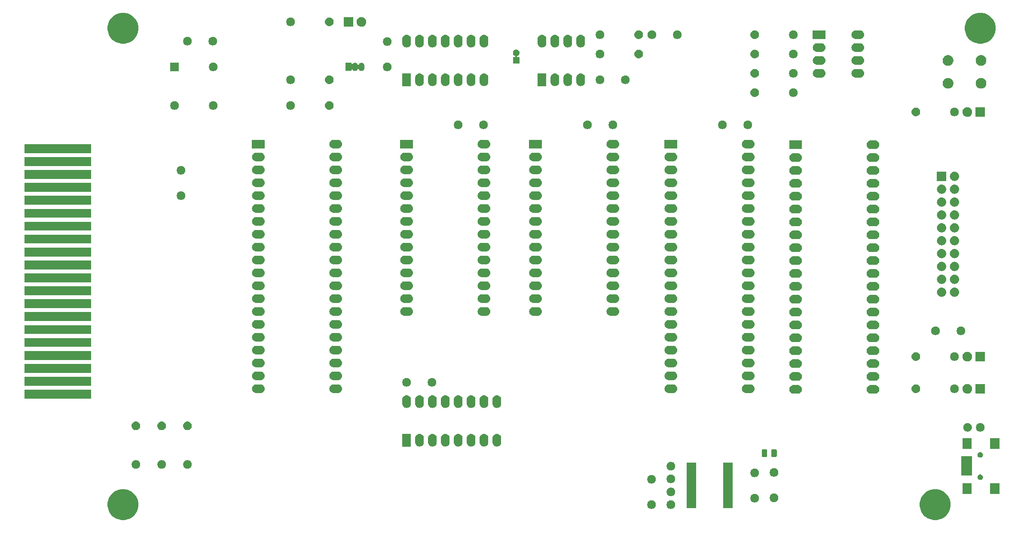
<source format=gbr>
G04 #@! TF.GenerationSoftware,KiCad,Pcbnew,(5.1.4)-1*
G04 #@! TF.CreationDate,2019-12-01T00:46:25+01:00*
G04 #@! TF.ProjectId,Z80Mini,5a38304d-696e-4692-9e6b-696361645f70,rev?*
G04 #@! TF.SameCoordinates,Original*
G04 #@! TF.FileFunction,Soldermask,Top*
G04 #@! TF.FilePolarity,Negative*
%FSLAX46Y46*%
G04 Gerber Fmt 4.6, Leading zero omitted, Abs format (unit mm)*
G04 Created by KiCad (PCBNEW (5.1.4)-1) date 2019-12-01 00:46:25*
%MOMM*%
%LPD*%
G04 APERTURE LIST*
%ADD10C,0.100000*%
G04 APERTURE END LIST*
D10*
G36*
X244729943Y-141846248D02*
G01*
X245285189Y-142076238D01*
X245464700Y-142196184D01*
X245784899Y-142410134D01*
X246209866Y-142835101D01*
X246338022Y-143026900D01*
X246543762Y-143334811D01*
X246773752Y-143890057D01*
X246891000Y-144479501D01*
X246891000Y-145080499D01*
X246773752Y-145669943D01*
X246543762Y-146225189D01*
X246543761Y-146225190D01*
X246209866Y-146724899D01*
X245784899Y-147149866D01*
X245644573Y-147243629D01*
X245285189Y-147483762D01*
X244729943Y-147713752D01*
X244140499Y-147831000D01*
X243539501Y-147831000D01*
X242950057Y-147713752D01*
X242394811Y-147483762D01*
X242035427Y-147243629D01*
X241895101Y-147149866D01*
X241470134Y-146724899D01*
X241136239Y-146225190D01*
X241136238Y-146225189D01*
X240906248Y-145669943D01*
X240789000Y-145080499D01*
X240789000Y-144479501D01*
X240906248Y-143890057D01*
X241136238Y-143334811D01*
X241341978Y-143026900D01*
X241470134Y-142835101D01*
X241895101Y-142410134D01*
X242215300Y-142196184D01*
X242394811Y-142076238D01*
X242950057Y-141846248D01*
X243539501Y-141729000D01*
X244140499Y-141729000D01*
X244729943Y-141846248D01*
X244729943Y-141846248D01*
G37*
G36*
X84709943Y-141846248D02*
G01*
X85265189Y-142076238D01*
X85444700Y-142196184D01*
X85764899Y-142410134D01*
X86189866Y-142835101D01*
X86318022Y-143026900D01*
X86523762Y-143334811D01*
X86753752Y-143890057D01*
X86871000Y-144479501D01*
X86871000Y-145080499D01*
X86753752Y-145669943D01*
X86523762Y-146225189D01*
X86523761Y-146225190D01*
X86189866Y-146724899D01*
X85764899Y-147149866D01*
X85624573Y-147243629D01*
X85265189Y-147483762D01*
X84709943Y-147713752D01*
X84120499Y-147831000D01*
X83519501Y-147831000D01*
X82930057Y-147713752D01*
X82374811Y-147483762D01*
X82015427Y-147243629D01*
X81875101Y-147149866D01*
X81450134Y-146724899D01*
X81116239Y-146225190D01*
X81116238Y-146225189D01*
X80886248Y-145669943D01*
X80769000Y-145080499D01*
X80769000Y-144479501D01*
X80886248Y-143890057D01*
X81116238Y-143334811D01*
X81321978Y-143026900D01*
X81450134Y-142835101D01*
X81875101Y-142410134D01*
X82195300Y-142196184D01*
X82374811Y-142076238D01*
X82930057Y-141846248D01*
X83519501Y-141729000D01*
X84120499Y-141729000D01*
X84709943Y-141846248D01*
X84709943Y-141846248D01*
G37*
G36*
X188208228Y-143961703D02*
G01*
X188363100Y-144025853D01*
X188502481Y-144118985D01*
X188621015Y-144237519D01*
X188714147Y-144376900D01*
X188778297Y-144531772D01*
X188811000Y-144696184D01*
X188811000Y-144863816D01*
X188778297Y-145028228D01*
X188714147Y-145183100D01*
X188621015Y-145322481D01*
X188502481Y-145441015D01*
X188363100Y-145534147D01*
X188208228Y-145598297D01*
X188043816Y-145631000D01*
X187876184Y-145631000D01*
X187711772Y-145598297D01*
X187556900Y-145534147D01*
X187417519Y-145441015D01*
X187298985Y-145322481D01*
X187205853Y-145183100D01*
X187141703Y-145028228D01*
X187109000Y-144863816D01*
X187109000Y-144696184D01*
X187141703Y-144531772D01*
X187205853Y-144376900D01*
X187298985Y-144237519D01*
X187417519Y-144118985D01*
X187556900Y-144025853D01*
X187711772Y-143961703D01*
X187876184Y-143929000D01*
X188043816Y-143929000D01*
X188208228Y-143961703D01*
X188208228Y-143961703D01*
G37*
G36*
X192018228Y-143961703D02*
G01*
X192173100Y-144025853D01*
X192312481Y-144118985D01*
X192431015Y-144237519D01*
X192524147Y-144376900D01*
X192588297Y-144531772D01*
X192621000Y-144696184D01*
X192621000Y-144863816D01*
X192588297Y-145028228D01*
X192524147Y-145183100D01*
X192431015Y-145322481D01*
X192312481Y-145441015D01*
X192173100Y-145534147D01*
X192018228Y-145598297D01*
X191853816Y-145631000D01*
X191686184Y-145631000D01*
X191521772Y-145598297D01*
X191366900Y-145534147D01*
X191227519Y-145441015D01*
X191108985Y-145322481D01*
X191015853Y-145183100D01*
X190951703Y-145028228D01*
X190919000Y-144863816D01*
X190919000Y-144696184D01*
X190951703Y-144531772D01*
X191015853Y-144376900D01*
X191108985Y-144237519D01*
X191227519Y-144118985D01*
X191366900Y-144025853D01*
X191521772Y-143961703D01*
X191686184Y-143929000D01*
X191853816Y-143929000D01*
X192018228Y-143961703D01*
X192018228Y-143961703D01*
G37*
G36*
X203916000Y-145471000D02*
G01*
X202064000Y-145471000D01*
X202064000Y-136469000D01*
X203916000Y-136469000D01*
X203916000Y-145471000D01*
X203916000Y-145471000D01*
G37*
G36*
X196716000Y-145471000D02*
G01*
X194864000Y-145471000D01*
X194864000Y-136469000D01*
X196716000Y-136469000D01*
X196716000Y-145471000D01*
X196716000Y-145471000D01*
G37*
G36*
X208528228Y-142691703D02*
G01*
X208683100Y-142755853D01*
X208822481Y-142848985D01*
X208941015Y-142967519D01*
X209034147Y-143106900D01*
X209098297Y-143261772D01*
X209131000Y-143426184D01*
X209131000Y-143593816D01*
X209098297Y-143758228D01*
X209034147Y-143913100D01*
X208941015Y-144052481D01*
X208822481Y-144171015D01*
X208683100Y-144264147D01*
X208528228Y-144328297D01*
X208363816Y-144361000D01*
X208196184Y-144361000D01*
X208031772Y-144328297D01*
X207876900Y-144264147D01*
X207737519Y-144171015D01*
X207618985Y-144052481D01*
X207525853Y-143913100D01*
X207461703Y-143758228D01*
X207429000Y-143593816D01*
X207429000Y-143426184D01*
X207461703Y-143261772D01*
X207525853Y-143106900D01*
X207618985Y-142967519D01*
X207737519Y-142848985D01*
X207876900Y-142755853D01*
X208031772Y-142691703D01*
X208196184Y-142659000D01*
X208363816Y-142659000D01*
X208528228Y-142691703D01*
X208528228Y-142691703D01*
G37*
G36*
X212338228Y-142611703D02*
G01*
X212493100Y-142675853D01*
X212632481Y-142768985D01*
X212751015Y-142887519D01*
X212844147Y-143026900D01*
X212908297Y-143181772D01*
X212941000Y-143346184D01*
X212941000Y-143513816D01*
X212908297Y-143678228D01*
X212844147Y-143833100D01*
X212751015Y-143972481D01*
X212632481Y-144091015D01*
X212493100Y-144184147D01*
X212338228Y-144248297D01*
X212173816Y-144281000D01*
X212006184Y-144281000D01*
X211841772Y-144248297D01*
X211686900Y-144184147D01*
X211547519Y-144091015D01*
X211428985Y-143972481D01*
X211335853Y-143833100D01*
X211271703Y-143678228D01*
X211239000Y-143513816D01*
X211239000Y-143346184D01*
X211271703Y-143181772D01*
X211335853Y-143026900D01*
X211428985Y-142887519D01*
X211547519Y-142768985D01*
X211686900Y-142675853D01*
X211841772Y-142611703D01*
X212006184Y-142579000D01*
X212173816Y-142579000D01*
X212338228Y-142611703D01*
X212338228Y-142611703D01*
G37*
G36*
X192018228Y-141461703D02*
G01*
X192173100Y-141525853D01*
X192312481Y-141618985D01*
X192431015Y-141737519D01*
X192524147Y-141876900D01*
X192588297Y-142031772D01*
X192621000Y-142196184D01*
X192621000Y-142363816D01*
X192588297Y-142528228D01*
X192524147Y-142683100D01*
X192431015Y-142822481D01*
X192312481Y-142941015D01*
X192173100Y-143034147D01*
X192018228Y-143098297D01*
X191853816Y-143131000D01*
X191686184Y-143131000D01*
X191521772Y-143098297D01*
X191366900Y-143034147D01*
X191227519Y-142941015D01*
X191108985Y-142822481D01*
X191015853Y-142683100D01*
X190951703Y-142528228D01*
X190919000Y-142363816D01*
X190919000Y-142196184D01*
X190951703Y-142031772D01*
X191015853Y-141876900D01*
X191108985Y-141737519D01*
X191227519Y-141618985D01*
X191366900Y-141525853D01*
X191521772Y-141461703D01*
X191686184Y-141429000D01*
X191853816Y-141429000D01*
X192018228Y-141461703D01*
X192018228Y-141461703D01*
G37*
G36*
X251031000Y-142661000D02*
G01*
X249229000Y-142661000D01*
X249229000Y-140559000D01*
X251031000Y-140559000D01*
X251031000Y-142661000D01*
X251031000Y-142661000D01*
G37*
G36*
X256481000Y-142661000D02*
G01*
X254679000Y-142661000D01*
X254679000Y-140559000D01*
X256481000Y-140559000D01*
X256481000Y-142661000D01*
X256481000Y-142661000D01*
G37*
G36*
X188208228Y-138961703D02*
G01*
X188363100Y-139025853D01*
X188502481Y-139118985D01*
X188621015Y-139237519D01*
X188714147Y-139376900D01*
X188778297Y-139531772D01*
X188811000Y-139696184D01*
X188811000Y-139863816D01*
X188778297Y-140028228D01*
X188714147Y-140183100D01*
X188621015Y-140322481D01*
X188502481Y-140441015D01*
X188363100Y-140534147D01*
X188208228Y-140598297D01*
X188043816Y-140631000D01*
X187876184Y-140631000D01*
X187711772Y-140598297D01*
X187556900Y-140534147D01*
X187417519Y-140441015D01*
X187298985Y-140322481D01*
X187205853Y-140183100D01*
X187141703Y-140028228D01*
X187109000Y-139863816D01*
X187109000Y-139696184D01*
X187141703Y-139531772D01*
X187205853Y-139376900D01*
X187298985Y-139237519D01*
X187417519Y-139118985D01*
X187556900Y-139025853D01*
X187711772Y-138961703D01*
X187876184Y-138929000D01*
X188043816Y-138929000D01*
X188208228Y-138961703D01*
X188208228Y-138961703D01*
G37*
G36*
X192018228Y-138881703D02*
G01*
X192173100Y-138945853D01*
X192312481Y-139038985D01*
X192431015Y-139157519D01*
X192524147Y-139296900D01*
X192588297Y-139451772D01*
X192621000Y-139616184D01*
X192621000Y-139783816D01*
X192588297Y-139948228D01*
X192524147Y-140103100D01*
X192431015Y-140242481D01*
X192312481Y-140361015D01*
X192173100Y-140454147D01*
X192018228Y-140518297D01*
X191853816Y-140551000D01*
X191686184Y-140551000D01*
X191521772Y-140518297D01*
X191366900Y-140454147D01*
X191227519Y-140361015D01*
X191108985Y-140242481D01*
X191015853Y-140103100D01*
X190951703Y-139948228D01*
X190919000Y-139783816D01*
X190919000Y-139616184D01*
X190951703Y-139451772D01*
X191015853Y-139296900D01*
X191108985Y-139157519D01*
X191227519Y-139038985D01*
X191366900Y-138945853D01*
X191521772Y-138881703D01*
X191686184Y-138849000D01*
X191853816Y-138849000D01*
X192018228Y-138881703D01*
X192018228Y-138881703D01*
G37*
G36*
X252890721Y-138830174D02*
G01*
X252990995Y-138871709D01*
X252990996Y-138871710D01*
X253081242Y-138932010D01*
X253157990Y-139008758D01*
X253157991Y-139008760D01*
X253218291Y-139099005D01*
X253259826Y-139199279D01*
X253281000Y-139305730D01*
X253281000Y-139414270D01*
X253259826Y-139520721D01*
X253218291Y-139620995D01*
X253188345Y-139665812D01*
X253157990Y-139711242D01*
X253081242Y-139787990D01*
X253035812Y-139818345D01*
X252990995Y-139848291D01*
X252890721Y-139889826D01*
X252784270Y-139911000D01*
X252675730Y-139911000D01*
X252569279Y-139889826D01*
X252469005Y-139848291D01*
X252424188Y-139818345D01*
X252378758Y-139787990D01*
X252302010Y-139711242D01*
X252271655Y-139665812D01*
X252241709Y-139620995D01*
X252200174Y-139520721D01*
X252179000Y-139414270D01*
X252179000Y-139305730D01*
X252200174Y-139199279D01*
X252241709Y-139099005D01*
X252302009Y-139008760D01*
X252302010Y-139008758D01*
X252378758Y-138932010D01*
X252469004Y-138871710D01*
X252469005Y-138871709D01*
X252569279Y-138830174D01*
X252675730Y-138809000D01*
X252784270Y-138809000D01*
X252890721Y-138830174D01*
X252890721Y-138830174D01*
G37*
G36*
X208528228Y-137691703D02*
G01*
X208683100Y-137755853D01*
X208822481Y-137848985D01*
X208941015Y-137967519D01*
X209034147Y-138106900D01*
X209098297Y-138261772D01*
X209131000Y-138426184D01*
X209131000Y-138593816D01*
X209098297Y-138758228D01*
X209034147Y-138913100D01*
X208941015Y-139052481D01*
X208822481Y-139171015D01*
X208683100Y-139264147D01*
X208528228Y-139328297D01*
X208363816Y-139361000D01*
X208196184Y-139361000D01*
X208031772Y-139328297D01*
X207876900Y-139264147D01*
X207737519Y-139171015D01*
X207618985Y-139052481D01*
X207525853Y-138913100D01*
X207461703Y-138758228D01*
X207429000Y-138593816D01*
X207429000Y-138426184D01*
X207461703Y-138261772D01*
X207525853Y-138106900D01*
X207618985Y-137967519D01*
X207737519Y-137848985D01*
X207876900Y-137755853D01*
X208031772Y-137691703D01*
X208196184Y-137659000D01*
X208363816Y-137659000D01*
X208528228Y-137691703D01*
X208528228Y-137691703D01*
G37*
G36*
X212338228Y-137611703D02*
G01*
X212493100Y-137675853D01*
X212632481Y-137768985D01*
X212751015Y-137887519D01*
X212844147Y-138026900D01*
X212908297Y-138181772D01*
X212941000Y-138346184D01*
X212941000Y-138513816D01*
X212908297Y-138678228D01*
X212844147Y-138833100D01*
X212751015Y-138972481D01*
X212632481Y-139091015D01*
X212493100Y-139184147D01*
X212338228Y-139248297D01*
X212173816Y-139281000D01*
X212006184Y-139281000D01*
X211841772Y-139248297D01*
X211686900Y-139184147D01*
X211547519Y-139091015D01*
X211428985Y-138972481D01*
X211335853Y-138833100D01*
X211271703Y-138678228D01*
X211239000Y-138513816D01*
X211239000Y-138346184D01*
X211271703Y-138181772D01*
X211335853Y-138026900D01*
X211428985Y-137887519D01*
X211547519Y-137768985D01*
X211686900Y-137675853D01*
X211841772Y-137611703D01*
X212006184Y-137579000D01*
X212173816Y-137579000D01*
X212338228Y-137611703D01*
X212338228Y-137611703D01*
G37*
G36*
X251081000Y-139061000D02*
G01*
X248979000Y-139061000D01*
X248979000Y-135259000D01*
X251081000Y-135259000D01*
X251081000Y-139061000D01*
X251081000Y-139061000D01*
G37*
G36*
X192018228Y-136381703D02*
G01*
X192173100Y-136445853D01*
X192312481Y-136538985D01*
X192431015Y-136657519D01*
X192524147Y-136796900D01*
X192588297Y-136951772D01*
X192621000Y-137116184D01*
X192621000Y-137283816D01*
X192588297Y-137448228D01*
X192524147Y-137603100D01*
X192431015Y-137742481D01*
X192312481Y-137861015D01*
X192173100Y-137954147D01*
X192018228Y-138018297D01*
X191853816Y-138051000D01*
X191686184Y-138051000D01*
X191521772Y-138018297D01*
X191366900Y-137954147D01*
X191227519Y-137861015D01*
X191108985Y-137742481D01*
X191015853Y-137603100D01*
X190951703Y-137448228D01*
X190919000Y-137283816D01*
X190919000Y-137116184D01*
X190951703Y-136951772D01*
X191015853Y-136796900D01*
X191108985Y-136657519D01*
X191227519Y-136538985D01*
X191366900Y-136445853D01*
X191521772Y-136381703D01*
X191686184Y-136349000D01*
X191853816Y-136349000D01*
X192018228Y-136381703D01*
X192018228Y-136381703D01*
G37*
G36*
X91688228Y-136041703D02*
G01*
X91843100Y-136105853D01*
X91982481Y-136198985D01*
X92101015Y-136317519D01*
X92194147Y-136456900D01*
X92258297Y-136611772D01*
X92291000Y-136776184D01*
X92291000Y-136943816D01*
X92258297Y-137108228D01*
X92194147Y-137263100D01*
X92101015Y-137402481D01*
X91982481Y-137521015D01*
X91843100Y-137614147D01*
X91688228Y-137678297D01*
X91523816Y-137711000D01*
X91356184Y-137711000D01*
X91191772Y-137678297D01*
X91036900Y-137614147D01*
X90897519Y-137521015D01*
X90778985Y-137402481D01*
X90685853Y-137263100D01*
X90621703Y-137108228D01*
X90589000Y-136943816D01*
X90589000Y-136776184D01*
X90621703Y-136611772D01*
X90685853Y-136456900D01*
X90778985Y-136317519D01*
X90897519Y-136198985D01*
X91036900Y-136105853D01*
X91191772Y-136041703D01*
X91356184Y-136009000D01*
X91523816Y-136009000D01*
X91688228Y-136041703D01*
X91688228Y-136041703D01*
G37*
G36*
X86608228Y-136041703D02*
G01*
X86763100Y-136105853D01*
X86902481Y-136198985D01*
X87021015Y-136317519D01*
X87114147Y-136456900D01*
X87178297Y-136611772D01*
X87211000Y-136776184D01*
X87211000Y-136943816D01*
X87178297Y-137108228D01*
X87114147Y-137263100D01*
X87021015Y-137402481D01*
X86902481Y-137521015D01*
X86763100Y-137614147D01*
X86608228Y-137678297D01*
X86443816Y-137711000D01*
X86276184Y-137711000D01*
X86111772Y-137678297D01*
X85956900Y-137614147D01*
X85817519Y-137521015D01*
X85698985Y-137402481D01*
X85605853Y-137263100D01*
X85541703Y-137108228D01*
X85509000Y-136943816D01*
X85509000Y-136776184D01*
X85541703Y-136611772D01*
X85605853Y-136456900D01*
X85698985Y-136317519D01*
X85817519Y-136198985D01*
X85956900Y-136105853D01*
X86111772Y-136041703D01*
X86276184Y-136009000D01*
X86443816Y-136009000D01*
X86608228Y-136041703D01*
X86608228Y-136041703D01*
G37*
G36*
X96768228Y-136041703D02*
G01*
X96923100Y-136105853D01*
X97062481Y-136198985D01*
X97181015Y-136317519D01*
X97274147Y-136456900D01*
X97338297Y-136611772D01*
X97371000Y-136776184D01*
X97371000Y-136943816D01*
X97338297Y-137108228D01*
X97274147Y-137263100D01*
X97181015Y-137402481D01*
X97062481Y-137521015D01*
X96923100Y-137614147D01*
X96768228Y-137678297D01*
X96603816Y-137711000D01*
X96436184Y-137711000D01*
X96271772Y-137678297D01*
X96116900Y-137614147D01*
X95977519Y-137521015D01*
X95858985Y-137402481D01*
X95765853Y-137263100D01*
X95701703Y-137108228D01*
X95669000Y-136943816D01*
X95669000Y-136776184D01*
X95701703Y-136611772D01*
X95765853Y-136456900D01*
X95858985Y-136317519D01*
X95977519Y-136198985D01*
X96116900Y-136105853D01*
X96271772Y-136041703D01*
X96436184Y-136009000D01*
X96603816Y-136009000D01*
X96768228Y-136041703D01*
X96768228Y-136041703D01*
G37*
G36*
X252890721Y-134430174D02*
G01*
X252990995Y-134471709D01*
X252990996Y-134471710D01*
X253081242Y-134532010D01*
X253157990Y-134608758D01*
X253157991Y-134608760D01*
X253218291Y-134699005D01*
X253259826Y-134799279D01*
X253281000Y-134905730D01*
X253281000Y-135014270D01*
X253259826Y-135120721D01*
X253218291Y-135220995D01*
X253218290Y-135220996D01*
X253157990Y-135311242D01*
X253081242Y-135387990D01*
X253035812Y-135418345D01*
X252990995Y-135448291D01*
X252890721Y-135489826D01*
X252784270Y-135511000D01*
X252675730Y-135511000D01*
X252569279Y-135489826D01*
X252469005Y-135448291D01*
X252424188Y-135418345D01*
X252378758Y-135387990D01*
X252302010Y-135311242D01*
X252241710Y-135220996D01*
X252241709Y-135220995D01*
X252200174Y-135120721D01*
X252179000Y-135014270D01*
X252179000Y-134905730D01*
X252200174Y-134799279D01*
X252241709Y-134699005D01*
X252302009Y-134608760D01*
X252302010Y-134608758D01*
X252378758Y-134532010D01*
X252469004Y-134471710D01*
X252469005Y-134471709D01*
X252569279Y-134430174D01*
X252675730Y-134409000D01*
X252784270Y-134409000D01*
X252890721Y-134430174D01*
X252890721Y-134430174D01*
G37*
G36*
X210586968Y-133873565D02*
G01*
X210625638Y-133885296D01*
X210661277Y-133904346D01*
X210692517Y-133929983D01*
X210718154Y-133961223D01*
X210737204Y-133996862D01*
X210748935Y-134035532D01*
X210753500Y-134081888D01*
X210753500Y-135158112D01*
X210748935Y-135204468D01*
X210737204Y-135243138D01*
X210718154Y-135278777D01*
X210692517Y-135310017D01*
X210661277Y-135335654D01*
X210625638Y-135354704D01*
X210586968Y-135366435D01*
X210540612Y-135371000D01*
X209889388Y-135371000D01*
X209843032Y-135366435D01*
X209804362Y-135354704D01*
X209768723Y-135335654D01*
X209737483Y-135310017D01*
X209711846Y-135278777D01*
X209692796Y-135243138D01*
X209681065Y-135204468D01*
X209676500Y-135158112D01*
X209676500Y-134081888D01*
X209681065Y-134035532D01*
X209692796Y-133996862D01*
X209711846Y-133961223D01*
X209737483Y-133929983D01*
X209768723Y-133904346D01*
X209804362Y-133885296D01*
X209843032Y-133873565D01*
X209889388Y-133869000D01*
X210540612Y-133869000D01*
X210586968Y-133873565D01*
X210586968Y-133873565D01*
G37*
G36*
X212461968Y-133873565D02*
G01*
X212500638Y-133885296D01*
X212536277Y-133904346D01*
X212567517Y-133929983D01*
X212593154Y-133961223D01*
X212612204Y-133996862D01*
X212623935Y-134035532D01*
X212628500Y-134081888D01*
X212628500Y-135158112D01*
X212623935Y-135204468D01*
X212612204Y-135243138D01*
X212593154Y-135278777D01*
X212567517Y-135310017D01*
X212536277Y-135335654D01*
X212500638Y-135354704D01*
X212461968Y-135366435D01*
X212415612Y-135371000D01*
X211764388Y-135371000D01*
X211718032Y-135366435D01*
X211679362Y-135354704D01*
X211643723Y-135335654D01*
X211612483Y-135310017D01*
X211586846Y-135278777D01*
X211567796Y-135243138D01*
X211556065Y-135204468D01*
X211551500Y-135158112D01*
X211551500Y-134081888D01*
X211556065Y-134035532D01*
X211567796Y-133996862D01*
X211586846Y-133961223D01*
X211612483Y-133929983D01*
X211643723Y-133904346D01*
X211679362Y-133885296D01*
X211718032Y-133873565D01*
X211764388Y-133869000D01*
X212415612Y-133869000D01*
X212461968Y-133873565D01*
X212461968Y-133873565D01*
G37*
G36*
X256481000Y-133761000D02*
G01*
X254679000Y-133761000D01*
X254679000Y-131659000D01*
X256481000Y-131659000D01*
X256481000Y-133761000D01*
X256481000Y-133761000D01*
G37*
G36*
X251031000Y-133761000D02*
G01*
X249229000Y-133761000D01*
X249229000Y-131659000D01*
X251031000Y-131659000D01*
X251031000Y-133761000D01*
X251031000Y-133761000D01*
G37*
G36*
X157646822Y-130841313D02*
G01*
X157807241Y-130889976D01*
X157955077Y-130968995D01*
X158084659Y-131075341D01*
X158191004Y-131204922D01*
X158191005Y-131204924D01*
X158270024Y-131352758D01*
X158318687Y-131513177D01*
X158331000Y-131638196D01*
X158331000Y-132521803D01*
X158318687Y-132646822D01*
X158270024Y-132807242D01*
X158199114Y-132939906D01*
X158191004Y-132955078D01*
X158084659Y-133084659D01*
X157955078Y-133191004D01*
X157955076Y-133191005D01*
X157807242Y-133270024D01*
X157646823Y-133318687D01*
X157480000Y-133335117D01*
X157313178Y-133318687D01*
X157152759Y-133270024D01*
X157004925Y-133191005D01*
X157004923Y-133191004D01*
X156875342Y-133084659D01*
X156768997Y-132955078D01*
X156760887Y-132939906D01*
X156689977Y-132807242D01*
X156641314Y-132646823D01*
X156629000Y-132521803D01*
X156629000Y-131638197D01*
X156641313Y-131513178D01*
X156689976Y-131352759D01*
X156768995Y-131204923D01*
X156875341Y-131075341D01*
X157004922Y-130968996D01*
X157020094Y-130960886D01*
X157152758Y-130889976D01*
X157313177Y-130841313D01*
X157480000Y-130824883D01*
X157646822Y-130841313D01*
X157646822Y-130841313D01*
G37*
G36*
X155106822Y-130841313D02*
G01*
X155267241Y-130889976D01*
X155415077Y-130968995D01*
X155544659Y-131075341D01*
X155651004Y-131204922D01*
X155651005Y-131204924D01*
X155730024Y-131352758D01*
X155778687Y-131513177D01*
X155791000Y-131638196D01*
X155791000Y-132521803D01*
X155778687Y-132646822D01*
X155730024Y-132807242D01*
X155659114Y-132939906D01*
X155651004Y-132955078D01*
X155544659Y-133084659D01*
X155415078Y-133191004D01*
X155415076Y-133191005D01*
X155267242Y-133270024D01*
X155106823Y-133318687D01*
X154940000Y-133335117D01*
X154773178Y-133318687D01*
X154612759Y-133270024D01*
X154464925Y-133191005D01*
X154464923Y-133191004D01*
X154335342Y-133084659D01*
X154228997Y-132955078D01*
X154220887Y-132939906D01*
X154149977Y-132807242D01*
X154101314Y-132646823D01*
X154089000Y-132521803D01*
X154089000Y-131638197D01*
X154101313Y-131513178D01*
X154149976Y-131352759D01*
X154228995Y-131204923D01*
X154335341Y-131075341D01*
X154464922Y-130968996D01*
X154480094Y-130960886D01*
X154612758Y-130889976D01*
X154773177Y-130841313D01*
X154940000Y-130824883D01*
X155106822Y-130841313D01*
X155106822Y-130841313D01*
G37*
G36*
X152566822Y-130841313D02*
G01*
X152727241Y-130889976D01*
X152875077Y-130968995D01*
X153004659Y-131075341D01*
X153111004Y-131204922D01*
X153111005Y-131204924D01*
X153190024Y-131352758D01*
X153238687Y-131513177D01*
X153251000Y-131638196D01*
X153251000Y-132521803D01*
X153238687Y-132646822D01*
X153190024Y-132807242D01*
X153119114Y-132939906D01*
X153111004Y-132955078D01*
X153004659Y-133084659D01*
X152875078Y-133191004D01*
X152875076Y-133191005D01*
X152727242Y-133270024D01*
X152566823Y-133318687D01*
X152400000Y-133335117D01*
X152233178Y-133318687D01*
X152072759Y-133270024D01*
X151924925Y-133191005D01*
X151924923Y-133191004D01*
X151795342Y-133084659D01*
X151688997Y-132955078D01*
X151680887Y-132939906D01*
X151609977Y-132807242D01*
X151561314Y-132646823D01*
X151549000Y-132521803D01*
X151549000Y-131638197D01*
X151561313Y-131513178D01*
X151609976Y-131352759D01*
X151688995Y-131204923D01*
X151795341Y-131075341D01*
X151924922Y-130968996D01*
X151940094Y-130960886D01*
X152072758Y-130889976D01*
X152233177Y-130841313D01*
X152400000Y-130824883D01*
X152566822Y-130841313D01*
X152566822Y-130841313D01*
G37*
G36*
X150026822Y-130841313D02*
G01*
X150187241Y-130889976D01*
X150335077Y-130968995D01*
X150464659Y-131075341D01*
X150571004Y-131204922D01*
X150571005Y-131204924D01*
X150650024Y-131352758D01*
X150698687Y-131513177D01*
X150711000Y-131638196D01*
X150711000Y-132521803D01*
X150698687Y-132646822D01*
X150650024Y-132807242D01*
X150579114Y-132939906D01*
X150571004Y-132955078D01*
X150464659Y-133084659D01*
X150335078Y-133191004D01*
X150335076Y-133191005D01*
X150187242Y-133270024D01*
X150026823Y-133318687D01*
X149860000Y-133335117D01*
X149693178Y-133318687D01*
X149532759Y-133270024D01*
X149384925Y-133191005D01*
X149384923Y-133191004D01*
X149255342Y-133084659D01*
X149148997Y-132955078D01*
X149140887Y-132939906D01*
X149069977Y-132807242D01*
X149021314Y-132646823D01*
X149009000Y-132521803D01*
X149009000Y-131638197D01*
X149021313Y-131513178D01*
X149069976Y-131352759D01*
X149148995Y-131204923D01*
X149255341Y-131075341D01*
X149384922Y-130968996D01*
X149400094Y-130960886D01*
X149532758Y-130889976D01*
X149693177Y-130841313D01*
X149860000Y-130824883D01*
X150026822Y-130841313D01*
X150026822Y-130841313D01*
G37*
G36*
X144946822Y-130841313D02*
G01*
X145107241Y-130889976D01*
X145255077Y-130968995D01*
X145384659Y-131075341D01*
X145491004Y-131204922D01*
X145491005Y-131204924D01*
X145570024Y-131352758D01*
X145618687Y-131513177D01*
X145631000Y-131638196D01*
X145631000Y-132521803D01*
X145618687Y-132646822D01*
X145570024Y-132807242D01*
X145499114Y-132939906D01*
X145491004Y-132955078D01*
X145384659Y-133084659D01*
X145255078Y-133191004D01*
X145255076Y-133191005D01*
X145107242Y-133270024D01*
X144946823Y-133318687D01*
X144780000Y-133335117D01*
X144613178Y-133318687D01*
X144452759Y-133270024D01*
X144304925Y-133191005D01*
X144304923Y-133191004D01*
X144175342Y-133084659D01*
X144068997Y-132955078D01*
X144060887Y-132939906D01*
X143989977Y-132807242D01*
X143941314Y-132646823D01*
X143929000Y-132521803D01*
X143929000Y-131638197D01*
X143941313Y-131513178D01*
X143989976Y-131352759D01*
X144068995Y-131204923D01*
X144175341Y-131075341D01*
X144304922Y-130968996D01*
X144320094Y-130960886D01*
X144452758Y-130889976D01*
X144613177Y-130841313D01*
X144780000Y-130824883D01*
X144946822Y-130841313D01*
X144946822Y-130841313D01*
G37*
G36*
X142406822Y-130841313D02*
G01*
X142567241Y-130889976D01*
X142715077Y-130968995D01*
X142844659Y-131075341D01*
X142951004Y-131204922D01*
X142951005Y-131204924D01*
X143030024Y-131352758D01*
X143078687Y-131513177D01*
X143091000Y-131638196D01*
X143091000Y-132521803D01*
X143078687Y-132646822D01*
X143030024Y-132807242D01*
X142959114Y-132939906D01*
X142951004Y-132955078D01*
X142844659Y-133084659D01*
X142715078Y-133191004D01*
X142715076Y-133191005D01*
X142567242Y-133270024D01*
X142406823Y-133318687D01*
X142240000Y-133335117D01*
X142073178Y-133318687D01*
X141912759Y-133270024D01*
X141764925Y-133191005D01*
X141764923Y-133191004D01*
X141635342Y-133084659D01*
X141528997Y-132955078D01*
X141520887Y-132939906D01*
X141449977Y-132807242D01*
X141401314Y-132646823D01*
X141389000Y-132521803D01*
X141389000Y-131638197D01*
X141401313Y-131513178D01*
X141449976Y-131352759D01*
X141528995Y-131204923D01*
X141635341Y-131075341D01*
X141764922Y-130968996D01*
X141780094Y-130960886D01*
X141912758Y-130889976D01*
X142073177Y-130841313D01*
X142240000Y-130824883D01*
X142406822Y-130841313D01*
X142406822Y-130841313D01*
G37*
G36*
X147486822Y-130841313D02*
G01*
X147647241Y-130889976D01*
X147795077Y-130968995D01*
X147924659Y-131075341D01*
X148031004Y-131204922D01*
X148031005Y-131204924D01*
X148110024Y-131352758D01*
X148158687Y-131513177D01*
X148171000Y-131638196D01*
X148171000Y-132521803D01*
X148158687Y-132646822D01*
X148110024Y-132807242D01*
X148039114Y-132939906D01*
X148031004Y-132955078D01*
X147924659Y-133084659D01*
X147795078Y-133191004D01*
X147795076Y-133191005D01*
X147647242Y-133270024D01*
X147486823Y-133318687D01*
X147320000Y-133335117D01*
X147153178Y-133318687D01*
X146992759Y-133270024D01*
X146844925Y-133191005D01*
X146844923Y-133191004D01*
X146715342Y-133084659D01*
X146608997Y-132955078D01*
X146600887Y-132939906D01*
X146529977Y-132807242D01*
X146481314Y-132646823D01*
X146469000Y-132521803D01*
X146469000Y-131638197D01*
X146481313Y-131513178D01*
X146529976Y-131352759D01*
X146608995Y-131204923D01*
X146715341Y-131075341D01*
X146844922Y-130968996D01*
X146860094Y-130960886D01*
X146992758Y-130889976D01*
X147153177Y-130841313D01*
X147320000Y-130824883D01*
X147486822Y-130841313D01*
X147486822Y-130841313D01*
G37*
G36*
X140551000Y-133331000D02*
G01*
X138849000Y-133331000D01*
X138849000Y-130829000D01*
X140551000Y-130829000D01*
X140551000Y-133331000D01*
X140551000Y-133331000D01*
G37*
G36*
X250478228Y-128721703D02*
G01*
X250633100Y-128785853D01*
X250772481Y-128878985D01*
X250891015Y-128997519D01*
X250984147Y-129136900D01*
X251048297Y-129291772D01*
X251081000Y-129456184D01*
X251081000Y-129623816D01*
X251048297Y-129788228D01*
X250984147Y-129943100D01*
X250891015Y-130082481D01*
X250772481Y-130201015D01*
X250633100Y-130294147D01*
X250478228Y-130358297D01*
X250313816Y-130391000D01*
X250146184Y-130391000D01*
X249981772Y-130358297D01*
X249826900Y-130294147D01*
X249687519Y-130201015D01*
X249568985Y-130082481D01*
X249475853Y-129943100D01*
X249411703Y-129788228D01*
X249379000Y-129623816D01*
X249379000Y-129456184D01*
X249411703Y-129291772D01*
X249475853Y-129136900D01*
X249568985Y-128997519D01*
X249687519Y-128878985D01*
X249826900Y-128785853D01*
X249981772Y-128721703D01*
X250146184Y-128689000D01*
X250313816Y-128689000D01*
X250478228Y-128721703D01*
X250478228Y-128721703D01*
G37*
G36*
X252978228Y-128721703D02*
G01*
X253133100Y-128785853D01*
X253272481Y-128878985D01*
X253391015Y-128997519D01*
X253484147Y-129136900D01*
X253548297Y-129291772D01*
X253581000Y-129456184D01*
X253581000Y-129623816D01*
X253548297Y-129788228D01*
X253484147Y-129943100D01*
X253391015Y-130082481D01*
X253272481Y-130201015D01*
X253133100Y-130294147D01*
X252978228Y-130358297D01*
X252813816Y-130391000D01*
X252646184Y-130391000D01*
X252481772Y-130358297D01*
X252326900Y-130294147D01*
X252187519Y-130201015D01*
X252068985Y-130082481D01*
X251975853Y-129943100D01*
X251911703Y-129788228D01*
X251879000Y-129623816D01*
X251879000Y-129456184D01*
X251911703Y-129291772D01*
X251975853Y-129136900D01*
X252068985Y-128997519D01*
X252187519Y-128878985D01*
X252326900Y-128785853D01*
X252481772Y-128721703D01*
X252646184Y-128689000D01*
X252813816Y-128689000D01*
X252978228Y-128721703D01*
X252978228Y-128721703D01*
G37*
G36*
X91606823Y-128401313D02*
G01*
X91767242Y-128449976D01*
X91899906Y-128520886D01*
X91915078Y-128528996D01*
X92044659Y-128635341D01*
X92151004Y-128764922D01*
X92151005Y-128764924D01*
X92230024Y-128912758D01*
X92278687Y-129073177D01*
X92295117Y-129240000D01*
X92278687Y-129406823D01*
X92230024Y-129567242D01*
X92159114Y-129699906D01*
X92151004Y-129715078D01*
X92044659Y-129844659D01*
X91915078Y-129951004D01*
X91915076Y-129951005D01*
X91767242Y-130030024D01*
X91606823Y-130078687D01*
X91481804Y-130091000D01*
X91398196Y-130091000D01*
X91273177Y-130078687D01*
X91112758Y-130030024D01*
X90964924Y-129951005D01*
X90964922Y-129951004D01*
X90835341Y-129844659D01*
X90728996Y-129715078D01*
X90720886Y-129699906D01*
X90649976Y-129567242D01*
X90601313Y-129406823D01*
X90584883Y-129240000D01*
X90601313Y-129073177D01*
X90649976Y-128912758D01*
X90728995Y-128764924D01*
X90728996Y-128764922D01*
X90835341Y-128635341D01*
X90964922Y-128528996D01*
X90980094Y-128520886D01*
X91112758Y-128449976D01*
X91273177Y-128401313D01*
X91398196Y-128389000D01*
X91481804Y-128389000D01*
X91606823Y-128401313D01*
X91606823Y-128401313D01*
G37*
G36*
X96686823Y-128401313D02*
G01*
X96847242Y-128449976D01*
X96979906Y-128520886D01*
X96995078Y-128528996D01*
X97124659Y-128635341D01*
X97231004Y-128764922D01*
X97231005Y-128764924D01*
X97310024Y-128912758D01*
X97358687Y-129073177D01*
X97375117Y-129240000D01*
X97358687Y-129406823D01*
X97310024Y-129567242D01*
X97239114Y-129699906D01*
X97231004Y-129715078D01*
X97124659Y-129844659D01*
X96995078Y-129951004D01*
X96995076Y-129951005D01*
X96847242Y-130030024D01*
X96686823Y-130078687D01*
X96561804Y-130091000D01*
X96478196Y-130091000D01*
X96353177Y-130078687D01*
X96192758Y-130030024D01*
X96044924Y-129951005D01*
X96044922Y-129951004D01*
X95915341Y-129844659D01*
X95808996Y-129715078D01*
X95800886Y-129699906D01*
X95729976Y-129567242D01*
X95681313Y-129406823D01*
X95664883Y-129240000D01*
X95681313Y-129073177D01*
X95729976Y-128912758D01*
X95808995Y-128764924D01*
X95808996Y-128764922D01*
X95915341Y-128635341D01*
X96044922Y-128528996D01*
X96060094Y-128520886D01*
X96192758Y-128449976D01*
X96353177Y-128401313D01*
X96478196Y-128389000D01*
X96561804Y-128389000D01*
X96686823Y-128401313D01*
X96686823Y-128401313D01*
G37*
G36*
X86526823Y-128401313D02*
G01*
X86687242Y-128449976D01*
X86819906Y-128520886D01*
X86835078Y-128528996D01*
X86964659Y-128635341D01*
X87071004Y-128764922D01*
X87071005Y-128764924D01*
X87150024Y-128912758D01*
X87198687Y-129073177D01*
X87215117Y-129240000D01*
X87198687Y-129406823D01*
X87150024Y-129567242D01*
X87079114Y-129699906D01*
X87071004Y-129715078D01*
X86964659Y-129844659D01*
X86835078Y-129951004D01*
X86835076Y-129951005D01*
X86687242Y-130030024D01*
X86526823Y-130078687D01*
X86401804Y-130091000D01*
X86318196Y-130091000D01*
X86193177Y-130078687D01*
X86032758Y-130030024D01*
X85884924Y-129951005D01*
X85884922Y-129951004D01*
X85755341Y-129844659D01*
X85648996Y-129715078D01*
X85640886Y-129699906D01*
X85569976Y-129567242D01*
X85521313Y-129406823D01*
X85504883Y-129240000D01*
X85521313Y-129073177D01*
X85569976Y-128912758D01*
X85648995Y-128764924D01*
X85648996Y-128764922D01*
X85755341Y-128635341D01*
X85884922Y-128528996D01*
X85900094Y-128520886D01*
X86032758Y-128449976D01*
X86193177Y-128401313D01*
X86318196Y-128389000D01*
X86401804Y-128389000D01*
X86526823Y-128401313D01*
X86526823Y-128401313D01*
G37*
G36*
X150026822Y-123221313D02*
G01*
X150187241Y-123269976D01*
X150335077Y-123348995D01*
X150464659Y-123455341D01*
X150571004Y-123584922D01*
X150571005Y-123584924D01*
X150650024Y-123732758D01*
X150698687Y-123893177D01*
X150711000Y-124018196D01*
X150711000Y-124901803D01*
X150698687Y-125026822D01*
X150650024Y-125187242D01*
X150579114Y-125319906D01*
X150571004Y-125335078D01*
X150464659Y-125464659D01*
X150335078Y-125571004D01*
X150335076Y-125571005D01*
X150187242Y-125650024D01*
X150026823Y-125698687D01*
X149860000Y-125715117D01*
X149693178Y-125698687D01*
X149532759Y-125650024D01*
X149384925Y-125571005D01*
X149384923Y-125571004D01*
X149255342Y-125464659D01*
X149148997Y-125335078D01*
X149140887Y-125319906D01*
X149069977Y-125187242D01*
X149021314Y-125026823D01*
X149009000Y-124901803D01*
X149009000Y-124018197D01*
X149021313Y-123893178D01*
X149069976Y-123732759D01*
X149148995Y-123584923D01*
X149255341Y-123455341D01*
X149384922Y-123348996D01*
X149400094Y-123340886D01*
X149532758Y-123269976D01*
X149693177Y-123221313D01*
X149860000Y-123204883D01*
X150026822Y-123221313D01*
X150026822Y-123221313D01*
G37*
G36*
X139866822Y-123221313D02*
G01*
X140027241Y-123269976D01*
X140175077Y-123348995D01*
X140304659Y-123455341D01*
X140411004Y-123584922D01*
X140411005Y-123584924D01*
X140490024Y-123732758D01*
X140538687Y-123893177D01*
X140551000Y-124018196D01*
X140551000Y-124901803D01*
X140538687Y-125026822D01*
X140490024Y-125187242D01*
X140419114Y-125319906D01*
X140411004Y-125335078D01*
X140304659Y-125464659D01*
X140175078Y-125571004D01*
X140175076Y-125571005D01*
X140027242Y-125650024D01*
X139866823Y-125698687D01*
X139700000Y-125715117D01*
X139533178Y-125698687D01*
X139372759Y-125650024D01*
X139224925Y-125571005D01*
X139224923Y-125571004D01*
X139095342Y-125464659D01*
X138988997Y-125335078D01*
X138980887Y-125319906D01*
X138909977Y-125187242D01*
X138861314Y-125026823D01*
X138849000Y-124901803D01*
X138849000Y-124018197D01*
X138861313Y-123893178D01*
X138909976Y-123732759D01*
X138988995Y-123584923D01*
X139095341Y-123455341D01*
X139224922Y-123348996D01*
X139240094Y-123340886D01*
X139372758Y-123269976D01*
X139533177Y-123221313D01*
X139700000Y-123204883D01*
X139866822Y-123221313D01*
X139866822Y-123221313D01*
G37*
G36*
X142406822Y-123221313D02*
G01*
X142567241Y-123269976D01*
X142715077Y-123348995D01*
X142844659Y-123455341D01*
X142951004Y-123584922D01*
X142951005Y-123584924D01*
X143030024Y-123732758D01*
X143078687Y-123893177D01*
X143091000Y-124018196D01*
X143091000Y-124901803D01*
X143078687Y-125026822D01*
X143030024Y-125187242D01*
X142959114Y-125319906D01*
X142951004Y-125335078D01*
X142844659Y-125464659D01*
X142715078Y-125571004D01*
X142715076Y-125571005D01*
X142567242Y-125650024D01*
X142406823Y-125698687D01*
X142240000Y-125715117D01*
X142073178Y-125698687D01*
X141912759Y-125650024D01*
X141764925Y-125571005D01*
X141764923Y-125571004D01*
X141635342Y-125464659D01*
X141528997Y-125335078D01*
X141520887Y-125319906D01*
X141449977Y-125187242D01*
X141401314Y-125026823D01*
X141389000Y-124901803D01*
X141389000Y-124018197D01*
X141401313Y-123893178D01*
X141449976Y-123732759D01*
X141528995Y-123584923D01*
X141635341Y-123455341D01*
X141764922Y-123348996D01*
X141780094Y-123340886D01*
X141912758Y-123269976D01*
X142073177Y-123221313D01*
X142240000Y-123204883D01*
X142406822Y-123221313D01*
X142406822Y-123221313D01*
G37*
G36*
X147486822Y-123221313D02*
G01*
X147647241Y-123269976D01*
X147795077Y-123348995D01*
X147924659Y-123455341D01*
X148031004Y-123584922D01*
X148031005Y-123584924D01*
X148110024Y-123732758D01*
X148158687Y-123893177D01*
X148171000Y-124018196D01*
X148171000Y-124901803D01*
X148158687Y-125026822D01*
X148110024Y-125187242D01*
X148039114Y-125319906D01*
X148031004Y-125335078D01*
X147924659Y-125464659D01*
X147795078Y-125571004D01*
X147795076Y-125571005D01*
X147647242Y-125650024D01*
X147486823Y-125698687D01*
X147320000Y-125715117D01*
X147153178Y-125698687D01*
X146992759Y-125650024D01*
X146844925Y-125571005D01*
X146844923Y-125571004D01*
X146715342Y-125464659D01*
X146608997Y-125335078D01*
X146600887Y-125319906D01*
X146529977Y-125187242D01*
X146481314Y-125026823D01*
X146469000Y-124901803D01*
X146469000Y-124018197D01*
X146481313Y-123893178D01*
X146529976Y-123732759D01*
X146608995Y-123584923D01*
X146715341Y-123455341D01*
X146844922Y-123348996D01*
X146860094Y-123340886D01*
X146992758Y-123269976D01*
X147153177Y-123221313D01*
X147320000Y-123204883D01*
X147486822Y-123221313D01*
X147486822Y-123221313D01*
G37*
G36*
X144946822Y-123221313D02*
G01*
X145107241Y-123269976D01*
X145255077Y-123348995D01*
X145384659Y-123455341D01*
X145491004Y-123584922D01*
X145491005Y-123584924D01*
X145570024Y-123732758D01*
X145618687Y-123893177D01*
X145631000Y-124018196D01*
X145631000Y-124901803D01*
X145618687Y-125026822D01*
X145570024Y-125187242D01*
X145499114Y-125319906D01*
X145491004Y-125335078D01*
X145384659Y-125464659D01*
X145255078Y-125571004D01*
X145255076Y-125571005D01*
X145107242Y-125650024D01*
X144946823Y-125698687D01*
X144780000Y-125715117D01*
X144613178Y-125698687D01*
X144452759Y-125650024D01*
X144304925Y-125571005D01*
X144304923Y-125571004D01*
X144175342Y-125464659D01*
X144068997Y-125335078D01*
X144060887Y-125319906D01*
X143989977Y-125187242D01*
X143941314Y-125026823D01*
X143929000Y-124901803D01*
X143929000Y-124018197D01*
X143941313Y-123893178D01*
X143989976Y-123732759D01*
X144068995Y-123584923D01*
X144175341Y-123455341D01*
X144304922Y-123348996D01*
X144320094Y-123340886D01*
X144452758Y-123269976D01*
X144613177Y-123221313D01*
X144780000Y-123204883D01*
X144946822Y-123221313D01*
X144946822Y-123221313D01*
G37*
G36*
X157646822Y-123221313D02*
G01*
X157807241Y-123269976D01*
X157955077Y-123348995D01*
X158084659Y-123455341D01*
X158191004Y-123584922D01*
X158191005Y-123584924D01*
X158270024Y-123732758D01*
X158318687Y-123893177D01*
X158331000Y-124018196D01*
X158331000Y-124901803D01*
X158318687Y-125026822D01*
X158270024Y-125187242D01*
X158199114Y-125319906D01*
X158191004Y-125335078D01*
X158084659Y-125464659D01*
X157955078Y-125571004D01*
X157955076Y-125571005D01*
X157807242Y-125650024D01*
X157646823Y-125698687D01*
X157480000Y-125715117D01*
X157313178Y-125698687D01*
X157152759Y-125650024D01*
X157004925Y-125571005D01*
X157004923Y-125571004D01*
X156875342Y-125464659D01*
X156768997Y-125335078D01*
X156760887Y-125319906D01*
X156689977Y-125187242D01*
X156641314Y-125026823D01*
X156629000Y-124901803D01*
X156629000Y-124018197D01*
X156641313Y-123893178D01*
X156689976Y-123732759D01*
X156768995Y-123584923D01*
X156875341Y-123455341D01*
X157004922Y-123348996D01*
X157020094Y-123340886D01*
X157152758Y-123269976D01*
X157313177Y-123221313D01*
X157480000Y-123204883D01*
X157646822Y-123221313D01*
X157646822Y-123221313D01*
G37*
G36*
X152566822Y-123221313D02*
G01*
X152727241Y-123269976D01*
X152875077Y-123348995D01*
X153004659Y-123455341D01*
X153111004Y-123584922D01*
X153111005Y-123584924D01*
X153190024Y-123732758D01*
X153238687Y-123893177D01*
X153251000Y-124018196D01*
X153251000Y-124901803D01*
X153238687Y-125026822D01*
X153190024Y-125187242D01*
X153119114Y-125319906D01*
X153111004Y-125335078D01*
X153004659Y-125464659D01*
X152875078Y-125571004D01*
X152875076Y-125571005D01*
X152727242Y-125650024D01*
X152566823Y-125698687D01*
X152400000Y-125715117D01*
X152233178Y-125698687D01*
X152072759Y-125650024D01*
X151924925Y-125571005D01*
X151924923Y-125571004D01*
X151795342Y-125464659D01*
X151688997Y-125335078D01*
X151680887Y-125319906D01*
X151609977Y-125187242D01*
X151561314Y-125026823D01*
X151549000Y-124901803D01*
X151549000Y-124018197D01*
X151561313Y-123893178D01*
X151609976Y-123732759D01*
X151688995Y-123584923D01*
X151795341Y-123455341D01*
X151924922Y-123348996D01*
X151940094Y-123340886D01*
X152072758Y-123269976D01*
X152233177Y-123221313D01*
X152400000Y-123204883D01*
X152566822Y-123221313D01*
X152566822Y-123221313D01*
G37*
G36*
X155106822Y-123221313D02*
G01*
X155267241Y-123269976D01*
X155415077Y-123348995D01*
X155544659Y-123455341D01*
X155651004Y-123584922D01*
X155651005Y-123584924D01*
X155730024Y-123732758D01*
X155778687Y-123893177D01*
X155791000Y-124018196D01*
X155791000Y-124901803D01*
X155778687Y-125026822D01*
X155730024Y-125187242D01*
X155659114Y-125319906D01*
X155651004Y-125335078D01*
X155544659Y-125464659D01*
X155415078Y-125571004D01*
X155415076Y-125571005D01*
X155267242Y-125650024D01*
X155106823Y-125698687D01*
X154940000Y-125715117D01*
X154773178Y-125698687D01*
X154612759Y-125650024D01*
X154464925Y-125571005D01*
X154464923Y-125571004D01*
X154335342Y-125464659D01*
X154228997Y-125335078D01*
X154220887Y-125319906D01*
X154149977Y-125187242D01*
X154101314Y-125026823D01*
X154089000Y-124901803D01*
X154089000Y-124018197D01*
X154101313Y-123893178D01*
X154149976Y-123732759D01*
X154228995Y-123584923D01*
X154335341Y-123455341D01*
X154464922Y-123348996D01*
X154480094Y-123340886D01*
X154612758Y-123269976D01*
X154773177Y-123221313D01*
X154940000Y-123204883D01*
X155106822Y-123221313D01*
X155106822Y-123221313D01*
G37*
G36*
X77544000Y-123875000D02*
G01*
X64442000Y-123875000D01*
X64442000Y-122123000D01*
X77544000Y-122123000D01*
X77544000Y-123875000D01*
X77544000Y-123875000D01*
G37*
G36*
X232156823Y-121201313D02*
G01*
X232317242Y-121249976D01*
X232431438Y-121311015D01*
X232465078Y-121328996D01*
X232594659Y-121435341D01*
X232701004Y-121564922D01*
X232701005Y-121564924D01*
X232780024Y-121712758D01*
X232828687Y-121873177D01*
X232845117Y-122040000D01*
X232828687Y-122206823D01*
X232780024Y-122367242D01*
X232709114Y-122499906D01*
X232701004Y-122515078D01*
X232594659Y-122644659D01*
X232465078Y-122751004D01*
X232465076Y-122751005D01*
X232317242Y-122830024D01*
X232317239Y-122830025D01*
X232287380Y-122839083D01*
X232156823Y-122878687D01*
X232031804Y-122891000D01*
X231148196Y-122891000D01*
X231023177Y-122878687D01*
X230892620Y-122839083D01*
X230862761Y-122830025D01*
X230862758Y-122830024D01*
X230714924Y-122751005D01*
X230714922Y-122751004D01*
X230585341Y-122644659D01*
X230478996Y-122515078D01*
X230470886Y-122499906D01*
X230399976Y-122367242D01*
X230351313Y-122206823D01*
X230334883Y-122040000D01*
X230351313Y-121873177D01*
X230399976Y-121712758D01*
X230478995Y-121564924D01*
X230478996Y-121564922D01*
X230585341Y-121435341D01*
X230714922Y-121328996D01*
X230748562Y-121311015D01*
X230862758Y-121249976D01*
X231023177Y-121201313D01*
X231148196Y-121189000D01*
X232031804Y-121189000D01*
X232156823Y-121201313D01*
X232156823Y-121201313D01*
G37*
G36*
X216916823Y-121201313D02*
G01*
X217077242Y-121249976D01*
X217191438Y-121311015D01*
X217225078Y-121328996D01*
X217354659Y-121435341D01*
X217461004Y-121564922D01*
X217461005Y-121564924D01*
X217540024Y-121712758D01*
X217588687Y-121873177D01*
X217605117Y-122040000D01*
X217588687Y-122206823D01*
X217540024Y-122367242D01*
X217469114Y-122499906D01*
X217461004Y-122515078D01*
X217354659Y-122644659D01*
X217225078Y-122751004D01*
X217225076Y-122751005D01*
X217077242Y-122830024D01*
X217077239Y-122830025D01*
X217047380Y-122839083D01*
X216916823Y-122878687D01*
X216791804Y-122891000D01*
X215908196Y-122891000D01*
X215783177Y-122878687D01*
X215652620Y-122839083D01*
X215622761Y-122830025D01*
X215622758Y-122830024D01*
X215474924Y-122751005D01*
X215474922Y-122751004D01*
X215345341Y-122644659D01*
X215238996Y-122515078D01*
X215230886Y-122499906D01*
X215159976Y-122367242D01*
X215111313Y-122206823D01*
X215094883Y-122040000D01*
X215111313Y-121873177D01*
X215159976Y-121712758D01*
X215238995Y-121564924D01*
X215238996Y-121564922D01*
X215345341Y-121435341D01*
X215474922Y-121328996D01*
X215508562Y-121311015D01*
X215622758Y-121249976D01*
X215783177Y-121201313D01*
X215908196Y-121189000D01*
X216791804Y-121189000D01*
X216916823Y-121201313D01*
X216916823Y-121201313D01*
G37*
G36*
X250467395Y-121005546D02*
G01*
X250640466Y-121077234D01*
X250646572Y-121081314D01*
X250796227Y-121181310D01*
X250928690Y-121313773D01*
X250971284Y-121377520D01*
X251032766Y-121469534D01*
X251104454Y-121642605D01*
X251141000Y-121826333D01*
X251141000Y-122013667D01*
X251104454Y-122197395D01*
X251032766Y-122370466D01*
X251032765Y-122370467D01*
X250928690Y-122526227D01*
X250796227Y-122658690D01*
X250773092Y-122674148D01*
X250640466Y-122762766D01*
X250467395Y-122834454D01*
X250283667Y-122871000D01*
X250096333Y-122871000D01*
X249912605Y-122834454D01*
X249739534Y-122762766D01*
X249606908Y-122674148D01*
X249583773Y-122658690D01*
X249451310Y-122526227D01*
X249347235Y-122370467D01*
X249347234Y-122370466D01*
X249275546Y-122197395D01*
X249239000Y-122013667D01*
X249239000Y-121826333D01*
X249275546Y-121642605D01*
X249347234Y-121469534D01*
X249408716Y-121377520D01*
X249451310Y-121313773D01*
X249583773Y-121181310D01*
X249733428Y-121081314D01*
X249739534Y-121077234D01*
X249912605Y-121005546D01*
X250096333Y-120969000D01*
X250283667Y-120969000D01*
X250467395Y-121005546D01*
X250467395Y-121005546D01*
G37*
G36*
X253681000Y-122871000D02*
G01*
X251779000Y-122871000D01*
X251779000Y-120969000D01*
X253681000Y-120969000D01*
X253681000Y-122871000D01*
X253681000Y-122871000D01*
G37*
G36*
X111056823Y-121081313D02*
G01*
X111217242Y-121129976D01*
X111349906Y-121200886D01*
X111365078Y-121208996D01*
X111494659Y-121315341D01*
X111601004Y-121444922D01*
X111601005Y-121444924D01*
X111680024Y-121592758D01*
X111728687Y-121753177D01*
X111745117Y-121920000D01*
X111728687Y-122086823D01*
X111680024Y-122247242D01*
X111639477Y-122323100D01*
X111601004Y-122395078D01*
X111494659Y-122524659D01*
X111365078Y-122631004D01*
X111365076Y-122631005D01*
X111217242Y-122710024D01*
X111056823Y-122758687D01*
X110931804Y-122771000D01*
X110048196Y-122771000D01*
X109923177Y-122758687D01*
X109762758Y-122710024D01*
X109614924Y-122631005D01*
X109614922Y-122631004D01*
X109485341Y-122524659D01*
X109378996Y-122395078D01*
X109340523Y-122323100D01*
X109299976Y-122247242D01*
X109251313Y-122086823D01*
X109234883Y-121920000D01*
X109251313Y-121753177D01*
X109299976Y-121592758D01*
X109378995Y-121444924D01*
X109378996Y-121444922D01*
X109485341Y-121315341D01*
X109614922Y-121208996D01*
X109630094Y-121200886D01*
X109762758Y-121129976D01*
X109923177Y-121081313D01*
X110048196Y-121069000D01*
X110931804Y-121069000D01*
X111056823Y-121081313D01*
X111056823Y-121081313D01*
G37*
G36*
X192336823Y-121081313D02*
G01*
X192497242Y-121129976D01*
X192629906Y-121200886D01*
X192645078Y-121208996D01*
X192774659Y-121315341D01*
X192881004Y-121444922D01*
X192881005Y-121444924D01*
X192960024Y-121592758D01*
X193008687Y-121753177D01*
X193025117Y-121920000D01*
X193008687Y-122086823D01*
X192960024Y-122247242D01*
X192919477Y-122323100D01*
X192881004Y-122395078D01*
X192774659Y-122524659D01*
X192645078Y-122631004D01*
X192645076Y-122631005D01*
X192497242Y-122710024D01*
X192336823Y-122758687D01*
X192211804Y-122771000D01*
X191328196Y-122771000D01*
X191203177Y-122758687D01*
X191042758Y-122710024D01*
X190894924Y-122631005D01*
X190894922Y-122631004D01*
X190765341Y-122524659D01*
X190658996Y-122395078D01*
X190620523Y-122323100D01*
X190579976Y-122247242D01*
X190531313Y-122086823D01*
X190514883Y-121920000D01*
X190531313Y-121753177D01*
X190579976Y-121592758D01*
X190658995Y-121444924D01*
X190658996Y-121444922D01*
X190765341Y-121315341D01*
X190894922Y-121208996D01*
X190910094Y-121200886D01*
X191042758Y-121129976D01*
X191203177Y-121081313D01*
X191328196Y-121069000D01*
X192211804Y-121069000D01*
X192336823Y-121081313D01*
X192336823Y-121081313D01*
G37*
G36*
X207576823Y-121081313D02*
G01*
X207737242Y-121129976D01*
X207869906Y-121200886D01*
X207885078Y-121208996D01*
X208014659Y-121315341D01*
X208121004Y-121444922D01*
X208121005Y-121444924D01*
X208200024Y-121592758D01*
X208248687Y-121753177D01*
X208265117Y-121920000D01*
X208248687Y-122086823D01*
X208200024Y-122247242D01*
X208159477Y-122323100D01*
X208121004Y-122395078D01*
X208014659Y-122524659D01*
X207885078Y-122631004D01*
X207885076Y-122631005D01*
X207737242Y-122710024D01*
X207576823Y-122758687D01*
X207451804Y-122771000D01*
X206568196Y-122771000D01*
X206443177Y-122758687D01*
X206282758Y-122710024D01*
X206134924Y-122631005D01*
X206134922Y-122631004D01*
X206005341Y-122524659D01*
X205898996Y-122395078D01*
X205860523Y-122323100D01*
X205819976Y-122247242D01*
X205771313Y-122086823D01*
X205754883Y-121920000D01*
X205771313Y-121753177D01*
X205819976Y-121592758D01*
X205898995Y-121444924D01*
X205898996Y-121444922D01*
X206005341Y-121315341D01*
X206134922Y-121208996D01*
X206150094Y-121200886D01*
X206282758Y-121129976D01*
X206443177Y-121081313D01*
X206568196Y-121069000D01*
X207451804Y-121069000D01*
X207576823Y-121081313D01*
X207576823Y-121081313D01*
G37*
G36*
X126296823Y-121081313D02*
G01*
X126457242Y-121129976D01*
X126589906Y-121200886D01*
X126605078Y-121208996D01*
X126734659Y-121315341D01*
X126841004Y-121444922D01*
X126841005Y-121444924D01*
X126920024Y-121592758D01*
X126968687Y-121753177D01*
X126985117Y-121920000D01*
X126968687Y-122086823D01*
X126920024Y-122247242D01*
X126879477Y-122323100D01*
X126841004Y-122395078D01*
X126734659Y-122524659D01*
X126605078Y-122631004D01*
X126605076Y-122631005D01*
X126457242Y-122710024D01*
X126296823Y-122758687D01*
X126171804Y-122771000D01*
X125288196Y-122771000D01*
X125163177Y-122758687D01*
X125002758Y-122710024D01*
X124854924Y-122631005D01*
X124854922Y-122631004D01*
X124725341Y-122524659D01*
X124618996Y-122395078D01*
X124580523Y-122323100D01*
X124539976Y-122247242D01*
X124491313Y-122086823D01*
X124474883Y-121920000D01*
X124491313Y-121753177D01*
X124539976Y-121592758D01*
X124618995Y-121444924D01*
X124618996Y-121444922D01*
X124725341Y-121315341D01*
X124854922Y-121208996D01*
X124870094Y-121200886D01*
X125002758Y-121129976D01*
X125163177Y-121081313D01*
X125288196Y-121069000D01*
X126171804Y-121069000D01*
X126296823Y-121081313D01*
X126296823Y-121081313D01*
G37*
G36*
X240196823Y-121081313D02*
G01*
X240357242Y-121129976D01*
X240489906Y-121200886D01*
X240505078Y-121208996D01*
X240634659Y-121315341D01*
X240741004Y-121444922D01*
X240741005Y-121444924D01*
X240820024Y-121592758D01*
X240868687Y-121753177D01*
X240885117Y-121920000D01*
X240868687Y-122086823D01*
X240820024Y-122247242D01*
X240779477Y-122323100D01*
X240741004Y-122395078D01*
X240634659Y-122524659D01*
X240505078Y-122631004D01*
X240505076Y-122631005D01*
X240357242Y-122710024D01*
X240196823Y-122758687D01*
X240071804Y-122771000D01*
X239988196Y-122771000D01*
X239863177Y-122758687D01*
X239702758Y-122710024D01*
X239554924Y-122631005D01*
X239554922Y-122631004D01*
X239425341Y-122524659D01*
X239318996Y-122395078D01*
X239280523Y-122323100D01*
X239239976Y-122247242D01*
X239191313Y-122086823D01*
X239174883Y-121920000D01*
X239191313Y-121753177D01*
X239239976Y-121592758D01*
X239318995Y-121444924D01*
X239318996Y-121444922D01*
X239425341Y-121315341D01*
X239554922Y-121208996D01*
X239570094Y-121200886D01*
X239702758Y-121129976D01*
X239863177Y-121081313D01*
X239988196Y-121069000D01*
X240071804Y-121069000D01*
X240196823Y-121081313D01*
X240196823Y-121081313D01*
G37*
G36*
X247898228Y-121101703D02*
G01*
X248053100Y-121165853D01*
X248192481Y-121258985D01*
X248311015Y-121377519D01*
X248404147Y-121516900D01*
X248468297Y-121671772D01*
X248501000Y-121836184D01*
X248501000Y-122003816D01*
X248468297Y-122168228D01*
X248404147Y-122323100D01*
X248311015Y-122462481D01*
X248192481Y-122581015D01*
X248053100Y-122674147D01*
X247898228Y-122738297D01*
X247733816Y-122771000D01*
X247566184Y-122771000D01*
X247401772Y-122738297D01*
X247246900Y-122674147D01*
X247107519Y-122581015D01*
X246988985Y-122462481D01*
X246895853Y-122323100D01*
X246831703Y-122168228D01*
X246799000Y-122003816D01*
X246799000Y-121836184D01*
X246831703Y-121671772D01*
X246895853Y-121516900D01*
X246988985Y-121377519D01*
X247107519Y-121258985D01*
X247246900Y-121165853D01*
X247401772Y-121101703D01*
X247566184Y-121069000D01*
X247733816Y-121069000D01*
X247898228Y-121101703D01*
X247898228Y-121101703D01*
G37*
G36*
X139948228Y-119831703D02*
G01*
X140103100Y-119895853D01*
X140242481Y-119988985D01*
X140361015Y-120107519D01*
X140454147Y-120246900D01*
X140518297Y-120401772D01*
X140551000Y-120566184D01*
X140551000Y-120733816D01*
X140518297Y-120898228D01*
X140454147Y-121053100D01*
X140361015Y-121192481D01*
X140242481Y-121311015D01*
X140103100Y-121404147D01*
X139948228Y-121468297D01*
X139783816Y-121501000D01*
X139616184Y-121501000D01*
X139451772Y-121468297D01*
X139296900Y-121404147D01*
X139157519Y-121311015D01*
X139038985Y-121192481D01*
X138945853Y-121053100D01*
X138881703Y-120898228D01*
X138849000Y-120733816D01*
X138849000Y-120566184D01*
X138881703Y-120401772D01*
X138945853Y-120246900D01*
X139038985Y-120107519D01*
X139157519Y-119988985D01*
X139296900Y-119895853D01*
X139451772Y-119831703D01*
X139616184Y-119799000D01*
X139783816Y-119799000D01*
X139948228Y-119831703D01*
X139948228Y-119831703D01*
G37*
G36*
X144948228Y-119831703D02*
G01*
X145103100Y-119895853D01*
X145242481Y-119988985D01*
X145361015Y-120107519D01*
X145454147Y-120246900D01*
X145518297Y-120401772D01*
X145551000Y-120566184D01*
X145551000Y-120733816D01*
X145518297Y-120898228D01*
X145454147Y-121053100D01*
X145361015Y-121192481D01*
X145242481Y-121311015D01*
X145103100Y-121404147D01*
X144948228Y-121468297D01*
X144783816Y-121501000D01*
X144616184Y-121501000D01*
X144451772Y-121468297D01*
X144296900Y-121404147D01*
X144157519Y-121311015D01*
X144038985Y-121192481D01*
X143945853Y-121053100D01*
X143881703Y-120898228D01*
X143849000Y-120733816D01*
X143849000Y-120566184D01*
X143881703Y-120401772D01*
X143945853Y-120246900D01*
X144038985Y-120107519D01*
X144157519Y-119988985D01*
X144296900Y-119895853D01*
X144451772Y-119831703D01*
X144616184Y-119799000D01*
X144783816Y-119799000D01*
X144948228Y-119831703D01*
X144948228Y-119831703D01*
G37*
G36*
X77544000Y-121325000D02*
G01*
X64442000Y-121325000D01*
X64442000Y-119573000D01*
X77544000Y-119573000D01*
X77544000Y-121325000D01*
X77544000Y-121325000D01*
G37*
G36*
X216916823Y-118661313D02*
G01*
X217077242Y-118709976D01*
X217198893Y-118775000D01*
X217225078Y-118788996D01*
X217354659Y-118895341D01*
X217461004Y-119024922D01*
X217461005Y-119024924D01*
X217540024Y-119172758D01*
X217588687Y-119333177D01*
X217605117Y-119500000D01*
X217588687Y-119666823D01*
X217540024Y-119827242D01*
X217469114Y-119959906D01*
X217461004Y-119975078D01*
X217354659Y-120104659D01*
X217225078Y-120211004D01*
X217225076Y-120211005D01*
X217077242Y-120290024D01*
X216916823Y-120338687D01*
X216791804Y-120351000D01*
X215908196Y-120351000D01*
X215783177Y-120338687D01*
X215622758Y-120290024D01*
X215474924Y-120211005D01*
X215474922Y-120211004D01*
X215345341Y-120104659D01*
X215238996Y-119975078D01*
X215230886Y-119959906D01*
X215159976Y-119827242D01*
X215111313Y-119666823D01*
X215094883Y-119500000D01*
X215111313Y-119333177D01*
X215159976Y-119172758D01*
X215238995Y-119024924D01*
X215238996Y-119024922D01*
X215345341Y-118895341D01*
X215474922Y-118788996D01*
X215501107Y-118775000D01*
X215622758Y-118709976D01*
X215783177Y-118661313D01*
X215908196Y-118649000D01*
X216791804Y-118649000D01*
X216916823Y-118661313D01*
X216916823Y-118661313D01*
G37*
G36*
X232156823Y-118661313D02*
G01*
X232317242Y-118709976D01*
X232438893Y-118775000D01*
X232465078Y-118788996D01*
X232594659Y-118895341D01*
X232701004Y-119024922D01*
X232701005Y-119024924D01*
X232780024Y-119172758D01*
X232828687Y-119333177D01*
X232845117Y-119500000D01*
X232828687Y-119666823D01*
X232780024Y-119827242D01*
X232709114Y-119959906D01*
X232701004Y-119975078D01*
X232594659Y-120104659D01*
X232465078Y-120211004D01*
X232465076Y-120211005D01*
X232317242Y-120290024D01*
X232156823Y-120338687D01*
X232031804Y-120351000D01*
X231148196Y-120351000D01*
X231023177Y-120338687D01*
X230862758Y-120290024D01*
X230714924Y-120211005D01*
X230714922Y-120211004D01*
X230585341Y-120104659D01*
X230478996Y-119975078D01*
X230470886Y-119959906D01*
X230399976Y-119827242D01*
X230351313Y-119666823D01*
X230334883Y-119500000D01*
X230351313Y-119333177D01*
X230399976Y-119172758D01*
X230478995Y-119024924D01*
X230478996Y-119024922D01*
X230585341Y-118895341D01*
X230714922Y-118788996D01*
X230741107Y-118775000D01*
X230862758Y-118709976D01*
X231023177Y-118661313D01*
X231148196Y-118649000D01*
X232031804Y-118649000D01*
X232156823Y-118661313D01*
X232156823Y-118661313D01*
G37*
G36*
X207576823Y-118541313D02*
G01*
X207737242Y-118589976D01*
X207847668Y-118649000D01*
X207885078Y-118668996D01*
X208014659Y-118775341D01*
X208121004Y-118904922D01*
X208121005Y-118904924D01*
X208200024Y-119052758D01*
X208248687Y-119213177D01*
X208265117Y-119380000D01*
X208248687Y-119546823D01*
X208200024Y-119707242D01*
X208150978Y-119799000D01*
X208121004Y-119855078D01*
X208014659Y-119984659D01*
X207885078Y-120091004D01*
X207885076Y-120091005D01*
X207737242Y-120170024D01*
X207576823Y-120218687D01*
X207451804Y-120231000D01*
X206568196Y-120231000D01*
X206443177Y-120218687D01*
X206282758Y-120170024D01*
X206134924Y-120091005D01*
X206134922Y-120091004D01*
X206005341Y-119984659D01*
X205898996Y-119855078D01*
X205869022Y-119799000D01*
X205819976Y-119707242D01*
X205771313Y-119546823D01*
X205754883Y-119380000D01*
X205771313Y-119213177D01*
X205819976Y-119052758D01*
X205898995Y-118904924D01*
X205898996Y-118904922D01*
X206005341Y-118775341D01*
X206134922Y-118668996D01*
X206172332Y-118649000D01*
X206282758Y-118589976D01*
X206443177Y-118541313D01*
X206568196Y-118529000D01*
X207451804Y-118529000D01*
X207576823Y-118541313D01*
X207576823Y-118541313D01*
G37*
G36*
X192336823Y-118541313D02*
G01*
X192497242Y-118589976D01*
X192607668Y-118649000D01*
X192645078Y-118668996D01*
X192774659Y-118775341D01*
X192881004Y-118904922D01*
X192881005Y-118904924D01*
X192960024Y-119052758D01*
X193008687Y-119213177D01*
X193025117Y-119380000D01*
X193008687Y-119546823D01*
X192960024Y-119707242D01*
X192910978Y-119799000D01*
X192881004Y-119855078D01*
X192774659Y-119984659D01*
X192645078Y-120091004D01*
X192645076Y-120091005D01*
X192497242Y-120170024D01*
X192336823Y-120218687D01*
X192211804Y-120231000D01*
X191328196Y-120231000D01*
X191203177Y-120218687D01*
X191042758Y-120170024D01*
X190894924Y-120091005D01*
X190894922Y-120091004D01*
X190765341Y-119984659D01*
X190658996Y-119855078D01*
X190629022Y-119799000D01*
X190579976Y-119707242D01*
X190531313Y-119546823D01*
X190514883Y-119380000D01*
X190531313Y-119213177D01*
X190579976Y-119052758D01*
X190658995Y-118904924D01*
X190658996Y-118904922D01*
X190765341Y-118775341D01*
X190894922Y-118668996D01*
X190932332Y-118649000D01*
X191042758Y-118589976D01*
X191203177Y-118541313D01*
X191328196Y-118529000D01*
X192211804Y-118529000D01*
X192336823Y-118541313D01*
X192336823Y-118541313D01*
G37*
G36*
X126296823Y-118541313D02*
G01*
X126457242Y-118589976D01*
X126567668Y-118649000D01*
X126605078Y-118668996D01*
X126734659Y-118775341D01*
X126841004Y-118904922D01*
X126841005Y-118904924D01*
X126920024Y-119052758D01*
X126968687Y-119213177D01*
X126985117Y-119380000D01*
X126968687Y-119546823D01*
X126920024Y-119707242D01*
X126870978Y-119799000D01*
X126841004Y-119855078D01*
X126734659Y-119984659D01*
X126605078Y-120091004D01*
X126605076Y-120091005D01*
X126457242Y-120170024D01*
X126296823Y-120218687D01*
X126171804Y-120231000D01*
X125288196Y-120231000D01*
X125163177Y-120218687D01*
X125002758Y-120170024D01*
X124854924Y-120091005D01*
X124854922Y-120091004D01*
X124725341Y-119984659D01*
X124618996Y-119855078D01*
X124589022Y-119799000D01*
X124539976Y-119707242D01*
X124491313Y-119546823D01*
X124474883Y-119380000D01*
X124491313Y-119213177D01*
X124539976Y-119052758D01*
X124618995Y-118904924D01*
X124618996Y-118904922D01*
X124725341Y-118775341D01*
X124854922Y-118668996D01*
X124892332Y-118649000D01*
X125002758Y-118589976D01*
X125163177Y-118541313D01*
X125288196Y-118529000D01*
X126171804Y-118529000D01*
X126296823Y-118541313D01*
X126296823Y-118541313D01*
G37*
G36*
X111056823Y-118541313D02*
G01*
X111217242Y-118589976D01*
X111327668Y-118649000D01*
X111365078Y-118668996D01*
X111494659Y-118775341D01*
X111601004Y-118904922D01*
X111601005Y-118904924D01*
X111680024Y-119052758D01*
X111728687Y-119213177D01*
X111745117Y-119380000D01*
X111728687Y-119546823D01*
X111680024Y-119707242D01*
X111630978Y-119799000D01*
X111601004Y-119855078D01*
X111494659Y-119984659D01*
X111365078Y-120091004D01*
X111365076Y-120091005D01*
X111217242Y-120170024D01*
X111056823Y-120218687D01*
X110931804Y-120231000D01*
X110048196Y-120231000D01*
X109923177Y-120218687D01*
X109762758Y-120170024D01*
X109614924Y-120091005D01*
X109614922Y-120091004D01*
X109485341Y-119984659D01*
X109378996Y-119855078D01*
X109349022Y-119799000D01*
X109299976Y-119707242D01*
X109251313Y-119546823D01*
X109234883Y-119380000D01*
X109251313Y-119213177D01*
X109299976Y-119052758D01*
X109378995Y-118904924D01*
X109378996Y-118904922D01*
X109485341Y-118775341D01*
X109614922Y-118668996D01*
X109652332Y-118649000D01*
X109762758Y-118589976D01*
X109923177Y-118541313D01*
X110048196Y-118529000D01*
X110931804Y-118529000D01*
X111056823Y-118541313D01*
X111056823Y-118541313D01*
G37*
G36*
X77544000Y-118775000D02*
G01*
X64442000Y-118775000D01*
X64442000Y-117023000D01*
X77544000Y-117023000D01*
X77544000Y-118775000D01*
X77544000Y-118775000D01*
G37*
G36*
X232156823Y-116121313D02*
G01*
X232317242Y-116169976D01*
X232431438Y-116231015D01*
X232465078Y-116248996D01*
X232594659Y-116355341D01*
X232701004Y-116484922D01*
X232701005Y-116484924D01*
X232780024Y-116632758D01*
X232828687Y-116793177D01*
X232845117Y-116960000D01*
X232828687Y-117126823D01*
X232780024Y-117287242D01*
X232765146Y-117315076D01*
X232701004Y-117435078D01*
X232594659Y-117564659D01*
X232465078Y-117671004D01*
X232465076Y-117671005D01*
X232317242Y-117750024D01*
X232156823Y-117798687D01*
X232031804Y-117811000D01*
X231148196Y-117811000D01*
X231023177Y-117798687D01*
X230862758Y-117750024D01*
X230714924Y-117671005D01*
X230714922Y-117671004D01*
X230585341Y-117564659D01*
X230478996Y-117435078D01*
X230414854Y-117315076D01*
X230399976Y-117287242D01*
X230351313Y-117126823D01*
X230334883Y-116960000D01*
X230351313Y-116793177D01*
X230399976Y-116632758D01*
X230478995Y-116484924D01*
X230478996Y-116484922D01*
X230585341Y-116355341D01*
X230714922Y-116248996D01*
X230748562Y-116231015D01*
X230862758Y-116169976D01*
X231023177Y-116121313D01*
X231148196Y-116109000D01*
X232031804Y-116109000D01*
X232156823Y-116121313D01*
X232156823Y-116121313D01*
G37*
G36*
X216916823Y-116121313D02*
G01*
X217077242Y-116169976D01*
X217191438Y-116231015D01*
X217225078Y-116248996D01*
X217354659Y-116355341D01*
X217461004Y-116484922D01*
X217461005Y-116484924D01*
X217540024Y-116632758D01*
X217588687Y-116793177D01*
X217605117Y-116960000D01*
X217588687Y-117126823D01*
X217540024Y-117287242D01*
X217525146Y-117315076D01*
X217461004Y-117435078D01*
X217354659Y-117564659D01*
X217225078Y-117671004D01*
X217225076Y-117671005D01*
X217077242Y-117750024D01*
X216916823Y-117798687D01*
X216791804Y-117811000D01*
X215908196Y-117811000D01*
X215783177Y-117798687D01*
X215622758Y-117750024D01*
X215474924Y-117671005D01*
X215474922Y-117671004D01*
X215345341Y-117564659D01*
X215238996Y-117435078D01*
X215174854Y-117315076D01*
X215159976Y-117287242D01*
X215111313Y-117126823D01*
X215094883Y-116960000D01*
X215111313Y-116793177D01*
X215159976Y-116632758D01*
X215238995Y-116484924D01*
X215238996Y-116484922D01*
X215345341Y-116355341D01*
X215474922Y-116248996D01*
X215508562Y-116231015D01*
X215622758Y-116169976D01*
X215783177Y-116121313D01*
X215908196Y-116109000D01*
X216791804Y-116109000D01*
X216916823Y-116121313D01*
X216916823Y-116121313D01*
G37*
G36*
X111056823Y-116001313D02*
G01*
X111217242Y-116049976D01*
X111349906Y-116120886D01*
X111365078Y-116128996D01*
X111494659Y-116235341D01*
X111601004Y-116364922D01*
X111601005Y-116364924D01*
X111680024Y-116512758D01*
X111728687Y-116673177D01*
X111745117Y-116840000D01*
X111728687Y-117006823D01*
X111680024Y-117167242D01*
X111615884Y-117287239D01*
X111601004Y-117315078D01*
X111494659Y-117444659D01*
X111365078Y-117551004D01*
X111365076Y-117551005D01*
X111217242Y-117630024D01*
X111056823Y-117678687D01*
X110931804Y-117691000D01*
X110048196Y-117691000D01*
X109923177Y-117678687D01*
X109762758Y-117630024D01*
X109614924Y-117551005D01*
X109614922Y-117551004D01*
X109485341Y-117444659D01*
X109378996Y-117315078D01*
X109364116Y-117287239D01*
X109299976Y-117167242D01*
X109251313Y-117006823D01*
X109234883Y-116840000D01*
X109251313Y-116673177D01*
X109299976Y-116512758D01*
X109378995Y-116364924D01*
X109378996Y-116364922D01*
X109485341Y-116235341D01*
X109614922Y-116128996D01*
X109630094Y-116120886D01*
X109762758Y-116049976D01*
X109923177Y-116001313D01*
X110048196Y-115989000D01*
X110931804Y-115989000D01*
X111056823Y-116001313D01*
X111056823Y-116001313D01*
G37*
G36*
X192336823Y-116001313D02*
G01*
X192497242Y-116049976D01*
X192629906Y-116120886D01*
X192645078Y-116128996D01*
X192774659Y-116235341D01*
X192881004Y-116364922D01*
X192881005Y-116364924D01*
X192960024Y-116512758D01*
X193008687Y-116673177D01*
X193025117Y-116840000D01*
X193008687Y-117006823D01*
X192960024Y-117167242D01*
X192895884Y-117287239D01*
X192881004Y-117315078D01*
X192774659Y-117444659D01*
X192645078Y-117551004D01*
X192645076Y-117551005D01*
X192497242Y-117630024D01*
X192336823Y-117678687D01*
X192211804Y-117691000D01*
X191328196Y-117691000D01*
X191203177Y-117678687D01*
X191042758Y-117630024D01*
X190894924Y-117551005D01*
X190894922Y-117551004D01*
X190765341Y-117444659D01*
X190658996Y-117315078D01*
X190644116Y-117287239D01*
X190579976Y-117167242D01*
X190531313Y-117006823D01*
X190514883Y-116840000D01*
X190531313Y-116673177D01*
X190579976Y-116512758D01*
X190658995Y-116364924D01*
X190658996Y-116364922D01*
X190765341Y-116235341D01*
X190894922Y-116128996D01*
X190910094Y-116120886D01*
X191042758Y-116049976D01*
X191203177Y-116001313D01*
X191328196Y-115989000D01*
X192211804Y-115989000D01*
X192336823Y-116001313D01*
X192336823Y-116001313D01*
G37*
G36*
X207576823Y-116001313D02*
G01*
X207737242Y-116049976D01*
X207869906Y-116120886D01*
X207885078Y-116128996D01*
X208014659Y-116235341D01*
X208121004Y-116364922D01*
X208121005Y-116364924D01*
X208200024Y-116512758D01*
X208248687Y-116673177D01*
X208265117Y-116840000D01*
X208248687Y-117006823D01*
X208200024Y-117167242D01*
X208135884Y-117287239D01*
X208121004Y-117315078D01*
X208014659Y-117444659D01*
X207885078Y-117551004D01*
X207885076Y-117551005D01*
X207737242Y-117630024D01*
X207576823Y-117678687D01*
X207451804Y-117691000D01*
X206568196Y-117691000D01*
X206443177Y-117678687D01*
X206282758Y-117630024D01*
X206134924Y-117551005D01*
X206134922Y-117551004D01*
X206005341Y-117444659D01*
X205898996Y-117315078D01*
X205884116Y-117287239D01*
X205819976Y-117167242D01*
X205771313Y-117006823D01*
X205754883Y-116840000D01*
X205771313Y-116673177D01*
X205819976Y-116512758D01*
X205898995Y-116364924D01*
X205898996Y-116364922D01*
X206005341Y-116235341D01*
X206134922Y-116128996D01*
X206150094Y-116120886D01*
X206282758Y-116049976D01*
X206443177Y-116001313D01*
X206568196Y-115989000D01*
X207451804Y-115989000D01*
X207576823Y-116001313D01*
X207576823Y-116001313D01*
G37*
G36*
X126296823Y-116001313D02*
G01*
X126457242Y-116049976D01*
X126589906Y-116120886D01*
X126605078Y-116128996D01*
X126734659Y-116235341D01*
X126841004Y-116364922D01*
X126841005Y-116364924D01*
X126920024Y-116512758D01*
X126968687Y-116673177D01*
X126985117Y-116840000D01*
X126968687Y-117006823D01*
X126920024Y-117167242D01*
X126855884Y-117287239D01*
X126841004Y-117315078D01*
X126734659Y-117444659D01*
X126605078Y-117551004D01*
X126605076Y-117551005D01*
X126457242Y-117630024D01*
X126296823Y-117678687D01*
X126171804Y-117691000D01*
X125288196Y-117691000D01*
X125163177Y-117678687D01*
X125002758Y-117630024D01*
X124854924Y-117551005D01*
X124854922Y-117551004D01*
X124725341Y-117444659D01*
X124618996Y-117315078D01*
X124604116Y-117287239D01*
X124539976Y-117167242D01*
X124491313Y-117006823D01*
X124474883Y-116840000D01*
X124491313Y-116673177D01*
X124539976Y-116512758D01*
X124618995Y-116364924D01*
X124618996Y-116364922D01*
X124725341Y-116235341D01*
X124854922Y-116128996D01*
X124870094Y-116120886D01*
X125002758Y-116049976D01*
X125163177Y-116001313D01*
X125288196Y-115989000D01*
X126171804Y-115989000D01*
X126296823Y-116001313D01*
X126296823Y-116001313D01*
G37*
G36*
X250467395Y-114655546D02*
G01*
X250640466Y-114727234D01*
X250712069Y-114775078D01*
X250796227Y-114831310D01*
X250928690Y-114963773D01*
X250971284Y-115027520D01*
X251032766Y-115119534D01*
X251104454Y-115292605D01*
X251141000Y-115476333D01*
X251141000Y-115663667D01*
X251104454Y-115847395D01*
X251032766Y-116020466D01*
X251013048Y-116049976D01*
X250928690Y-116176227D01*
X250796227Y-116308690D01*
X250719400Y-116360024D01*
X250640466Y-116412766D01*
X250467395Y-116484454D01*
X250283667Y-116521000D01*
X250096333Y-116521000D01*
X249912605Y-116484454D01*
X249739534Y-116412766D01*
X249660600Y-116360024D01*
X249583773Y-116308690D01*
X249451310Y-116176227D01*
X249366952Y-116049976D01*
X249347234Y-116020466D01*
X249275546Y-115847395D01*
X249239000Y-115663667D01*
X249239000Y-115476333D01*
X249275546Y-115292605D01*
X249347234Y-115119534D01*
X249408716Y-115027520D01*
X249451310Y-114963773D01*
X249583773Y-114831310D01*
X249667931Y-114775078D01*
X249739534Y-114727234D01*
X249912605Y-114655546D01*
X250096333Y-114619000D01*
X250283667Y-114619000D01*
X250467395Y-114655546D01*
X250467395Y-114655546D01*
G37*
G36*
X253681000Y-116521000D02*
G01*
X251779000Y-116521000D01*
X251779000Y-114619000D01*
X253681000Y-114619000D01*
X253681000Y-116521000D01*
X253681000Y-116521000D01*
G37*
G36*
X247898228Y-114751703D02*
G01*
X248053100Y-114815853D01*
X248192481Y-114908985D01*
X248311015Y-115027519D01*
X248404147Y-115166900D01*
X248468297Y-115321772D01*
X248501000Y-115486184D01*
X248501000Y-115653816D01*
X248468297Y-115818228D01*
X248404147Y-115973100D01*
X248311015Y-116112481D01*
X248192481Y-116231015D01*
X248053100Y-116324147D01*
X247898228Y-116388297D01*
X247733816Y-116421000D01*
X247566184Y-116421000D01*
X247401772Y-116388297D01*
X247246900Y-116324147D01*
X247107519Y-116231015D01*
X246988985Y-116112481D01*
X246895853Y-115973100D01*
X246831703Y-115818228D01*
X246799000Y-115653816D01*
X246799000Y-115486184D01*
X246831703Y-115321772D01*
X246895853Y-115166900D01*
X246988985Y-115027519D01*
X247107519Y-114908985D01*
X247246900Y-114815853D01*
X247401772Y-114751703D01*
X247566184Y-114719000D01*
X247733816Y-114719000D01*
X247898228Y-114751703D01*
X247898228Y-114751703D01*
G37*
G36*
X240196823Y-114731313D02*
G01*
X240357242Y-114779976D01*
X240424361Y-114815852D01*
X240505078Y-114858996D01*
X240634659Y-114965341D01*
X240741004Y-115094922D01*
X240741005Y-115094924D01*
X240820024Y-115242758D01*
X240868687Y-115403177D01*
X240885117Y-115570000D01*
X240868687Y-115736823D01*
X240820024Y-115897242D01*
X240779477Y-115973100D01*
X240741004Y-116045078D01*
X240634659Y-116174659D01*
X240505078Y-116281004D01*
X240505076Y-116281005D01*
X240357242Y-116360024D01*
X240196823Y-116408687D01*
X240071804Y-116421000D01*
X239988196Y-116421000D01*
X239863177Y-116408687D01*
X239702758Y-116360024D01*
X239554924Y-116281005D01*
X239554922Y-116281004D01*
X239425341Y-116174659D01*
X239318996Y-116045078D01*
X239280523Y-115973100D01*
X239239976Y-115897242D01*
X239191313Y-115736823D01*
X239174883Y-115570000D01*
X239191313Y-115403177D01*
X239239976Y-115242758D01*
X239318995Y-115094924D01*
X239318996Y-115094922D01*
X239425341Y-114965341D01*
X239554922Y-114858996D01*
X239635639Y-114815852D01*
X239702758Y-114779976D01*
X239863177Y-114731313D01*
X239988196Y-114719000D01*
X240071804Y-114719000D01*
X240196823Y-114731313D01*
X240196823Y-114731313D01*
G37*
G36*
X77544000Y-116225000D02*
G01*
X64442000Y-116225000D01*
X64442000Y-114473000D01*
X77544000Y-114473000D01*
X77544000Y-116225000D01*
X77544000Y-116225000D01*
G37*
G36*
X232156823Y-113581313D02*
G01*
X232317242Y-113629976D01*
X232439531Y-113695341D01*
X232465078Y-113708996D01*
X232594659Y-113815341D01*
X232701004Y-113944922D01*
X232701005Y-113944924D01*
X232780024Y-114092758D01*
X232828687Y-114253177D01*
X232845117Y-114420000D01*
X232828687Y-114586823D01*
X232780024Y-114747242D01*
X232720291Y-114858995D01*
X232701004Y-114895078D01*
X232594659Y-115024659D01*
X232465078Y-115131004D01*
X232465076Y-115131005D01*
X232317242Y-115210024D01*
X232156823Y-115258687D01*
X232031804Y-115271000D01*
X231148196Y-115271000D01*
X231023177Y-115258687D01*
X230862758Y-115210024D01*
X230714924Y-115131005D01*
X230714922Y-115131004D01*
X230585341Y-115024659D01*
X230478996Y-114895078D01*
X230459709Y-114858995D01*
X230399976Y-114747242D01*
X230351313Y-114586823D01*
X230334883Y-114420000D01*
X230351313Y-114253177D01*
X230399976Y-114092758D01*
X230478995Y-113944924D01*
X230478996Y-113944922D01*
X230585341Y-113815341D01*
X230714922Y-113708996D01*
X230740469Y-113695341D01*
X230862758Y-113629976D01*
X231023177Y-113581313D01*
X231148196Y-113569000D01*
X232031804Y-113569000D01*
X232156823Y-113581313D01*
X232156823Y-113581313D01*
G37*
G36*
X216916823Y-113581313D02*
G01*
X217077242Y-113629976D01*
X217199531Y-113695341D01*
X217225078Y-113708996D01*
X217354659Y-113815341D01*
X217461004Y-113944922D01*
X217461005Y-113944924D01*
X217540024Y-114092758D01*
X217588687Y-114253177D01*
X217605117Y-114420000D01*
X217588687Y-114586823D01*
X217540024Y-114747242D01*
X217480291Y-114858995D01*
X217461004Y-114895078D01*
X217354659Y-115024659D01*
X217225078Y-115131004D01*
X217225076Y-115131005D01*
X217077242Y-115210024D01*
X216916823Y-115258687D01*
X216791804Y-115271000D01*
X215908196Y-115271000D01*
X215783177Y-115258687D01*
X215622758Y-115210024D01*
X215474924Y-115131005D01*
X215474922Y-115131004D01*
X215345341Y-115024659D01*
X215238996Y-114895078D01*
X215219709Y-114858995D01*
X215159976Y-114747242D01*
X215111313Y-114586823D01*
X215094883Y-114420000D01*
X215111313Y-114253177D01*
X215159976Y-114092758D01*
X215238995Y-113944924D01*
X215238996Y-113944922D01*
X215345341Y-113815341D01*
X215474922Y-113708996D01*
X215500469Y-113695341D01*
X215622758Y-113629976D01*
X215783177Y-113581313D01*
X215908196Y-113569000D01*
X216791804Y-113569000D01*
X216916823Y-113581313D01*
X216916823Y-113581313D01*
G37*
G36*
X207576823Y-113461313D02*
G01*
X207737242Y-113509976D01*
X207847668Y-113569000D01*
X207885078Y-113588996D01*
X208014659Y-113695341D01*
X208121004Y-113824922D01*
X208121005Y-113824924D01*
X208200024Y-113972758D01*
X208248687Y-114133177D01*
X208265117Y-114300000D01*
X208248687Y-114466823D01*
X208200024Y-114627242D01*
X208144397Y-114731313D01*
X208121004Y-114775078D01*
X208014659Y-114904659D01*
X207885078Y-115011004D01*
X207885076Y-115011005D01*
X207737242Y-115090024D01*
X207576823Y-115138687D01*
X207451804Y-115151000D01*
X206568196Y-115151000D01*
X206443177Y-115138687D01*
X206282758Y-115090024D01*
X206134924Y-115011005D01*
X206134922Y-115011004D01*
X206005341Y-114904659D01*
X205898996Y-114775078D01*
X205875603Y-114731313D01*
X205819976Y-114627242D01*
X205771313Y-114466823D01*
X205754883Y-114300000D01*
X205771313Y-114133177D01*
X205819976Y-113972758D01*
X205898995Y-113824924D01*
X205898996Y-113824922D01*
X206005341Y-113695341D01*
X206134922Y-113588996D01*
X206172332Y-113569000D01*
X206282758Y-113509976D01*
X206443177Y-113461313D01*
X206568196Y-113449000D01*
X207451804Y-113449000D01*
X207576823Y-113461313D01*
X207576823Y-113461313D01*
G37*
G36*
X192336823Y-113461313D02*
G01*
X192497242Y-113509976D01*
X192607668Y-113569000D01*
X192645078Y-113588996D01*
X192774659Y-113695341D01*
X192881004Y-113824922D01*
X192881005Y-113824924D01*
X192960024Y-113972758D01*
X193008687Y-114133177D01*
X193025117Y-114300000D01*
X193008687Y-114466823D01*
X192960024Y-114627242D01*
X192904397Y-114731313D01*
X192881004Y-114775078D01*
X192774659Y-114904659D01*
X192645078Y-115011004D01*
X192645076Y-115011005D01*
X192497242Y-115090024D01*
X192336823Y-115138687D01*
X192211804Y-115151000D01*
X191328196Y-115151000D01*
X191203177Y-115138687D01*
X191042758Y-115090024D01*
X190894924Y-115011005D01*
X190894922Y-115011004D01*
X190765341Y-114904659D01*
X190658996Y-114775078D01*
X190635603Y-114731313D01*
X190579976Y-114627242D01*
X190531313Y-114466823D01*
X190514883Y-114300000D01*
X190531313Y-114133177D01*
X190579976Y-113972758D01*
X190658995Y-113824924D01*
X190658996Y-113824922D01*
X190765341Y-113695341D01*
X190894922Y-113588996D01*
X190932332Y-113569000D01*
X191042758Y-113509976D01*
X191203177Y-113461313D01*
X191328196Y-113449000D01*
X192211804Y-113449000D01*
X192336823Y-113461313D01*
X192336823Y-113461313D01*
G37*
G36*
X111056823Y-113461313D02*
G01*
X111217242Y-113509976D01*
X111327668Y-113569000D01*
X111365078Y-113588996D01*
X111494659Y-113695341D01*
X111601004Y-113824922D01*
X111601005Y-113824924D01*
X111680024Y-113972758D01*
X111728687Y-114133177D01*
X111745117Y-114300000D01*
X111728687Y-114466823D01*
X111680024Y-114627242D01*
X111624397Y-114731313D01*
X111601004Y-114775078D01*
X111494659Y-114904659D01*
X111365078Y-115011004D01*
X111365076Y-115011005D01*
X111217242Y-115090024D01*
X111056823Y-115138687D01*
X110931804Y-115151000D01*
X110048196Y-115151000D01*
X109923177Y-115138687D01*
X109762758Y-115090024D01*
X109614924Y-115011005D01*
X109614922Y-115011004D01*
X109485341Y-114904659D01*
X109378996Y-114775078D01*
X109355603Y-114731313D01*
X109299976Y-114627242D01*
X109251313Y-114466823D01*
X109234883Y-114300000D01*
X109251313Y-114133177D01*
X109299976Y-113972758D01*
X109378995Y-113824924D01*
X109378996Y-113824922D01*
X109485341Y-113695341D01*
X109614922Y-113588996D01*
X109652332Y-113569000D01*
X109762758Y-113509976D01*
X109923177Y-113461313D01*
X110048196Y-113449000D01*
X110931804Y-113449000D01*
X111056823Y-113461313D01*
X111056823Y-113461313D01*
G37*
G36*
X126296823Y-113461313D02*
G01*
X126457242Y-113509976D01*
X126567668Y-113569000D01*
X126605078Y-113588996D01*
X126734659Y-113695341D01*
X126841004Y-113824922D01*
X126841005Y-113824924D01*
X126920024Y-113972758D01*
X126968687Y-114133177D01*
X126985117Y-114300000D01*
X126968687Y-114466823D01*
X126920024Y-114627242D01*
X126864397Y-114731313D01*
X126841004Y-114775078D01*
X126734659Y-114904659D01*
X126605078Y-115011004D01*
X126605076Y-115011005D01*
X126457242Y-115090024D01*
X126296823Y-115138687D01*
X126171804Y-115151000D01*
X125288196Y-115151000D01*
X125163177Y-115138687D01*
X125002758Y-115090024D01*
X124854924Y-115011005D01*
X124854922Y-115011004D01*
X124725341Y-114904659D01*
X124618996Y-114775078D01*
X124595603Y-114731313D01*
X124539976Y-114627242D01*
X124491313Y-114466823D01*
X124474883Y-114300000D01*
X124491313Y-114133177D01*
X124539976Y-113972758D01*
X124618995Y-113824924D01*
X124618996Y-113824922D01*
X124725341Y-113695341D01*
X124854922Y-113588996D01*
X124892332Y-113569000D01*
X125002758Y-113509976D01*
X125163177Y-113461313D01*
X125288196Y-113449000D01*
X126171804Y-113449000D01*
X126296823Y-113461313D01*
X126296823Y-113461313D01*
G37*
G36*
X77544000Y-113675000D02*
G01*
X64442000Y-113675000D01*
X64442000Y-111923000D01*
X77544000Y-111923000D01*
X77544000Y-113675000D01*
X77544000Y-113675000D01*
G37*
G36*
X232156823Y-111041313D02*
G01*
X232317242Y-111089976D01*
X232382767Y-111125000D01*
X232465078Y-111168996D01*
X232594659Y-111275341D01*
X232701004Y-111404922D01*
X232701005Y-111404924D01*
X232780024Y-111552758D01*
X232828687Y-111713177D01*
X232845117Y-111880000D01*
X232828687Y-112046823D01*
X232780024Y-112207242D01*
X232765146Y-112235076D01*
X232701004Y-112355078D01*
X232594659Y-112484659D01*
X232465078Y-112591004D01*
X232465076Y-112591005D01*
X232317242Y-112670024D01*
X232156823Y-112718687D01*
X232031804Y-112731000D01*
X231148196Y-112731000D01*
X231023177Y-112718687D01*
X230862758Y-112670024D01*
X230714924Y-112591005D01*
X230714922Y-112591004D01*
X230585341Y-112484659D01*
X230478996Y-112355078D01*
X230414854Y-112235076D01*
X230399976Y-112207242D01*
X230351313Y-112046823D01*
X230334883Y-111880000D01*
X230351313Y-111713177D01*
X230399976Y-111552758D01*
X230478995Y-111404924D01*
X230478996Y-111404922D01*
X230585341Y-111275341D01*
X230714922Y-111168996D01*
X230797233Y-111125000D01*
X230862758Y-111089976D01*
X231023177Y-111041313D01*
X231148196Y-111029000D01*
X232031804Y-111029000D01*
X232156823Y-111041313D01*
X232156823Y-111041313D01*
G37*
G36*
X216916823Y-111041313D02*
G01*
X217077242Y-111089976D01*
X217142767Y-111125000D01*
X217225078Y-111168996D01*
X217354659Y-111275341D01*
X217461004Y-111404922D01*
X217461005Y-111404924D01*
X217540024Y-111552758D01*
X217588687Y-111713177D01*
X217605117Y-111880000D01*
X217588687Y-112046823D01*
X217540024Y-112207242D01*
X217525146Y-112235076D01*
X217461004Y-112355078D01*
X217354659Y-112484659D01*
X217225078Y-112591004D01*
X217225076Y-112591005D01*
X217077242Y-112670024D01*
X216916823Y-112718687D01*
X216791804Y-112731000D01*
X215908196Y-112731000D01*
X215783177Y-112718687D01*
X215622758Y-112670024D01*
X215474924Y-112591005D01*
X215474922Y-112591004D01*
X215345341Y-112484659D01*
X215238996Y-112355078D01*
X215174854Y-112235076D01*
X215159976Y-112207242D01*
X215111313Y-112046823D01*
X215094883Y-111880000D01*
X215111313Y-111713177D01*
X215159976Y-111552758D01*
X215238995Y-111404924D01*
X215238996Y-111404922D01*
X215345341Y-111275341D01*
X215474922Y-111168996D01*
X215557233Y-111125000D01*
X215622758Y-111089976D01*
X215783177Y-111041313D01*
X215908196Y-111029000D01*
X216791804Y-111029000D01*
X216916823Y-111041313D01*
X216916823Y-111041313D01*
G37*
G36*
X126296823Y-110921313D02*
G01*
X126457242Y-110969976D01*
X126589906Y-111040886D01*
X126605078Y-111048996D01*
X126734659Y-111155341D01*
X126841004Y-111284922D01*
X126841005Y-111284924D01*
X126920024Y-111432758D01*
X126968687Y-111593177D01*
X126985117Y-111760000D01*
X126968687Y-111926823D01*
X126920024Y-112087242D01*
X126855884Y-112207239D01*
X126841004Y-112235078D01*
X126734659Y-112364659D01*
X126605078Y-112471004D01*
X126605076Y-112471005D01*
X126457242Y-112550024D01*
X126296823Y-112598687D01*
X126171804Y-112611000D01*
X125288196Y-112611000D01*
X125163177Y-112598687D01*
X125002758Y-112550024D01*
X124854924Y-112471005D01*
X124854922Y-112471004D01*
X124725341Y-112364659D01*
X124618996Y-112235078D01*
X124604116Y-112207239D01*
X124539976Y-112087242D01*
X124491313Y-111926823D01*
X124474883Y-111760000D01*
X124491313Y-111593177D01*
X124539976Y-111432758D01*
X124618995Y-111284924D01*
X124618996Y-111284922D01*
X124725341Y-111155341D01*
X124854922Y-111048996D01*
X124870094Y-111040886D01*
X125002758Y-110969976D01*
X125163177Y-110921313D01*
X125288196Y-110909000D01*
X126171804Y-110909000D01*
X126296823Y-110921313D01*
X126296823Y-110921313D01*
G37*
G36*
X192336823Y-110921313D02*
G01*
X192497242Y-110969976D01*
X192629906Y-111040886D01*
X192645078Y-111048996D01*
X192774659Y-111155341D01*
X192881004Y-111284922D01*
X192881005Y-111284924D01*
X192960024Y-111432758D01*
X193008687Y-111593177D01*
X193025117Y-111760000D01*
X193008687Y-111926823D01*
X192960024Y-112087242D01*
X192895884Y-112207239D01*
X192881004Y-112235078D01*
X192774659Y-112364659D01*
X192645078Y-112471004D01*
X192645076Y-112471005D01*
X192497242Y-112550024D01*
X192336823Y-112598687D01*
X192211804Y-112611000D01*
X191328196Y-112611000D01*
X191203177Y-112598687D01*
X191042758Y-112550024D01*
X190894924Y-112471005D01*
X190894922Y-112471004D01*
X190765341Y-112364659D01*
X190658996Y-112235078D01*
X190644116Y-112207239D01*
X190579976Y-112087242D01*
X190531313Y-111926823D01*
X190514883Y-111760000D01*
X190531313Y-111593177D01*
X190579976Y-111432758D01*
X190658995Y-111284924D01*
X190658996Y-111284922D01*
X190765341Y-111155341D01*
X190894922Y-111048996D01*
X190910094Y-111040886D01*
X191042758Y-110969976D01*
X191203177Y-110921313D01*
X191328196Y-110909000D01*
X192211804Y-110909000D01*
X192336823Y-110921313D01*
X192336823Y-110921313D01*
G37*
G36*
X111056823Y-110921313D02*
G01*
X111217242Y-110969976D01*
X111349906Y-111040886D01*
X111365078Y-111048996D01*
X111494659Y-111155341D01*
X111601004Y-111284922D01*
X111601005Y-111284924D01*
X111680024Y-111432758D01*
X111728687Y-111593177D01*
X111745117Y-111760000D01*
X111728687Y-111926823D01*
X111680024Y-112087242D01*
X111615884Y-112207239D01*
X111601004Y-112235078D01*
X111494659Y-112364659D01*
X111365078Y-112471004D01*
X111365076Y-112471005D01*
X111217242Y-112550024D01*
X111056823Y-112598687D01*
X110931804Y-112611000D01*
X110048196Y-112611000D01*
X109923177Y-112598687D01*
X109762758Y-112550024D01*
X109614924Y-112471005D01*
X109614922Y-112471004D01*
X109485341Y-112364659D01*
X109378996Y-112235078D01*
X109364116Y-112207239D01*
X109299976Y-112087242D01*
X109251313Y-111926823D01*
X109234883Y-111760000D01*
X109251313Y-111593177D01*
X109299976Y-111432758D01*
X109378995Y-111284924D01*
X109378996Y-111284922D01*
X109485341Y-111155341D01*
X109614922Y-111048996D01*
X109630094Y-111040886D01*
X109762758Y-110969976D01*
X109923177Y-110921313D01*
X110048196Y-110909000D01*
X110931804Y-110909000D01*
X111056823Y-110921313D01*
X111056823Y-110921313D01*
G37*
G36*
X207576823Y-110921313D02*
G01*
X207737242Y-110969976D01*
X207869906Y-111040886D01*
X207885078Y-111048996D01*
X208014659Y-111155341D01*
X208121004Y-111284922D01*
X208121005Y-111284924D01*
X208200024Y-111432758D01*
X208248687Y-111593177D01*
X208265117Y-111760000D01*
X208248687Y-111926823D01*
X208200024Y-112087242D01*
X208135884Y-112207239D01*
X208121004Y-112235078D01*
X208014659Y-112364659D01*
X207885078Y-112471004D01*
X207885076Y-112471005D01*
X207737242Y-112550024D01*
X207576823Y-112598687D01*
X207451804Y-112611000D01*
X206568196Y-112611000D01*
X206443177Y-112598687D01*
X206282758Y-112550024D01*
X206134924Y-112471005D01*
X206134922Y-112471004D01*
X206005341Y-112364659D01*
X205898996Y-112235078D01*
X205884116Y-112207239D01*
X205819976Y-112087242D01*
X205771313Y-111926823D01*
X205754883Y-111760000D01*
X205771313Y-111593177D01*
X205819976Y-111432758D01*
X205898995Y-111284924D01*
X205898996Y-111284922D01*
X206005341Y-111155341D01*
X206134922Y-111048996D01*
X206150094Y-111040886D01*
X206282758Y-110969976D01*
X206443177Y-110921313D01*
X206568196Y-110909000D01*
X207451804Y-110909000D01*
X207576823Y-110921313D01*
X207576823Y-110921313D01*
G37*
G36*
X244168228Y-109671703D02*
G01*
X244323100Y-109735853D01*
X244462481Y-109828985D01*
X244581015Y-109947519D01*
X244674147Y-110086900D01*
X244738297Y-110241772D01*
X244771000Y-110406184D01*
X244771000Y-110573816D01*
X244738297Y-110738228D01*
X244674147Y-110893100D01*
X244581015Y-111032481D01*
X244462481Y-111151015D01*
X244323100Y-111244147D01*
X244168228Y-111308297D01*
X244003816Y-111341000D01*
X243836184Y-111341000D01*
X243671772Y-111308297D01*
X243516900Y-111244147D01*
X243377519Y-111151015D01*
X243258985Y-111032481D01*
X243165853Y-110893100D01*
X243101703Y-110738228D01*
X243069000Y-110573816D01*
X243069000Y-110406184D01*
X243101703Y-110241772D01*
X243165853Y-110086900D01*
X243258985Y-109947519D01*
X243377519Y-109828985D01*
X243516900Y-109735853D01*
X243671772Y-109671703D01*
X243836184Y-109639000D01*
X244003816Y-109639000D01*
X244168228Y-109671703D01*
X244168228Y-109671703D01*
G37*
G36*
X249168228Y-109671703D02*
G01*
X249323100Y-109735853D01*
X249462481Y-109828985D01*
X249581015Y-109947519D01*
X249674147Y-110086900D01*
X249738297Y-110241772D01*
X249771000Y-110406184D01*
X249771000Y-110573816D01*
X249738297Y-110738228D01*
X249674147Y-110893100D01*
X249581015Y-111032481D01*
X249462481Y-111151015D01*
X249323100Y-111244147D01*
X249168228Y-111308297D01*
X249003816Y-111341000D01*
X248836184Y-111341000D01*
X248671772Y-111308297D01*
X248516900Y-111244147D01*
X248377519Y-111151015D01*
X248258985Y-111032481D01*
X248165853Y-110893100D01*
X248101703Y-110738228D01*
X248069000Y-110573816D01*
X248069000Y-110406184D01*
X248101703Y-110241772D01*
X248165853Y-110086900D01*
X248258985Y-109947519D01*
X248377519Y-109828985D01*
X248516900Y-109735853D01*
X248671772Y-109671703D01*
X248836184Y-109639000D01*
X249003816Y-109639000D01*
X249168228Y-109671703D01*
X249168228Y-109671703D01*
G37*
G36*
X77544000Y-111125000D02*
G01*
X64442000Y-111125000D01*
X64442000Y-109373000D01*
X77544000Y-109373000D01*
X77544000Y-111125000D01*
X77544000Y-111125000D01*
G37*
G36*
X216916823Y-108501313D02*
G01*
X217077242Y-108549976D01*
X217199531Y-108615341D01*
X217225078Y-108628996D01*
X217354659Y-108735341D01*
X217461004Y-108864922D01*
X217461005Y-108864924D01*
X217540024Y-109012758D01*
X217588687Y-109173177D01*
X217605117Y-109340000D01*
X217588687Y-109506823D01*
X217540024Y-109667242D01*
X217469114Y-109799906D01*
X217461004Y-109815078D01*
X217354659Y-109944659D01*
X217225078Y-110051004D01*
X217225076Y-110051005D01*
X217077242Y-110130024D01*
X216916823Y-110178687D01*
X216791804Y-110191000D01*
X215908196Y-110191000D01*
X215783177Y-110178687D01*
X215622758Y-110130024D01*
X215474924Y-110051005D01*
X215474922Y-110051004D01*
X215345341Y-109944659D01*
X215238996Y-109815078D01*
X215230886Y-109799906D01*
X215159976Y-109667242D01*
X215111313Y-109506823D01*
X215094883Y-109340000D01*
X215111313Y-109173177D01*
X215159976Y-109012758D01*
X215238995Y-108864924D01*
X215238996Y-108864922D01*
X215345341Y-108735341D01*
X215474922Y-108628996D01*
X215500469Y-108615341D01*
X215622758Y-108549976D01*
X215783177Y-108501313D01*
X215908196Y-108489000D01*
X216791804Y-108489000D01*
X216916823Y-108501313D01*
X216916823Y-108501313D01*
G37*
G36*
X232156823Y-108501313D02*
G01*
X232317242Y-108549976D01*
X232439531Y-108615341D01*
X232465078Y-108628996D01*
X232594659Y-108735341D01*
X232701004Y-108864922D01*
X232701005Y-108864924D01*
X232780024Y-109012758D01*
X232828687Y-109173177D01*
X232845117Y-109340000D01*
X232828687Y-109506823D01*
X232780024Y-109667242D01*
X232709114Y-109799906D01*
X232701004Y-109815078D01*
X232594659Y-109944659D01*
X232465078Y-110051004D01*
X232465076Y-110051005D01*
X232317242Y-110130024D01*
X232156823Y-110178687D01*
X232031804Y-110191000D01*
X231148196Y-110191000D01*
X231023177Y-110178687D01*
X230862758Y-110130024D01*
X230714924Y-110051005D01*
X230714922Y-110051004D01*
X230585341Y-109944659D01*
X230478996Y-109815078D01*
X230470886Y-109799906D01*
X230399976Y-109667242D01*
X230351313Y-109506823D01*
X230334883Y-109340000D01*
X230351313Y-109173177D01*
X230399976Y-109012758D01*
X230478995Y-108864924D01*
X230478996Y-108864922D01*
X230585341Y-108735341D01*
X230714922Y-108628996D01*
X230740469Y-108615341D01*
X230862758Y-108549976D01*
X231023177Y-108501313D01*
X231148196Y-108489000D01*
X232031804Y-108489000D01*
X232156823Y-108501313D01*
X232156823Y-108501313D01*
G37*
G36*
X192336823Y-108381313D02*
G01*
X192497242Y-108429976D01*
X192607668Y-108489000D01*
X192645078Y-108508996D01*
X192774659Y-108615341D01*
X192881004Y-108744922D01*
X192881005Y-108744924D01*
X192960024Y-108892758D01*
X193008687Y-109053177D01*
X193025117Y-109220000D01*
X193008687Y-109386823D01*
X192960024Y-109547242D01*
X192910978Y-109639000D01*
X192881004Y-109695078D01*
X192774659Y-109824659D01*
X192645078Y-109931004D01*
X192645076Y-109931005D01*
X192497242Y-110010024D01*
X192336823Y-110058687D01*
X192211804Y-110071000D01*
X191328196Y-110071000D01*
X191203177Y-110058687D01*
X191042758Y-110010024D01*
X190894924Y-109931005D01*
X190894922Y-109931004D01*
X190765341Y-109824659D01*
X190658996Y-109695078D01*
X190629022Y-109639000D01*
X190579976Y-109547242D01*
X190531313Y-109386823D01*
X190514883Y-109220000D01*
X190531313Y-109053177D01*
X190579976Y-108892758D01*
X190658995Y-108744924D01*
X190658996Y-108744922D01*
X190765341Y-108615341D01*
X190894922Y-108508996D01*
X190932332Y-108489000D01*
X191042758Y-108429976D01*
X191203177Y-108381313D01*
X191328196Y-108369000D01*
X192211804Y-108369000D01*
X192336823Y-108381313D01*
X192336823Y-108381313D01*
G37*
G36*
X111056823Y-108381313D02*
G01*
X111217242Y-108429976D01*
X111327668Y-108489000D01*
X111365078Y-108508996D01*
X111494659Y-108615341D01*
X111601004Y-108744922D01*
X111601005Y-108744924D01*
X111680024Y-108892758D01*
X111728687Y-109053177D01*
X111745117Y-109220000D01*
X111728687Y-109386823D01*
X111680024Y-109547242D01*
X111630978Y-109639000D01*
X111601004Y-109695078D01*
X111494659Y-109824659D01*
X111365078Y-109931004D01*
X111365076Y-109931005D01*
X111217242Y-110010024D01*
X111056823Y-110058687D01*
X110931804Y-110071000D01*
X110048196Y-110071000D01*
X109923177Y-110058687D01*
X109762758Y-110010024D01*
X109614924Y-109931005D01*
X109614922Y-109931004D01*
X109485341Y-109824659D01*
X109378996Y-109695078D01*
X109349022Y-109639000D01*
X109299976Y-109547242D01*
X109251313Y-109386823D01*
X109234883Y-109220000D01*
X109251313Y-109053177D01*
X109299976Y-108892758D01*
X109378995Y-108744924D01*
X109378996Y-108744922D01*
X109485341Y-108615341D01*
X109614922Y-108508996D01*
X109652332Y-108489000D01*
X109762758Y-108429976D01*
X109923177Y-108381313D01*
X110048196Y-108369000D01*
X110931804Y-108369000D01*
X111056823Y-108381313D01*
X111056823Y-108381313D01*
G37*
G36*
X126296823Y-108381313D02*
G01*
X126457242Y-108429976D01*
X126567668Y-108489000D01*
X126605078Y-108508996D01*
X126734659Y-108615341D01*
X126841004Y-108744922D01*
X126841005Y-108744924D01*
X126920024Y-108892758D01*
X126968687Y-109053177D01*
X126985117Y-109220000D01*
X126968687Y-109386823D01*
X126920024Y-109547242D01*
X126870978Y-109639000D01*
X126841004Y-109695078D01*
X126734659Y-109824659D01*
X126605078Y-109931004D01*
X126605076Y-109931005D01*
X126457242Y-110010024D01*
X126296823Y-110058687D01*
X126171804Y-110071000D01*
X125288196Y-110071000D01*
X125163177Y-110058687D01*
X125002758Y-110010024D01*
X124854924Y-109931005D01*
X124854922Y-109931004D01*
X124725341Y-109824659D01*
X124618996Y-109695078D01*
X124589022Y-109639000D01*
X124539976Y-109547242D01*
X124491313Y-109386823D01*
X124474883Y-109220000D01*
X124491313Y-109053177D01*
X124539976Y-108892758D01*
X124618995Y-108744924D01*
X124618996Y-108744922D01*
X124725341Y-108615341D01*
X124854922Y-108508996D01*
X124892332Y-108489000D01*
X125002758Y-108429976D01*
X125163177Y-108381313D01*
X125288196Y-108369000D01*
X126171804Y-108369000D01*
X126296823Y-108381313D01*
X126296823Y-108381313D01*
G37*
G36*
X207576823Y-108381313D02*
G01*
X207737242Y-108429976D01*
X207847668Y-108489000D01*
X207885078Y-108508996D01*
X208014659Y-108615341D01*
X208121004Y-108744922D01*
X208121005Y-108744924D01*
X208200024Y-108892758D01*
X208248687Y-109053177D01*
X208265117Y-109220000D01*
X208248687Y-109386823D01*
X208200024Y-109547242D01*
X208150978Y-109639000D01*
X208121004Y-109695078D01*
X208014659Y-109824659D01*
X207885078Y-109931004D01*
X207885076Y-109931005D01*
X207737242Y-110010024D01*
X207576823Y-110058687D01*
X207451804Y-110071000D01*
X206568196Y-110071000D01*
X206443177Y-110058687D01*
X206282758Y-110010024D01*
X206134924Y-109931005D01*
X206134922Y-109931004D01*
X206005341Y-109824659D01*
X205898996Y-109695078D01*
X205869022Y-109639000D01*
X205819976Y-109547242D01*
X205771313Y-109386823D01*
X205754883Y-109220000D01*
X205771313Y-109053177D01*
X205819976Y-108892758D01*
X205898995Y-108744924D01*
X205898996Y-108744922D01*
X206005341Y-108615341D01*
X206134922Y-108508996D01*
X206172332Y-108489000D01*
X206282758Y-108429976D01*
X206443177Y-108381313D01*
X206568196Y-108369000D01*
X207451804Y-108369000D01*
X207576823Y-108381313D01*
X207576823Y-108381313D01*
G37*
G36*
X77544000Y-108575000D02*
G01*
X64442000Y-108575000D01*
X64442000Y-106823000D01*
X77544000Y-106823000D01*
X77544000Y-108575000D01*
X77544000Y-108575000D01*
G37*
G36*
X216916823Y-105961313D02*
G01*
X217077242Y-106009976D01*
X217199531Y-106075341D01*
X217225078Y-106088996D01*
X217354659Y-106195341D01*
X217461004Y-106324922D01*
X217461005Y-106324924D01*
X217540024Y-106472758D01*
X217588687Y-106633177D01*
X217605117Y-106800000D01*
X217588687Y-106966823D01*
X217540024Y-107127242D01*
X217525146Y-107155076D01*
X217461004Y-107275078D01*
X217354659Y-107404659D01*
X217225078Y-107511004D01*
X217225076Y-107511005D01*
X217077242Y-107590024D01*
X216916823Y-107638687D01*
X216791804Y-107651000D01*
X215908196Y-107651000D01*
X215783177Y-107638687D01*
X215622758Y-107590024D01*
X215474924Y-107511005D01*
X215474922Y-107511004D01*
X215345341Y-107404659D01*
X215238996Y-107275078D01*
X215174854Y-107155076D01*
X215159976Y-107127242D01*
X215111313Y-106966823D01*
X215094883Y-106800000D01*
X215111313Y-106633177D01*
X215159976Y-106472758D01*
X215238995Y-106324924D01*
X215238996Y-106324922D01*
X215345341Y-106195341D01*
X215474922Y-106088996D01*
X215500469Y-106075341D01*
X215622758Y-106009976D01*
X215783177Y-105961313D01*
X215908196Y-105949000D01*
X216791804Y-105949000D01*
X216916823Y-105961313D01*
X216916823Y-105961313D01*
G37*
G36*
X232156823Y-105961313D02*
G01*
X232317242Y-106009976D01*
X232439531Y-106075341D01*
X232465078Y-106088996D01*
X232594659Y-106195341D01*
X232701004Y-106324922D01*
X232701005Y-106324924D01*
X232780024Y-106472758D01*
X232828687Y-106633177D01*
X232845117Y-106800000D01*
X232828687Y-106966823D01*
X232780024Y-107127242D01*
X232765146Y-107155076D01*
X232701004Y-107275078D01*
X232594659Y-107404659D01*
X232465078Y-107511004D01*
X232465076Y-107511005D01*
X232317242Y-107590024D01*
X232156823Y-107638687D01*
X232031804Y-107651000D01*
X231148196Y-107651000D01*
X231023177Y-107638687D01*
X230862758Y-107590024D01*
X230714924Y-107511005D01*
X230714922Y-107511004D01*
X230585341Y-107404659D01*
X230478996Y-107275078D01*
X230414854Y-107155076D01*
X230399976Y-107127242D01*
X230351313Y-106966823D01*
X230334883Y-106800000D01*
X230351313Y-106633177D01*
X230399976Y-106472758D01*
X230478995Y-106324924D01*
X230478996Y-106324922D01*
X230585341Y-106195341D01*
X230714922Y-106088996D01*
X230740469Y-106075341D01*
X230862758Y-106009976D01*
X231023177Y-105961313D01*
X231148196Y-105949000D01*
X232031804Y-105949000D01*
X232156823Y-105961313D01*
X232156823Y-105961313D01*
G37*
G36*
X192336823Y-105841313D02*
G01*
X192497242Y-105889976D01*
X192607668Y-105949000D01*
X192645078Y-105968996D01*
X192774659Y-106075341D01*
X192881004Y-106204922D01*
X192881005Y-106204924D01*
X192960024Y-106352758D01*
X193008687Y-106513177D01*
X193025117Y-106680000D01*
X193008687Y-106846823D01*
X192960024Y-107007242D01*
X192895884Y-107127239D01*
X192881004Y-107155078D01*
X192774659Y-107284659D01*
X192645078Y-107391004D01*
X192645076Y-107391005D01*
X192497242Y-107470024D01*
X192336823Y-107518687D01*
X192211804Y-107531000D01*
X191328196Y-107531000D01*
X191203177Y-107518687D01*
X191042758Y-107470024D01*
X190894924Y-107391005D01*
X190894922Y-107391004D01*
X190765341Y-107284659D01*
X190658996Y-107155078D01*
X190644116Y-107127239D01*
X190579976Y-107007242D01*
X190531313Y-106846823D01*
X190514883Y-106680000D01*
X190531313Y-106513177D01*
X190579976Y-106352758D01*
X190658995Y-106204924D01*
X190658996Y-106204922D01*
X190765341Y-106075341D01*
X190894922Y-105968996D01*
X190932332Y-105949000D01*
X191042758Y-105889976D01*
X191203177Y-105841313D01*
X191328196Y-105829000D01*
X192211804Y-105829000D01*
X192336823Y-105841313D01*
X192336823Y-105841313D01*
G37*
G36*
X180906823Y-105841313D02*
G01*
X181067242Y-105889976D01*
X181177668Y-105949000D01*
X181215078Y-105968996D01*
X181344659Y-106075341D01*
X181451004Y-106204922D01*
X181451005Y-106204924D01*
X181530024Y-106352758D01*
X181578687Y-106513177D01*
X181595117Y-106680000D01*
X181578687Y-106846823D01*
X181530024Y-107007242D01*
X181465884Y-107127239D01*
X181451004Y-107155078D01*
X181344659Y-107284659D01*
X181215078Y-107391004D01*
X181215076Y-107391005D01*
X181067242Y-107470024D01*
X180906823Y-107518687D01*
X180781804Y-107531000D01*
X179898196Y-107531000D01*
X179773177Y-107518687D01*
X179612758Y-107470024D01*
X179464924Y-107391005D01*
X179464922Y-107391004D01*
X179335341Y-107284659D01*
X179228996Y-107155078D01*
X179214116Y-107127239D01*
X179149976Y-107007242D01*
X179101313Y-106846823D01*
X179084883Y-106680000D01*
X179101313Y-106513177D01*
X179149976Y-106352758D01*
X179228995Y-106204924D01*
X179228996Y-106204922D01*
X179335341Y-106075341D01*
X179464922Y-105968996D01*
X179502332Y-105949000D01*
X179612758Y-105889976D01*
X179773177Y-105841313D01*
X179898196Y-105829000D01*
X180781804Y-105829000D01*
X180906823Y-105841313D01*
X180906823Y-105841313D01*
G37*
G36*
X165666823Y-105841313D02*
G01*
X165827242Y-105889976D01*
X165937668Y-105949000D01*
X165975078Y-105968996D01*
X166104659Y-106075341D01*
X166211004Y-106204922D01*
X166211005Y-106204924D01*
X166290024Y-106352758D01*
X166338687Y-106513177D01*
X166355117Y-106680000D01*
X166338687Y-106846823D01*
X166290024Y-107007242D01*
X166225884Y-107127239D01*
X166211004Y-107155078D01*
X166104659Y-107284659D01*
X165975078Y-107391004D01*
X165975076Y-107391005D01*
X165827242Y-107470024D01*
X165666823Y-107518687D01*
X165541804Y-107531000D01*
X164658196Y-107531000D01*
X164533177Y-107518687D01*
X164372758Y-107470024D01*
X164224924Y-107391005D01*
X164224922Y-107391004D01*
X164095341Y-107284659D01*
X163988996Y-107155078D01*
X163974116Y-107127239D01*
X163909976Y-107007242D01*
X163861313Y-106846823D01*
X163844883Y-106680000D01*
X163861313Y-106513177D01*
X163909976Y-106352758D01*
X163988995Y-106204924D01*
X163988996Y-106204922D01*
X164095341Y-106075341D01*
X164224922Y-105968996D01*
X164262332Y-105949000D01*
X164372758Y-105889976D01*
X164533177Y-105841313D01*
X164658196Y-105829000D01*
X165541804Y-105829000D01*
X165666823Y-105841313D01*
X165666823Y-105841313D01*
G37*
G36*
X111056823Y-105841313D02*
G01*
X111217242Y-105889976D01*
X111327668Y-105949000D01*
X111365078Y-105968996D01*
X111494659Y-106075341D01*
X111601004Y-106204922D01*
X111601005Y-106204924D01*
X111680024Y-106352758D01*
X111728687Y-106513177D01*
X111745117Y-106680000D01*
X111728687Y-106846823D01*
X111680024Y-107007242D01*
X111615884Y-107127239D01*
X111601004Y-107155078D01*
X111494659Y-107284659D01*
X111365078Y-107391004D01*
X111365076Y-107391005D01*
X111217242Y-107470024D01*
X111056823Y-107518687D01*
X110931804Y-107531000D01*
X110048196Y-107531000D01*
X109923177Y-107518687D01*
X109762758Y-107470024D01*
X109614924Y-107391005D01*
X109614922Y-107391004D01*
X109485341Y-107284659D01*
X109378996Y-107155078D01*
X109364116Y-107127239D01*
X109299976Y-107007242D01*
X109251313Y-106846823D01*
X109234883Y-106680000D01*
X109251313Y-106513177D01*
X109299976Y-106352758D01*
X109378995Y-106204924D01*
X109378996Y-106204922D01*
X109485341Y-106075341D01*
X109614922Y-105968996D01*
X109652332Y-105949000D01*
X109762758Y-105889976D01*
X109923177Y-105841313D01*
X110048196Y-105829000D01*
X110931804Y-105829000D01*
X111056823Y-105841313D01*
X111056823Y-105841313D01*
G37*
G36*
X155506823Y-105841313D02*
G01*
X155667242Y-105889976D01*
X155777668Y-105949000D01*
X155815078Y-105968996D01*
X155944659Y-106075341D01*
X156051004Y-106204922D01*
X156051005Y-106204924D01*
X156130024Y-106352758D01*
X156178687Y-106513177D01*
X156195117Y-106680000D01*
X156178687Y-106846823D01*
X156130024Y-107007242D01*
X156065884Y-107127239D01*
X156051004Y-107155078D01*
X155944659Y-107284659D01*
X155815078Y-107391004D01*
X155815076Y-107391005D01*
X155667242Y-107470024D01*
X155506823Y-107518687D01*
X155381804Y-107531000D01*
X154498196Y-107531000D01*
X154373177Y-107518687D01*
X154212758Y-107470024D01*
X154064924Y-107391005D01*
X154064922Y-107391004D01*
X153935341Y-107284659D01*
X153828996Y-107155078D01*
X153814116Y-107127239D01*
X153749976Y-107007242D01*
X153701313Y-106846823D01*
X153684883Y-106680000D01*
X153701313Y-106513177D01*
X153749976Y-106352758D01*
X153828995Y-106204924D01*
X153828996Y-106204922D01*
X153935341Y-106075341D01*
X154064922Y-105968996D01*
X154102332Y-105949000D01*
X154212758Y-105889976D01*
X154373177Y-105841313D01*
X154498196Y-105829000D01*
X155381804Y-105829000D01*
X155506823Y-105841313D01*
X155506823Y-105841313D01*
G37*
G36*
X140266823Y-105841313D02*
G01*
X140427242Y-105889976D01*
X140537668Y-105949000D01*
X140575078Y-105968996D01*
X140704659Y-106075341D01*
X140811004Y-106204922D01*
X140811005Y-106204924D01*
X140890024Y-106352758D01*
X140938687Y-106513177D01*
X140955117Y-106680000D01*
X140938687Y-106846823D01*
X140890024Y-107007242D01*
X140825884Y-107127239D01*
X140811004Y-107155078D01*
X140704659Y-107284659D01*
X140575078Y-107391004D01*
X140575076Y-107391005D01*
X140427242Y-107470024D01*
X140266823Y-107518687D01*
X140141804Y-107531000D01*
X139258196Y-107531000D01*
X139133177Y-107518687D01*
X138972758Y-107470024D01*
X138824924Y-107391005D01*
X138824922Y-107391004D01*
X138695341Y-107284659D01*
X138588996Y-107155078D01*
X138574116Y-107127239D01*
X138509976Y-107007242D01*
X138461313Y-106846823D01*
X138444883Y-106680000D01*
X138461313Y-106513177D01*
X138509976Y-106352758D01*
X138588995Y-106204924D01*
X138588996Y-106204922D01*
X138695341Y-106075341D01*
X138824922Y-105968996D01*
X138862332Y-105949000D01*
X138972758Y-105889976D01*
X139133177Y-105841313D01*
X139258196Y-105829000D01*
X140141804Y-105829000D01*
X140266823Y-105841313D01*
X140266823Y-105841313D01*
G37*
G36*
X126296823Y-105841313D02*
G01*
X126457242Y-105889976D01*
X126567668Y-105949000D01*
X126605078Y-105968996D01*
X126734659Y-106075341D01*
X126841004Y-106204922D01*
X126841005Y-106204924D01*
X126920024Y-106352758D01*
X126968687Y-106513177D01*
X126985117Y-106680000D01*
X126968687Y-106846823D01*
X126920024Y-107007242D01*
X126855884Y-107127239D01*
X126841004Y-107155078D01*
X126734659Y-107284659D01*
X126605078Y-107391004D01*
X126605076Y-107391005D01*
X126457242Y-107470024D01*
X126296823Y-107518687D01*
X126171804Y-107531000D01*
X125288196Y-107531000D01*
X125163177Y-107518687D01*
X125002758Y-107470024D01*
X124854924Y-107391005D01*
X124854922Y-107391004D01*
X124725341Y-107284659D01*
X124618996Y-107155078D01*
X124604116Y-107127239D01*
X124539976Y-107007242D01*
X124491313Y-106846823D01*
X124474883Y-106680000D01*
X124491313Y-106513177D01*
X124539976Y-106352758D01*
X124618995Y-106204924D01*
X124618996Y-106204922D01*
X124725341Y-106075341D01*
X124854922Y-105968996D01*
X124892332Y-105949000D01*
X125002758Y-105889976D01*
X125163177Y-105841313D01*
X125288196Y-105829000D01*
X126171804Y-105829000D01*
X126296823Y-105841313D01*
X126296823Y-105841313D01*
G37*
G36*
X207576823Y-105841313D02*
G01*
X207737242Y-105889976D01*
X207847668Y-105949000D01*
X207885078Y-105968996D01*
X208014659Y-106075341D01*
X208121004Y-106204922D01*
X208121005Y-106204924D01*
X208200024Y-106352758D01*
X208248687Y-106513177D01*
X208265117Y-106680000D01*
X208248687Y-106846823D01*
X208200024Y-107007242D01*
X208135884Y-107127239D01*
X208121004Y-107155078D01*
X208014659Y-107284659D01*
X207885078Y-107391004D01*
X207885076Y-107391005D01*
X207737242Y-107470024D01*
X207576823Y-107518687D01*
X207451804Y-107531000D01*
X206568196Y-107531000D01*
X206443177Y-107518687D01*
X206282758Y-107470024D01*
X206134924Y-107391005D01*
X206134922Y-107391004D01*
X206005341Y-107284659D01*
X205898996Y-107155078D01*
X205884116Y-107127239D01*
X205819976Y-107007242D01*
X205771313Y-106846823D01*
X205754883Y-106680000D01*
X205771313Y-106513177D01*
X205819976Y-106352758D01*
X205898995Y-106204924D01*
X205898996Y-106204922D01*
X206005341Y-106075341D01*
X206134922Y-105968996D01*
X206172332Y-105949000D01*
X206282758Y-105889976D01*
X206443177Y-105841313D01*
X206568196Y-105829000D01*
X207451804Y-105829000D01*
X207576823Y-105841313D01*
X207576823Y-105841313D01*
G37*
G36*
X77544000Y-106025000D02*
G01*
X64442000Y-106025000D01*
X64442000Y-104273000D01*
X77544000Y-104273000D01*
X77544000Y-106025000D01*
X77544000Y-106025000D01*
G37*
G36*
X216916823Y-103421313D02*
G01*
X217077242Y-103469976D01*
X217199531Y-103535341D01*
X217225078Y-103548996D01*
X217354659Y-103655341D01*
X217461004Y-103784922D01*
X217461005Y-103784924D01*
X217540024Y-103932758D01*
X217588687Y-104093177D01*
X217605117Y-104260000D01*
X217588687Y-104426823D01*
X217540024Y-104587242D01*
X217525146Y-104615076D01*
X217461004Y-104735078D01*
X217354659Y-104864659D01*
X217225078Y-104971004D01*
X217225076Y-104971005D01*
X217077242Y-105050024D01*
X216916823Y-105098687D01*
X216791804Y-105111000D01*
X215908196Y-105111000D01*
X215783177Y-105098687D01*
X215622758Y-105050024D01*
X215474924Y-104971005D01*
X215474922Y-104971004D01*
X215345341Y-104864659D01*
X215238996Y-104735078D01*
X215174854Y-104615076D01*
X215159976Y-104587242D01*
X215111313Y-104426823D01*
X215094883Y-104260000D01*
X215111313Y-104093177D01*
X215159976Y-103932758D01*
X215238995Y-103784924D01*
X215238996Y-103784922D01*
X215345341Y-103655341D01*
X215474922Y-103548996D01*
X215500469Y-103535341D01*
X215622758Y-103469976D01*
X215783177Y-103421313D01*
X215908196Y-103409000D01*
X216791804Y-103409000D01*
X216916823Y-103421313D01*
X216916823Y-103421313D01*
G37*
G36*
X232156823Y-103421313D02*
G01*
X232317242Y-103469976D01*
X232439531Y-103535341D01*
X232465078Y-103548996D01*
X232594659Y-103655341D01*
X232701004Y-103784922D01*
X232701005Y-103784924D01*
X232780024Y-103932758D01*
X232828687Y-104093177D01*
X232845117Y-104260000D01*
X232828687Y-104426823D01*
X232780024Y-104587242D01*
X232765146Y-104615076D01*
X232701004Y-104735078D01*
X232594659Y-104864659D01*
X232465078Y-104971004D01*
X232465076Y-104971005D01*
X232317242Y-105050024D01*
X232156823Y-105098687D01*
X232031804Y-105111000D01*
X231148196Y-105111000D01*
X231023177Y-105098687D01*
X230862758Y-105050024D01*
X230714924Y-104971005D01*
X230714922Y-104971004D01*
X230585341Y-104864659D01*
X230478996Y-104735078D01*
X230414854Y-104615076D01*
X230399976Y-104587242D01*
X230351313Y-104426823D01*
X230334883Y-104260000D01*
X230351313Y-104093177D01*
X230399976Y-103932758D01*
X230478995Y-103784924D01*
X230478996Y-103784922D01*
X230585341Y-103655341D01*
X230714922Y-103548996D01*
X230740469Y-103535341D01*
X230862758Y-103469976D01*
X231023177Y-103421313D01*
X231148196Y-103409000D01*
X232031804Y-103409000D01*
X232156823Y-103421313D01*
X232156823Y-103421313D01*
G37*
G36*
X126296823Y-103301313D02*
G01*
X126457242Y-103349976D01*
X126567668Y-103409000D01*
X126605078Y-103428996D01*
X126734659Y-103535341D01*
X126841004Y-103664922D01*
X126841005Y-103664924D01*
X126920024Y-103812758D01*
X126968687Y-103973177D01*
X126985117Y-104140000D01*
X126968687Y-104306823D01*
X126920024Y-104467242D01*
X126855884Y-104587239D01*
X126841004Y-104615078D01*
X126734659Y-104744659D01*
X126605078Y-104851004D01*
X126605076Y-104851005D01*
X126457242Y-104930024D01*
X126296823Y-104978687D01*
X126171804Y-104991000D01*
X125288196Y-104991000D01*
X125163177Y-104978687D01*
X125002758Y-104930024D01*
X124854924Y-104851005D01*
X124854922Y-104851004D01*
X124725341Y-104744659D01*
X124618996Y-104615078D01*
X124604116Y-104587239D01*
X124539976Y-104467242D01*
X124491313Y-104306823D01*
X124474883Y-104140000D01*
X124491313Y-103973177D01*
X124539976Y-103812758D01*
X124618995Y-103664924D01*
X124618996Y-103664922D01*
X124725341Y-103535341D01*
X124854922Y-103428996D01*
X124892332Y-103409000D01*
X125002758Y-103349976D01*
X125163177Y-103301313D01*
X125288196Y-103289000D01*
X126171804Y-103289000D01*
X126296823Y-103301313D01*
X126296823Y-103301313D01*
G37*
G36*
X165666823Y-103301313D02*
G01*
X165827242Y-103349976D01*
X165937668Y-103409000D01*
X165975078Y-103428996D01*
X166104659Y-103535341D01*
X166211004Y-103664922D01*
X166211005Y-103664924D01*
X166290024Y-103812758D01*
X166338687Y-103973177D01*
X166355117Y-104140000D01*
X166338687Y-104306823D01*
X166290024Y-104467242D01*
X166225884Y-104587239D01*
X166211004Y-104615078D01*
X166104659Y-104744659D01*
X165975078Y-104851004D01*
X165975076Y-104851005D01*
X165827242Y-104930024D01*
X165666823Y-104978687D01*
X165541804Y-104991000D01*
X164658196Y-104991000D01*
X164533177Y-104978687D01*
X164372758Y-104930024D01*
X164224924Y-104851005D01*
X164224922Y-104851004D01*
X164095341Y-104744659D01*
X163988996Y-104615078D01*
X163974116Y-104587239D01*
X163909976Y-104467242D01*
X163861313Y-104306823D01*
X163844883Y-104140000D01*
X163861313Y-103973177D01*
X163909976Y-103812758D01*
X163988995Y-103664924D01*
X163988996Y-103664922D01*
X164095341Y-103535341D01*
X164224922Y-103428996D01*
X164262332Y-103409000D01*
X164372758Y-103349976D01*
X164533177Y-103301313D01*
X164658196Y-103289000D01*
X165541804Y-103289000D01*
X165666823Y-103301313D01*
X165666823Y-103301313D01*
G37*
G36*
X180906823Y-103301313D02*
G01*
X181067242Y-103349976D01*
X181177668Y-103409000D01*
X181215078Y-103428996D01*
X181344659Y-103535341D01*
X181451004Y-103664922D01*
X181451005Y-103664924D01*
X181530024Y-103812758D01*
X181578687Y-103973177D01*
X181595117Y-104140000D01*
X181578687Y-104306823D01*
X181530024Y-104467242D01*
X181465884Y-104587239D01*
X181451004Y-104615078D01*
X181344659Y-104744659D01*
X181215078Y-104851004D01*
X181215076Y-104851005D01*
X181067242Y-104930024D01*
X180906823Y-104978687D01*
X180781804Y-104991000D01*
X179898196Y-104991000D01*
X179773177Y-104978687D01*
X179612758Y-104930024D01*
X179464924Y-104851005D01*
X179464922Y-104851004D01*
X179335341Y-104744659D01*
X179228996Y-104615078D01*
X179214116Y-104587239D01*
X179149976Y-104467242D01*
X179101313Y-104306823D01*
X179084883Y-104140000D01*
X179101313Y-103973177D01*
X179149976Y-103812758D01*
X179228995Y-103664924D01*
X179228996Y-103664922D01*
X179335341Y-103535341D01*
X179464922Y-103428996D01*
X179502332Y-103409000D01*
X179612758Y-103349976D01*
X179773177Y-103301313D01*
X179898196Y-103289000D01*
X180781804Y-103289000D01*
X180906823Y-103301313D01*
X180906823Y-103301313D01*
G37*
G36*
X155506823Y-103301313D02*
G01*
X155667242Y-103349976D01*
X155777668Y-103409000D01*
X155815078Y-103428996D01*
X155944659Y-103535341D01*
X156051004Y-103664922D01*
X156051005Y-103664924D01*
X156130024Y-103812758D01*
X156178687Y-103973177D01*
X156195117Y-104140000D01*
X156178687Y-104306823D01*
X156130024Y-104467242D01*
X156065884Y-104587239D01*
X156051004Y-104615078D01*
X155944659Y-104744659D01*
X155815078Y-104851004D01*
X155815076Y-104851005D01*
X155667242Y-104930024D01*
X155506823Y-104978687D01*
X155381804Y-104991000D01*
X154498196Y-104991000D01*
X154373177Y-104978687D01*
X154212758Y-104930024D01*
X154064924Y-104851005D01*
X154064922Y-104851004D01*
X153935341Y-104744659D01*
X153828996Y-104615078D01*
X153814116Y-104587239D01*
X153749976Y-104467242D01*
X153701313Y-104306823D01*
X153684883Y-104140000D01*
X153701313Y-103973177D01*
X153749976Y-103812758D01*
X153828995Y-103664924D01*
X153828996Y-103664922D01*
X153935341Y-103535341D01*
X154064922Y-103428996D01*
X154102332Y-103409000D01*
X154212758Y-103349976D01*
X154373177Y-103301313D01*
X154498196Y-103289000D01*
X155381804Y-103289000D01*
X155506823Y-103301313D01*
X155506823Y-103301313D01*
G37*
G36*
X111056823Y-103301313D02*
G01*
X111217242Y-103349976D01*
X111327668Y-103409000D01*
X111365078Y-103428996D01*
X111494659Y-103535341D01*
X111601004Y-103664922D01*
X111601005Y-103664924D01*
X111680024Y-103812758D01*
X111728687Y-103973177D01*
X111745117Y-104140000D01*
X111728687Y-104306823D01*
X111680024Y-104467242D01*
X111615884Y-104587239D01*
X111601004Y-104615078D01*
X111494659Y-104744659D01*
X111365078Y-104851004D01*
X111365076Y-104851005D01*
X111217242Y-104930024D01*
X111056823Y-104978687D01*
X110931804Y-104991000D01*
X110048196Y-104991000D01*
X109923177Y-104978687D01*
X109762758Y-104930024D01*
X109614924Y-104851005D01*
X109614922Y-104851004D01*
X109485341Y-104744659D01*
X109378996Y-104615078D01*
X109364116Y-104587239D01*
X109299976Y-104467242D01*
X109251313Y-104306823D01*
X109234883Y-104140000D01*
X109251313Y-103973177D01*
X109299976Y-103812758D01*
X109378995Y-103664924D01*
X109378996Y-103664922D01*
X109485341Y-103535341D01*
X109614922Y-103428996D01*
X109652332Y-103409000D01*
X109762758Y-103349976D01*
X109923177Y-103301313D01*
X110048196Y-103289000D01*
X110931804Y-103289000D01*
X111056823Y-103301313D01*
X111056823Y-103301313D01*
G37*
G36*
X140266823Y-103301313D02*
G01*
X140427242Y-103349976D01*
X140537668Y-103409000D01*
X140575078Y-103428996D01*
X140704659Y-103535341D01*
X140811004Y-103664922D01*
X140811005Y-103664924D01*
X140890024Y-103812758D01*
X140938687Y-103973177D01*
X140955117Y-104140000D01*
X140938687Y-104306823D01*
X140890024Y-104467242D01*
X140825884Y-104587239D01*
X140811004Y-104615078D01*
X140704659Y-104744659D01*
X140575078Y-104851004D01*
X140575076Y-104851005D01*
X140427242Y-104930024D01*
X140266823Y-104978687D01*
X140141804Y-104991000D01*
X139258196Y-104991000D01*
X139133177Y-104978687D01*
X138972758Y-104930024D01*
X138824924Y-104851005D01*
X138824922Y-104851004D01*
X138695341Y-104744659D01*
X138588996Y-104615078D01*
X138574116Y-104587239D01*
X138509976Y-104467242D01*
X138461313Y-104306823D01*
X138444883Y-104140000D01*
X138461313Y-103973177D01*
X138509976Y-103812758D01*
X138588995Y-103664924D01*
X138588996Y-103664922D01*
X138695341Y-103535341D01*
X138824922Y-103428996D01*
X138862332Y-103409000D01*
X138972758Y-103349976D01*
X139133177Y-103301313D01*
X139258196Y-103289000D01*
X140141804Y-103289000D01*
X140266823Y-103301313D01*
X140266823Y-103301313D01*
G37*
G36*
X207576823Y-103301313D02*
G01*
X207737242Y-103349976D01*
X207847668Y-103409000D01*
X207885078Y-103428996D01*
X208014659Y-103535341D01*
X208121004Y-103664922D01*
X208121005Y-103664924D01*
X208200024Y-103812758D01*
X208248687Y-103973177D01*
X208265117Y-104140000D01*
X208248687Y-104306823D01*
X208200024Y-104467242D01*
X208135884Y-104587239D01*
X208121004Y-104615078D01*
X208014659Y-104744659D01*
X207885078Y-104851004D01*
X207885076Y-104851005D01*
X207737242Y-104930024D01*
X207576823Y-104978687D01*
X207451804Y-104991000D01*
X206568196Y-104991000D01*
X206443177Y-104978687D01*
X206282758Y-104930024D01*
X206134924Y-104851005D01*
X206134922Y-104851004D01*
X206005341Y-104744659D01*
X205898996Y-104615078D01*
X205884116Y-104587239D01*
X205819976Y-104467242D01*
X205771313Y-104306823D01*
X205754883Y-104140000D01*
X205771313Y-103973177D01*
X205819976Y-103812758D01*
X205898995Y-103664924D01*
X205898996Y-103664922D01*
X206005341Y-103535341D01*
X206134922Y-103428996D01*
X206172332Y-103409000D01*
X206282758Y-103349976D01*
X206443177Y-103301313D01*
X206568196Y-103289000D01*
X207451804Y-103289000D01*
X207576823Y-103301313D01*
X207576823Y-103301313D01*
G37*
G36*
X192336823Y-103301313D02*
G01*
X192497242Y-103349976D01*
X192607668Y-103409000D01*
X192645078Y-103428996D01*
X192774659Y-103535341D01*
X192881004Y-103664922D01*
X192881005Y-103664924D01*
X192960024Y-103812758D01*
X193008687Y-103973177D01*
X193025117Y-104140000D01*
X193008687Y-104306823D01*
X192960024Y-104467242D01*
X192895884Y-104587239D01*
X192881004Y-104615078D01*
X192774659Y-104744659D01*
X192645078Y-104851004D01*
X192645076Y-104851005D01*
X192497242Y-104930024D01*
X192336823Y-104978687D01*
X192211804Y-104991000D01*
X191328196Y-104991000D01*
X191203177Y-104978687D01*
X191042758Y-104930024D01*
X190894924Y-104851005D01*
X190894922Y-104851004D01*
X190765341Y-104744659D01*
X190658996Y-104615078D01*
X190644116Y-104587239D01*
X190579976Y-104467242D01*
X190531313Y-104306823D01*
X190514883Y-104140000D01*
X190531313Y-103973177D01*
X190579976Y-103812758D01*
X190658995Y-103664924D01*
X190658996Y-103664922D01*
X190765341Y-103535341D01*
X190894922Y-103428996D01*
X190932332Y-103409000D01*
X191042758Y-103349976D01*
X191203177Y-103301313D01*
X191328196Y-103289000D01*
X192211804Y-103289000D01*
X192336823Y-103301313D01*
X192336823Y-103301313D01*
G37*
G36*
X247829294Y-101968633D02*
G01*
X248001695Y-102020931D01*
X248160583Y-102105858D01*
X248299849Y-102220151D01*
X248414142Y-102359417D01*
X248499069Y-102518305D01*
X248551367Y-102690706D01*
X248569025Y-102870000D01*
X248551367Y-103049294D01*
X248499069Y-103221695D01*
X248414142Y-103380583D01*
X248299849Y-103519849D01*
X248160583Y-103634142D01*
X248001695Y-103719069D01*
X247829294Y-103771367D01*
X247694931Y-103784600D01*
X247605069Y-103784600D01*
X247470706Y-103771367D01*
X247298305Y-103719069D01*
X247139417Y-103634142D01*
X247000151Y-103519849D01*
X246885858Y-103380583D01*
X246800931Y-103221695D01*
X246748633Y-103049294D01*
X246730975Y-102870000D01*
X246748633Y-102690706D01*
X246800931Y-102518305D01*
X246885858Y-102359417D01*
X247000151Y-102220151D01*
X247139417Y-102105858D01*
X247298305Y-102020931D01*
X247470706Y-101968633D01*
X247605069Y-101955400D01*
X247694931Y-101955400D01*
X247829294Y-101968633D01*
X247829294Y-101968633D01*
G37*
G36*
X245289294Y-101968633D02*
G01*
X245461695Y-102020931D01*
X245620583Y-102105858D01*
X245759849Y-102220151D01*
X245874142Y-102359417D01*
X245959069Y-102518305D01*
X246011367Y-102690706D01*
X246029025Y-102870000D01*
X246011367Y-103049294D01*
X245959069Y-103221695D01*
X245874142Y-103380583D01*
X245759849Y-103519849D01*
X245620583Y-103634142D01*
X245461695Y-103719069D01*
X245289294Y-103771367D01*
X245154931Y-103784600D01*
X245065069Y-103784600D01*
X244930706Y-103771367D01*
X244758305Y-103719069D01*
X244599417Y-103634142D01*
X244460151Y-103519849D01*
X244345858Y-103380583D01*
X244260931Y-103221695D01*
X244208633Y-103049294D01*
X244190975Y-102870000D01*
X244208633Y-102690706D01*
X244260931Y-102518305D01*
X244345858Y-102359417D01*
X244460151Y-102220151D01*
X244599417Y-102105858D01*
X244758305Y-102020931D01*
X244930706Y-101968633D01*
X245065069Y-101955400D01*
X245154931Y-101955400D01*
X245289294Y-101968633D01*
X245289294Y-101968633D01*
G37*
G36*
X77544000Y-103475000D02*
G01*
X64442000Y-103475000D01*
X64442000Y-101723000D01*
X77544000Y-101723000D01*
X77544000Y-103475000D01*
X77544000Y-103475000D01*
G37*
G36*
X216916823Y-100881313D02*
G01*
X217047380Y-100920917D01*
X217060839Y-100925000D01*
X217077242Y-100929976D01*
X217199531Y-100995341D01*
X217225078Y-101008996D01*
X217354659Y-101115341D01*
X217461004Y-101244922D01*
X217461005Y-101244924D01*
X217540024Y-101392758D01*
X217588687Y-101553177D01*
X217605117Y-101720000D01*
X217588687Y-101886823D01*
X217540024Y-102047242D01*
X217469114Y-102179906D01*
X217461004Y-102195078D01*
X217354659Y-102324659D01*
X217225078Y-102431004D01*
X217225076Y-102431005D01*
X217077242Y-102510024D01*
X216916823Y-102558687D01*
X216791804Y-102571000D01*
X215908196Y-102571000D01*
X215783177Y-102558687D01*
X215622758Y-102510024D01*
X215474924Y-102431005D01*
X215474922Y-102431004D01*
X215345341Y-102324659D01*
X215238996Y-102195078D01*
X215230886Y-102179906D01*
X215159976Y-102047242D01*
X215111313Y-101886823D01*
X215094883Y-101720000D01*
X215111313Y-101553177D01*
X215159976Y-101392758D01*
X215238995Y-101244924D01*
X215238996Y-101244922D01*
X215345341Y-101115341D01*
X215474922Y-101008996D01*
X215500469Y-100995341D01*
X215622758Y-100929976D01*
X215639162Y-100925000D01*
X215652620Y-100920917D01*
X215783177Y-100881313D01*
X215908196Y-100869000D01*
X216791804Y-100869000D01*
X216916823Y-100881313D01*
X216916823Y-100881313D01*
G37*
G36*
X232156823Y-100881313D02*
G01*
X232287380Y-100920917D01*
X232300839Y-100925000D01*
X232317242Y-100929976D01*
X232439531Y-100995341D01*
X232465078Y-101008996D01*
X232594659Y-101115341D01*
X232701004Y-101244922D01*
X232701005Y-101244924D01*
X232780024Y-101392758D01*
X232828687Y-101553177D01*
X232845117Y-101720000D01*
X232828687Y-101886823D01*
X232780024Y-102047242D01*
X232709114Y-102179906D01*
X232701004Y-102195078D01*
X232594659Y-102324659D01*
X232465078Y-102431004D01*
X232465076Y-102431005D01*
X232317242Y-102510024D01*
X232156823Y-102558687D01*
X232031804Y-102571000D01*
X231148196Y-102571000D01*
X231023177Y-102558687D01*
X230862758Y-102510024D01*
X230714924Y-102431005D01*
X230714922Y-102431004D01*
X230585341Y-102324659D01*
X230478996Y-102195078D01*
X230470886Y-102179906D01*
X230399976Y-102047242D01*
X230351313Y-101886823D01*
X230334883Y-101720000D01*
X230351313Y-101553177D01*
X230399976Y-101392758D01*
X230478995Y-101244924D01*
X230478996Y-101244922D01*
X230585341Y-101115341D01*
X230714922Y-101008996D01*
X230740469Y-100995341D01*
X230862758Y-100929976D01*
X230879162Y-100925000D01*
X230892620Y-100920917D01*
X231023177Y-100881313D01*
X231148196Y-100869000D01*
X232031804Y-100869000D01*
X232156823Y-100881313D01*
X232156823Y-100881313D01*
G37*
G36*
X165666823Y-100761313D02*
G01*
X165827242Y-100809976D01*
X165937668Y-100869000D01*
X165975078Y-100888996D01*
X166104659Y-100995341D01*
X166211004Y-101124922D01*
X166211005Y-101124924D01*
X166290024Y-101272758D01*
X166338687Y-101433177D01*
X166355117Y-101600000D01*
X166338687Y-101766823D01*
X166290024Y-101927242D01*
X166225884Y-102047239D01*
X166211004Y-102075078D01*
X166104659Y-102204659D01*
X165975078Y-102311004D01*
X165975076Y-102311005D01*
X165827242Y-102390024D01*
X165666823Y-102438687D01*
X165541804Y-102451000D01*
X164658196Y-102451000D01*
X164533177Y-102438687D01*
X164372758Y-102390024D01*
X164224924Y-102311005D01*
X164224922Y-102311004D01*
X164095341Y-102204659D01*
X163988996Y-102075078D01*
X163974116Y-102047239D01*
X163909976Y-101927242D01*
X163861313Y-101766823D01*
X163844883Y-101600000D01*
X163861313Y-101433177D01*
X163909976Y-101272758D01*
X163988995Y-101124924D01*
X163988996Y-101124922D01*
X164095341Y-100995341D01*
X164224922Y-100888996D01*
X164262332Y-100869000D01*
X164372758Y-100809976D01*
X164533177Y-100761313D01*
X164658196Y-100749000D01*
X165541804Y-100749000D01*
X165666823Y-100761313D01*
X165666823Y-100761313D01*
G37*
G36*
X192336823Y-100761313D02*
G01*
X192497242Y-100809976D01*
X192607668Y-100869000D01*
X192645078Y-100888996D01*
X192774659Y-100995341D01*
X192881004Y-101124922D01*
X192881005Y-101124924D01*
X192960024Y-101272758D01*
X193008687Y-101433177D01*
X193025117Y-101600000D01*
X193008687Y-101766823D01*
X192960024Y-101927242D01*
X192895884Y-102047239D01*
X192881004Y-102075078D01*
X192774659Y-102204659D01*
X192645078Y-102311004D01*
X192645076Y-102311005D01*
X192497242Y-102390024D01*
X192336823Y-102438687D01*
X192211804Y-102451000D01*
X191328196Y-102451000D01*
X191203177Y-102438687D01*
X191042758Y-102390024D01*
X190894924Y-102311005D01*
X190894922Y-102311004D01*
X190765341Y-102204659D01*
X190658996Y-102075078D01*
X190644116Y-102047239D01*
X190579976Y-101927242D01*
X190531313Y-101766823D01*
X190514883Y-101600000D01*
X190531313Y-101433177D01*
X190579976Y-101272758D01*
X190658995Y-101124924D01*
X190658996Y-101124922D01*
X190765341Y-100995341D01*
X190894922Y-100888996D01*
X190932332Y-100869000D01*
X191042758Y-100809976D01*
X191203177Y-100761313D01*
X191328196Y-100749000D01*
X192211804Y-100749000D01*
X192336823Y-100761313D01*
X192336823Y-100761313D01*
G37*
G36*
X207576823Y-100761313D02*
G01*
X207737242Y-100809976D01*
X207847668Y-100869000D01*
X207885078Y-100888996D01*
X208014659Y-100995341D01*
X208121004Y-101124922D01*
X208121005Y-101124924D01*
X208200024Y-101272758D01*
X208248687Y-101433177D01*
X208265117Y-101600000D01*
X208248687Y-101766823D01*
X208200024Y-101927242D01*
X208135884Y-102047239D01*
X208121004Y-102075078D01*
X208014659Y-102204659D01*
X207885078Y-102311004D01*
X207885076Y-102311005D01*
X207737242Y-102390024D01*
X207576823Y-102438687D01*
X207451804Y-102451000D01*
X206568196Y-102451000D01*
X206443177Y-102438687D01*
X206282758Y-102390024D01*
X206134924Y-102311005D01*
X206134922Y-102311004D01*
X206005341Y-102204659D01*
X205898996Y-102075078D01*
X205884116Y-102047239D01*
X205819976Y-101927242D01*
X205771313Y-101766823D01*
X205754883Y-101600000D01*
X205771313Y-101433177D01*
X205819976Y-101272758D01*
X205898995Y-101124924D01*
X205898996Y-101124922D01*
X206005341Y-100995341D01*
X206134922Y-100888996D01*
X206172332Y-100869000D01*
X206282758Y-100809976D01*
X206443177Y-100761313D01*
X206568196Y-100749000D01*
X207451804Y-100749000D01*
X207576823Y-100761313D01*
X207576823Y-100761313D01*
G37*
G36*
X180906823Y-100761313D02*
G01*
X181067242Y-100809976D01*
X181177668Y-100869000D01*
X181215078Y-100888996D01*
X181344659Y-100995341D01*
X181451004Y-101124922D01*
X181451005Y-101124924D01*
X181530024Y-101272758D01*
X181578687Y-101433177D01*
X181595117Y-101600000D01*
X181578687Y-101766823D01*
X181530024Y-101927242D01*
X181465884Y-102047239D01*
X181451004Y-102075078D01*
X181344659Y-102204659D01*
X181215078Y-102311004D01*
X181215076Y-102311005D01*
X181067242Y-102390024D01*
X180906823Y-102438687D01*
X180781804Y-102451000D01*
X179898196Y-102451000D01*
X179773177Y-102438687D01*
X179612758Y-102390024D01*
X179464924Y-102311005D01*
X179464922Y-102311004D01*
X179335341Y-102204659D01*
X179228996Y-102075078D01*
X179214116Y-102047239D01*
X179149976Y-101927242D01*
X179101313Y-101766823D01*
X179084883Y-101600000D01*
X179101313Y-101433177D01*
X179149976Y-101272758D01*
X179228995Y-101124924D01*
X179228996Y-101124922D01*
X179335341Y-100995341D01*
X179464922Y-100888996D01*
X179502332Y-100869000D01*
X179612758Y-100809976D01*
X179773177Y-100761313D01*
X179898196Y-100749000D01*
X180781804Y-100749000D01*
X180906823Y-100761313D01*
X180906823Y-100761313D01*
G37*
G36*
X126296823Y-100761313D02*
G01*
X126457242Y-100809976D01*
X126567668Y-100869000D01*
X126605078Y-100888996D01*
X126734659Y-100995341D01*
X126841004Y-101124922D01*
X126841005Y-101124924D01*
X126920024Y-101272758D01*
X126968687Y-101433177D01*
X126985117Y-101600000D01*
X126968687Y-101766823D01*
X126920024Y-101927242D01*
X126855884Y-102047239D01*
X126841004Y-102075078D01*
X126734659Y-102204659D01*
X126605078Y-102311004D01*
X126605076Y-102311005D01*
X126457242Y-102390024D01*
X126296823Y-102438687D01*
X126171804Y-102451000D01*
X125288196Y-102451000D01*
X125163177Y-102438687D01*
X125002758Y-102390024D01*
X124854924Y-102311005D01*
X124854922Y-102311004D01*
X124725341Y-102204659D01*
X124618996Y-102075078D01*
X124604116Y-102047239D01*
X124539976Y-101927242D01*
X124491313Y-101766823D01*
X124474883Y-101600000D01*
X124491313Y-101433177D01*
X124539976Y-101272758D01*
X124618995Y-101124924D01*
X124618996Y-101124922D01*
X124725341Y-100995341D01*
X124854922Y-100888996D01*
X124892332Y-100869000D01*
X125002758Y-100809976D01*
X125163177Y-100761313D01*
X125288196Y-100749000D01*
X126171804Y-100749000D01*
X126296823Y-100761313D01*
X126296823Y-100761313D01*
G37*
G36*
X140266823Y-100761313D02*
G01*
X140427242Y-100809976D01*
X140537668Y-100869000D01*
X140575078Y-100888996D01*
X140704659Y-100995341D01*
X140811004Y-101124922D01*
X140811005Y-101124924D01*
X140890024Y-101272758D01*
X140938687Y-101433177D01*
X140955117Y-101600000D01*
X140938687Y-101766823D01*
X140890024Y-101927242D01*
X140825884Y-102047239D01*
X140811004Y-102075078D01*
X140704659Y-102204659D01*
X140575078Y-102311004D01*
X140575076Y-102311005D01*
X140427242Y-102390024D01*
X140266823Y-102438687D01*
X140141804Y-102451000D01*
X139258196Y-102451000D01*
X139133177Y-102438687D01*
X138972758Y-102390024D01*
X138824924Y-102311005D01*
X138824922Y-102311004D01*
X138695341Y-102204659D01*
X138588996Y-102075078D01*
X138574116Y-102047239D01*
X138509976Y-101927242D01*
X138461313Y-101766823D01*
X138444883Y-101600000D01*
X138461313Y-101433177D01*
X138509976Y-101272758D01*
X138588995Y-101124924D01*
X138588996Y-101124922D01*
X138695341Y-100995341D01*
X138824922Y-100888996D01*
X138862332Y-100869000D01*
X138972758Y-100809976D01*
X139133177Y-100761313D01*
X139258196Y-100749000D01*
X140141804Y-100749000D01*
X140266823Y-100761313D01*
X140266823Y-100761313D01*
G37*
G36*
X155506823Y-100761313D02*
G01*
X155667242Y-100809976D01*
X155777668Y-100869000D01*
X155815078Y-100888996D01*
X155944659Y-100995341D01*
X156051004Y-101124922D01*
X156051005Y-101124924D01*
X156130024Y-101272758D01*
X156178687Y-101433177D01*
X156195117Y-101600000D01*
X156178687Y-101766823D01*
X156130024Y-101927242D01*
X156065884Y-102047239D01*
X156051004Y-102075078D01*
X155944659Y-102204659D01*
X155815078Y-102311004D01*
X155815076Y-102311005D01*
X155667242Y-102390024D01*
X155506823Y-102438687D01*
X155381804Y-102451000D01*
X154498196Y-102451000D01*
X154373177Y-102438687D01*
X154212758Y-102390024D01*
X154064924Y-102311005D01*
X154064922Y-102311004D01*
X153935341Y-102204659D01*
X153828996Y-102075078D01*
X153814116Y-102047239D01*
X153749976Y-101927242D01*
X153701313Y-101766823D01*
X153684883Y-101600000D01*
X153701313Y-101433177D01*
X153749976Y-101272758D01*
X153828995Y-101124924D01*
X153828996Y-101124922D01*
X153935341Y-100995341D01*
X154064922Y-100888996D01*
X154102332Y-100869000D01*
X154212758Y-100809976D01*
X154373177Y-100761313D01*
X154498196Y-100749000D01*
X155381804Y-100749000D01*
X155506823Y-100761313D01*
X155506823Y-100761313D01*
G37*
G36*
X111056823Y-100761313D02*
G01*
X111217242Y-100809976D01*
X111327668Y-100869000D01*
X111365078Y-100888996D01*
X111494659Y-100995341D01*
X111601004Y-101124922D01*
X111601005Y-101124924D01*
X111680024Y-101272758D01*
X111728687Y-101433177D01*
X111745117Y-101600000D01*
X111728687Y-101766823D01*
X111680024Y-101927242D01*
X111615884Y-102047239D01*
X111601004Y-102075078D01*
X111494659Y-102204659D01*
X111365078Y-102311004D01*
X111365076Y-102311005D01*
X111217242Y-102390024D01*
X111056823Y-102438687D01*
X110931804Y-102451000D01*
X110048196Y-102451000D01*
X109923177Y-102438687D01*
X109762758Y-102390024D01*
X109614924Y-102311005D01*
X109614922Y-102311004D01*
X109485341Y-102204659D01*
X109378996Y-102075078D01*
X109364116Y-102047239D01*
X109299976Y-101927242D01*
X109251313Y-101766823D01*
X109234883Y-101600000D01*
X109251313Y-101433177D01*
X109299976Y-101272758D01*
X109378995Y-101124924D01*
X109378996Y-101124922D01*
X109485341Y-100995341D01*
X109614922Y-100888996D01*
X109652332Y-100869000D01*
X109762758Y-100809976D01*
X109923177Y-100761313D01*
X110048196Y-100749000D01*
X110931804Y-100749000D01*
X111056823Y-100761313D01*
X111056823Y-100761313D01*
G37*
G36*
X245289294Y-99428633D02*
G01*
X245461695Y-99480931D01*
X245620583Y-99565858D01*
X245759849Y-99680151D01*
X245874142Y-99819417D01*
X245959069Y-99978305D01*
X246011367Y-100150706D01*
X246029025Y-100330000D01*
X246011367Y-100509294D01*
X245959069Y-100681695D01*
X245874142Y-100840583D01*
X245759849Y-100979849D01*
X245620583Y-101094142D01*
X245461695Y-101179069D01*
X245289294Y-101231367D01*
X245154931Y-101244600D01*
X245065069Y-101244600D01*
X244930706Y-101231367D01*
X244758305Y-101179069D01*
X244599417Y-101094142D01*
X244460151Y-100979849D01*
X244345858Y-100840583D01*
X244260931Y-100681695D01*
X244208633Y-100509294D01*
X244190975Y-100330000D01*
X244208633Y-100150706D01*
X244260931Y-99978305D01*
X244345858Y-99819417D01*
X244460151Y-99680151D01*
X244599417Y-99565858D01*
X244758305Y-99480931D01*
X244930706Y-99428633D01*
X245065069Y-99415400D01*
X245154931Y-99415400D01*
X245289294Y-99428633D01*
X245289294Y-99428633D01*
G37*
G36*
X247829294Y-99428633D02*
G01*
X248001695Y-99480931D01*
X248160583Y-99565858D01*
X248299849Y-99680151D01*
X248414142Y-99819417D01*
X248499069Y-99978305D01*
X248551367Y-100150706D01*
X248569025Y-100330000D01*
X248551367Y-100509294D01*
X248499069Y-100681695D01*
X248414142Y-100840583D01*
X248299849Y-100979849D01*
X248160583Y-101094142D01*
X248001695Y-101179069D01*
X247829294Y-101231367D01*
X247694931Y-101244600D01*
X247605069Y-101244600D01*
X247470706Y-101231367D01*
X247298305Y-101179069D01*
X247139417Y-101094142D01*
X247000151Y-100979849D01*
X246885858Y-100840583D01*
X246800931Y-100681695D01*
X246748633Y-100509294D01*
X246730975Y-100330000D01*
X246748633Y-100150706D01*
X246800931Y-99978305D01*
X246885858Y-99819417D01*
X247000151Y-99680151D01*
X247139417Y-99565858D01*
X247298305Y-99480931D01*
X247470706Y-99428633D01*
X247605069Y-99415400D01*
X247694931Y-99415400D01*
X247829294Y-99428633D01*
X247829294Y-99428633D01*
G37*
G36*
X77544000Y-100925000D02*
G01*
X64442000Y-100925000D01*
X64442000Y-99173000D01*
X77544000Y-99173000D01*
X77544000Y-100925000D01*
X77544000Y-100925000D01*
G37*
G36*
X232156823Y-98341313D02*
G01*
X232317242Y-98389976D01*
X232439531Y-98455341D01*
X232465078Y-98468996D01*
X232594659Y-98575341D01*
X232701004Y-98704922D01*
X232701005Y-98704924D01*
X232780024Y-98852758D01*
X232828687Y-99013177D01*
X232845117Y-99180000D01*
X232828687Y-99346823D01*
X232780024Y-99507242D01*
X232709114Y-99639906D01*
X232701004Y-99655078D01*
X232594659Y-99784659D01*
X232465078Y-99891004D01*
X232465076Y-99891005D01*
X232317242Y-99970024D01*
X232156823Y-100018687D01*
X232031804Y-100031000D01*
X231148196Y-100031000D01*
X231023177Y-100018687D01*
X230862758Y-99970024D01*
X230714924Y-99891005D01*
X230714922Y-99891004D01*
X230585341Y-99784659D01*
X230478996Y-99655078D01*
X230470886Y-99639906D01*
X230399976Y-99507242D01*
X230351313Y-99346823D01*
X230334883Y-99180000D01*
X230351313Y-99013177D01*
X230399976Y-98852758D01*
X230478995Y-98704924D01*
X230478996Y-98704922D01*
X230585341Y-98575341D01*
X230714922Y-98468996D01*
X230740469Y-98455341D01*
X230862758Y-98389976D01*
X231023177Y-98341313D01*
X231148196Y-98329000D01*
X232031804Y-98329000D01*
X232156823Y-98341313D01*
X232156823Y-98341313D01*
G37*
G36*
X216916823Y-98341313D02*
G01*
X217077242Y-98389976D01*
X217199531Y-98455341D01*
X217225078Y-98468996D01*
X217354659Y-98575341D01*
X217461004Y-98704922D01*
X217461005Y-98704924D01*
X217540024Y-98852758D01*
X217588687Y-99013177D01*
X217605117Y-99180000D01*
X217588687Y-99346823D01*
X217540024Y-99507242D01*
X217469114Y-99639906D01*
X217461004Y-99655078D01*
X217354659Y-99784659D01*
X217225078Y-99891004D01*
X217225076Y-99891005D01*
X217077242Y-99970024D01*
X216916823Y-100018687D01*
X216791804Y-100031000D01*
X215908196Y-100031000D01*
X215783177Y-100018687D01*
X215622758Y-99970024D01*
X215474924Y-99891005D01*
X215474922Y-99891004D01*
X215345341Y-99784659D01*
X215238996Y-99655078D01*
X215230886Y-99639906D01*
X215159976Y-99507242D01*
X215111313Y-99346823D01*
X215094883Y-99180000D01*
X215111313Y-99013177D01*
X215159976Y-98852758D01*
X215238995Y-98704924D01*
X215238996Y-98704922D01*
X215345341Y-98575341D01*
X215474922Y-98468996D01*
X215500469Y-98455341D01*
X215622758Y-98389976D01*
X215783177Y-98341313D01*
X215908196Y-98329000D01*
X216791804Y-98329000D01*
X216916823Y-98341313D01*
X216916823Y-98341313D01*
G37*
G36*
X126296823Y-98221313D02*
G01*
X126457242Y-98269976D01*
X126567668Y-98329000D01*
X126605078Y-98348996D01*
X126734659Y-98455341D01*
X126841004Y-98584922D01*
X126841005Y-98584924D01*
X126920024Y-98732758D01*
X126968687Y-98893177D01*
X126985117Y-99060000D01*
X126968687Y-99226823D01*
X126920024Y-99387242D01*
X126855884Y-99507239D01*
X126841004Y-99535078D01*
X126734659Y-99664659D01*
X126605078Y-99771004D01*
X126605076Y-99771005D01*
X126457242Y-99850024D01*
X126296823Y-99898687D01*
X126171804Y-99911000D01*
X125288196Y-99911000D01*
X125163177Y-99898687D01*
X125002758Y-99850024D01*
X124854924Y-99771005D01*
X124854922Y-99771004D01*
X124725341Y-99664659D01*
X124618996Y-99535078D01*
X124604116Y-99507239D01*
X124539976Y-99387242D01*
X124491313Y-99226823D01*
X124474883Y-99060000D01*
X124491313Y-98893177D01*
X124539976Y-98732758D01*
X124618995Y-98584924D01*
X124618996Y-98584922D01*
X124725341Y-98455341D01*
X124854922Y-98348996D01*
X124892332Y-98329000D01*
X125002758Y-98269976D01*
X125163177Y-98221313D01*
X125288196Y-98209000D01*
X126171804Y-98209000D01*
X126296823Y-98221313D01*
X126296823Y-98221313D01*
G37*
G36*
X165666823Y-98221313D02*
G01*
X165827242Y-98269976D01*
X165937668Y-98329000D01*
X165975078Y-98348996D01*
X166104659Y-98455341D01*
X166211004Y-98584922D01*
X166211005Y-98584924D01*
X166290024Y-98732758D01*
X166338687Y-98893177D01*
X166355117Y-99060000D01*
X166338687Y-99226823D01*
X166290024Y-99387242D01*
X166225884Y-99507239D01*
X166211004Y-99535078D01*
X166104659Y-99664659D01*
X165975078Y-99771004D01*
X165975076Y-99771005D01*
X165827242Y-99850024D01*
X165666823Y-99898687D01*
X165541804Y-99911000D01*
X164658196Y-99911000D01*
X164533177Y-99898687D01*
X164372758Y-99850024D01*
X164224924Y-99771005D01*
X164224922Y-99771004D01*
X164095341Y-99664659D01*
X163988996Y-99535078D01*
X163974116Y-99507239D01*
X163909976Y-99387242D01*
X163861313Y-99226823D01*
X163844883Y-99060000D01*
X163861313Y-98893177D01*
X163909976Y-98732758D01*
X163988995Y-98584924D01*
X163988996Y-98584922D01*
X164095341Y-98455341D01*
X164224922Y-98348996D01*
X164262332Y-98329000D01*
X164372758Y-98269976D01*
X164533177Y-98221313D01*
X164658196Y-98209000D01*
X165541804Y-98209000D01*
X165666823Y-98221313D01*
X165666823Y-98221313D01*
G37*
G36*
X111056823Y-98221313D02*
G01*
X111217242Y-98269976D01*
X111327668Y-98329000D01*
X111365078Y-98348996D01*
X111494659Y-98455341D01*
X111601004Y-98584922D01*
X111601005Y-98584924D01*
X111680024Y-98732758D01*
X111728687Y-98893177D01*
X111745117Y-99060000D01*
X111728687Y-99226823D01*
X111680024Y-99387242D01*
X111615884Y-99507239D01*
X111601004Y-99535078D01*
X111494659Y-99664659D01*
X111365078Y-99771004D01*
X111365076Y-99771005D01*
X111217242Y-99850024D01*
X111056823Y-99898687D01*
X110931804Y-99911000D01*
X110048196Y-99911000D01*
X109923177Y-99898687D01*
X109762758Y-99850024D01*
X109614924Y-99771005D01*
X109614922Y-99771004D01*
X109485341Y-99664659D01*
X109378996Y-99535078D01*
X109364116Y-99507239D01*
X109299976Y-99387242D01*
X109251313Y-99226823D01*
X109234883Y-99060000D01*
X109251313Y-98893177D01*
X109299976Y-98732758D01*
X109378995Y-98584924D01*
X109378996Y-98584922D01*
X109485341Y-98455341D01*
X109614922Y-98348996D01*
X109652332Y-98329000D01*
X109762758Y-98269976D01*
X109923177Y-98221313D01*
X110048196Y-98209000D01*
X110931804Y-98209000D01*
X111056823Y-98221313D01*
X111056823Y-98221313D01*
G37*
G36*
X180906823Y-98221313D02*
G01*
X181067242Y-98269976D01*
X181177668Y-98329000D01*
X181215078Y-98348996D01*
X181344659Y-98455341D01*
X181451004Y-98584922D01*
X181451005Y-98584924D01*
X181530024Y-98732758D01*
X181578687Y-98893177D01*
X181595117Y-99060000D01*
X181578687Y-99226823D01*
X181530024Y-99387242D01*
X181465884Y-99507239D01*
X181451004Y-99535078D01*
X181344659Y-99664659D01*
X181215078Y-99771004D01*
X181215076Y-99771005D01*
X181067242Y-99850024D01*
X180906823Y-99898687D01*
X180781804Y-99911000D01*
X179898196Y-99911000D01*
X179773177Y-99898687D01*
X179612758Y-99850024D01*
X179464924Y-99771005D01*
X179464922Y-99771004D01*
X179335341Y-99664659D01*
X179228996Y-99535078D01*
X179214116Y-99507239D01*
X179149976Y-99387242D01*
X179101313Y-99226823D01*
X179084883Y-99060000D01*
X179101313Y-98893177D01*
X179149976Y-98732758D01*
X179228995Y-98584924D01*
X179228996Y-98584922D01*
X179335341Y-98455341D01*
X179464922Y-98348996D01*
X179502332Y-98329000D01*
X179612758Y-98269976D01*
X179773177Y-98221313D01*
X179898196Y-98209000D01*
X180781804Y-98209000D01*
X180906823Y-98221313D01*
X180906823Y-98221313D01*
G37*
G36*
X192336823Y-98221313D02*
G01*
X192497242Y-98269976D01*
X192607668Y-98329000D01*
X192645078Y-98348996D01*
X192774659Y-98455341D01*
X192881004Y-98584922D01*
X192881005Y-98584924D01*
X192960024Y-98732758D01*
X193008687Y-98893177D01*
X193025117Y-99060000D01*
X193008687Y-99226823D01*
X192960024Y-99387242D01*
X192895884Y-99507239D01*
X192881004Y-99535078D01*
X192774659Y-99664659D01*
X192645078Y-99771004D01*
X192645076Y-99771005D01*
X192497242Y-99850024D01*
X192336823Y-99898687D01*
X192211804Y-99911000D01*
X191328196Y-99911000D01*
X191203177Y-99898687D01*
X191042758Y-99850024D01*
X190894924Y-99771005D01*
X190894922Y-99771004D01*
X190765341Y-99664659D01*
X190658996Y-99535078D01*
X190644116Y-99507239D01*
X190579976Y-99387242D01*
X190531313Y-99226823D01*
X190514883Y-99060000D01*
X190531313Y-98893177D01*
X190579976Y-98732758D01*
X190658995Y-98584924D01*
X190658996Y-98584922D01*
X190765341Y-98455341D01*
X190894922Y-98348996D01*
X190932332Y-98329000D01*
X191042758Y-98269976D01*
X191203177Y-98221313D01*
X191328196Y-98209000D01*
X192211804Y-98209000D01*
X192336823Y-98221313D01*
X192336823Y-98221313D01*
G37*
G36*
X140266823Y-98221313D02*
G01*
X140427242Y-98269976D01*
X140537668Y-98329000D01*
X140575078Y-98348996D01*
X140704659Y-98455341D01*
X140811004Y-98584922D01*
X140811005Y-98584924D01*
X140890024Y-98732758D01*
X140938687Y-98893177D01*
X140955117Y-99060000D01*
X140938687Y-99226823D01*
X140890024Y-99387242D01*
X140825884Y-99507239D01*
X140811004Y-99535078D01*
X140704659Y-99664659D01*
X140575078Y-99771004D01*
X140575076Y-99771005D01*
X140427242Y-99850024D01*
X140266823Y-99898687D01*
X140141804Y-99911000D01*
X139258196Y-99911000D01*
X139133177Y-99898687D01*
X138972758Y-99850024D01*
X138824924Y-99771005D01*
X138824922Y-99771004D01*
X138695341Y-99664659D01*
X138588996Y-99535078D01*
X138574116Y-99507239D01*
X138509976Y-99387242D01*
X138461313Y-99226823D01*
X138444883Y-99060000D01*
X138461313Y-98893177D01*
X138509976Y-98732758D01*
X138588995Y-98584924D01*
X138588996Y-98584922D01*
X138695341Y-98455341D01*
X138824922Y-98348996D01*
X138862332Y-98329000D01*
X138972758Y-98269976D01*
X139133177Y-98221313D01*
X139258196Y-98209000D01*
X140141804Y-98209000D01*
X140266823Y-98221313D01*
X140266823Y-98221313D01*
G37*
G36*
X207576823Y-98221313D02*
G01*
X207737242Y-98269976D01*
X207847668Y-98329000D01*
X207885078Y-98348996D01*
X208014659Y-98455341D01*
X208121004Y-98584922D01*
X208121005Y-98584924D01*
X208200024Y-98732758D01*
X208248687Y-98893177D01*
X208265117Y-99060000D01*
X208248687Y-99226823D01*
X208200024Y-99387242D01*
X208135884Y-99507239D01*
X208121004Y-99535078D01*
X208014659Y-99664659D01*
X207885078Y-99771004D01*
X207885076Y-99771005D01*
X207737242Y-99850024D01*
X207576823Y-99898687D01*
X207451804Y-99911000D01*
X206568196Y-99911000D01*
X206443177Y-99898687D01*
X206282758Y-99850024D01*
X206134924Y-99771005D01*
X206134922Y-99771004D01*
X206005341Y-99664659D01*
X205898996Y-99535078D01*
X205884116Y-99507239D01*
X205819976Y-99387242D01*
X205771313Y-99226823D01*
X205754883Y-99060000D01*
X205771313Y-98893177D01*
X205819976Y-98732758D01*
X205898995Y-98584924D01*
X205898996Y-98584922D01*
X206005341Y-98455341D01*
X206134922Y-98348996D01*
X206172332Y-98329000D01*
X206282758Y-98269976D01*
X206443177Y-98221313D01*
X206568196Y-98209000D01*
X207451804Y-98209000D01*
X207576823Y-98221313D01*
X207576823Y-98221313D01*
G37*
G36*
X155506823Y-98221313D02*
G01*
X155667242Y-98269976D01*
X155777668Y-98329000D01*
X155815078Y-98348996D01*
X155944659Y-98455341D01*
X156051004Y-98584922D01*
X156051005Y-98584924D01*
X156130024Y-98732758D01*
X156178687Y-98893177D01*
X156195117Y-99060000D01*
X156178687Y-99226823D01*
X156130024Y-99387242D01*
X156065884Y-99507239D01*
X156051004Y-99535078D01*
X155944659Y-99664659D01*
X155815078Y-99771004D01*
X155815076Y-99771005D01*
X155667242Y-99850024D01*
X155506823Y-99898687D01*
X155381804Y-99911000D01*
X154498196Y-99911000D01*
X154373177Y-99898687D01*
X154212758Y-99850024D01*
X154064924Y-99771005D01*
X154064922Y-99771004D01*
X153935341Y-99664659D01*
X153828996Y-99535078D01*
X153814116Y-99507239D01*
X153749976Y-99387242D01*
X153701313Y-99226823D01*
X153684883Y-99060000D01*
X153701313Y-98893177D01*
X153749976Y-98732758D01*
X153828995Y-98584924D01*
X153828996Y-98584922D01*
X153935341Y-98455341D01*
X154064922Y-98348996D01*
X154102332Y-98329000D01*
X154212758Y-98269976D01*
X154373177Y-98221313D01*
X154498196Y-98209000D01*
X155381804Y-98209000D01*
X155506823Y-98221313D01*
X155506823Y-98221313D01*
G37*
G36*
X245289294Y-96888633D02*
G01*
X245461695Y-96940931D01*
X245620583Y-97025858D01*
X245759849Y-97140151D01*
X245874142Y-97279417D01*
X245959069Y-97438305D01*
X246011367Y-97610706D01*
X246029025Y-97790000D01*
X246011367Y-97969294D01*
X245959069Y-98141695D01*
X245874142Y-98300583D01*
X245759849Y-98439849D01*
X245620583Y-98554142D01*
X245461695Y-98639069D01*
X245289294Y-98691367D01*
X245154931Y-98704600D01*
X245065069Y-98704600D01*
X244930706Y-98691367D01*
X244758305Y-98639069D01*
X244599417Y-98554142D01*
X244460151Y-98439849D01*
X244345858Y-98300583D01*
X244260931Y-98141695D01*
X244208633Y-97969294D01*
X244190975Y-97790000D01*
X244208633Y-97610706D01*
X244260931Y-97438305D01*
X244345858Y-97279417D01*
X244460151Y-97140151D01*
X244599417Y-97025858D01*
X244758305Y-96940931D01*
X244930706Y-96888633D01*
X245065069Y-96875400D01*
X245154931Y-96875400D01*
X245289294Y-96888633D01*
X245289294Y-96888633D01*
G37*
G36*
X247829294Y-96888633D02*
G01*
X248001695Y-96940931D01*
X248160583Y-97025858D01*
X248299849Y-97140151D01*
X248414142Y-97279417D01*
X248499069Y-97438305D01*
X248551367Y-97610706D01*
X248569025Y-97790000D01*
X248551367Y-97969294D01*
X248499069Y-98141695D01*
X248414142Y-98300583D01*
X248299849Y-98439849D01*
X248160583Y-98554142D01*
X248001695Y-98639069D01*
X247829294Y-98691367D01*
X247694931Y-98704600D01*
X247605069Y-98704600D01*
X247470706Y-98691367D01*
X247298305Y-98639069D01*
X247139417Y-98554142D01*
X247000151Y-98439849D01*
X246885858Y-98300583D01*
X246800931Y-98141695D01*
X246748633Y-97969294D01*
X246730975Y-97790000D01*
X246748633Y-97610706D01*
X246800931Y-97438305D01*
X246885858Y-97279417D01*
X247000151Y-97140151D01*
X247139417Y-97025858D01*
X247298305Y-96940931D01*
X247470706Y-96888633D01*
X247605069Y-96875400D01*
X247694931Y-96875400D01*
X247829294Y-96888633D01*
X247829294Y-96888633D01*
G37*
G36*
X77544000Y-98375000D02*
G01*
X64442000Y-98375000D01*
X64442000Y-96623000D01*
X77544000Y-96623000D01*
X77544000Y-98375000D01*
X77544000Y-98375000D01*
G37*
G36*
X216916823Y-95801313D02*
G01*
X217077242Y-95849976D01*
X217199531Y-95915341D01*
X217225078Y-95928996D01*
X217354659Y-96035341D01*
X217461004Y-96164922D01*
X217461005Y-96164924D01*
X217540024Y-96312758D01*
X217588687Y-96473177D01*
X217605117Y-96640000D01*
X217588687Y-96806823D01*
X217540024Y-96967242D01*
X217469114Y-97099906D01*
X217461004Y-97115078D01*
X217354659Y-97244659D01*
X217225078Y-97351004D01*
X217225076Y-97351005D01*
X217077242Y-97430024D01*
X216916823Y-97478687D01*
X216791804Y-97491000D01*
X215908196Y-97491000D01*
X215783177Y-97478687D01*
X215622758Y-97430024D01*
X215474924Y-97351005D01*
X215474922Y-97351004D01*
X215345341Y-97244659D01*
X215238996Y-97115078D01*
X215230886Y-97099906D01*
X215159976Y-96967242D01*
X215111313Y-96806823D01*
X215094883Y-96640000D01*
X215111313Y-96473177D01*
X215159976Y-96312758D01*
X215238995Y-96164924D01*
X215238996Y-96164922D01*
X215345341Y-96035341D01*
X215474922Y-95928996D01*
X215500469Y-95915341D01*
X215622758Y-95849976D01*
X215783177Y-95801313D01*
X215908196Y-95789000D01*
X216791804Y-95789000D01*
X216916823Y-95801313D01*
X216916823Y-95801313D01*
G37*
G36*
X232156823Y-95801313D02*
G01*
X232317242Y-95849976D01*
X232439531Y-95915341D01*
X232465078Y-95928996D01*
X232594659Y-96035341D01*
X232701004Y-96164922D01*
X232701005Y-96164924D01*
X232780024Y-96312758D01*
X232828687Y-96473177D01*
X232845117Y-96640000D01*
X232828687Y-96806823D01*
X232780024Y-96967242D01*
X232709114Y-97099906D01*
X232701004Y-97115078D01*
X232594659Y-97244659D01*
X232465078Y-97351004D01*
X232465076Y-97351005D01*
X232317242Y-97430024D01*
X232156823Y-97478687D01*
X232031804Y-97491000D01*
X231148196Y-97491000D01*
X231023177Y-97478687D01*
X230862758Y-97430024D01*
X230714924Y-97351005D01*
X230714922Y-97351004D01*
X230585341Y-97244659D01*
X230478996Y-97115078D01*
X230470886Y-97099906D01*
X230399976Y-96967242D01*
X230351313Y-96806823D01*
X230334883Y-96640000D01*
X230351313Y-96473177D01*
X230399976Y-96312758D01*
X230478995Y-96164924D01*
X230478996Y-96164922D01*
X230585341Y-96035341D01*
X230714922Y-95928996D01*
X230740469Y-95915341D01*
X230862758Y-95849976D01*
X231023177Y-95801313D01*
X231148196Y-95789000D01*
X232031804Y-95789000D01*
X232156823Y-95801313D01*
X232156823Y-95801313D01*
G37*
G36*
X180906823Y-95681313D02*
G01*
X181067242Y-95729976D01*
X181177668Y-95789000D01*
X181215078Y-95808996D01*
X181344659Y-95915341D01*
X181451004Y-96044922D01*
X181451005Y-96044924D01*
X181530024Y-96192758D01*
X181578687Y-96353177D01*
X181595117Y-96520000D01*
X181578687Y-96686823D01*
X181530024Y-96847242D01*
X181465884Y-96967239D01*
X181451004Y-96995078D01*
X181344659Y-97124659D01*
X181215078Y-97231004D01*
X181215076Y-97231005D01*
X181067242Y-97310024D01*
X180906823Y-97358687D01*
X180781804Y-97371000D01*
X179898196Y-97371000D01*
X179773177Y-97358687D01*
X179612758Y-97310024D01*
X179464924Y-97231005D01*
X179464922Y-97231004D01*
X179335341Y-97124659D01*
X179228996Y-96995078D01*
X179214116Y-96967239D01*
X179149976Y-96847242D01*
X179101313Y-96686823D01*
X179084883Y-96520000D01*
X179101313Y-96353177D01*
X179149976Y-96192758D01*
X179228995Y-96044924D01*
X179228996Y-96044922D01*
X179335341Y-95915341D01*
X179464922Y-95808996D01*
X179502332Y-95789000D01*
X179612758Y-95729976D01*
X179773177Y-95681313D01*
X179898196Y-95669000D01*
X180781804Y-95669000D01*
X180906823Y-95681313D01*
X180906823Y-95681313D01*
G37*
G36*
X192336823Y-95681313D02*
G01*
X192497242Y-95729976D01*
X192607668Y-95789000D01*
X192645078Y-95808996D01*
X192774659Y-95915341D01*
X192881004Y-96044922D01*
X192881005Y-96044924D01*
X192960024Y-96192758D01*
X193008687Y-96353177D01*
X193025117Y-96520000D01*
X193008687Y-96686823D01*
X192960024Y-96847242D01*
X192895884Y-96967239D01*
X192881004Y-96995078D01*
X192774659Y-97124659D01*
X192645078Y-97231004D01*
X192645076Y-97231005D01*
X192497242Y-97310024D01*
X192336823Y-97358687D01*
X192211804Y-97371000D01*
X191328196Y-97371000D01*
X191203177Y-97358687D01*
X191042758Y-97310024D01*
X190894924Y-97231005D01*
X190894922Y-97231004D01*
X190765341Y-97124659D01*
X190658996Y-96995078D01*
X190644116Y-96967239D01*
X190579976Y-96847242D01*
X190531313Y-96686823D01*
X190514883Y-96520000D01*
X190531313Y-96353177D01*
X190579976Y-96192758D01*
X190658995Y-96044924D01*
X190658996Y-96044922D01*
X190765341Y-95915341D01*
X190894922Y-95808996D01*
X190932332Y-95789000D01*
X191042758Y-95729976D01*
X191203177Y-95681313D01*
X191328196Y-95669000D01*
X192211804Y-95669000D01*
X192336823Y-95681313D01*
X192336823Y-95681313D01*
G37*
G36*
X207576823Y-95681313D02*
G01*
X207737242Y-95729976D01*
X207847668Y-95789000D01*
X207885078Y-95808996D01*
X208014659Y-95915341D01*
X208121004Y-96044922D01*
X208121005Y-96044924D01*
X208200024Y-96192758D01*
X208248687Y-96353177D01*
X208265117Y-96520000D01*
X208248687Y-96686823D01*
X208200024Y-96847242D01*
X208135884Y-96967239D01*
X208121004Y-96995078D01*
X208014659Y-97124659D01*
X207885078Y-97231004D01*
X207885076Y-97231005D01*
X207737242Y-97310024D01*
X207576823Y-97358687D01*
X207451804Y-97371000D01*
X206568196Y-97371000D01*
X206443177Y-97358687D01*
X206282758Y-97310024D01*
X206134924Y-97231005D01*
X206134922Y-97231004D01*
X206005341Y-97124659D01*
X205898996Y-96995078D01*
X205884116Y-96967239D01*
X205819976Y-96847242D01*
X205771313Y-96686823D01*
X205754883Y-96520000D01*
X205771313Y-96353177D01*
X205819976Y-96192758D01*
X205898995Y-96044924D01*
X205898996Y-96044922D01*
X206005341Y-95915341D01*
X206134922Y-95808996D01*
X206172332Y-95789000D01*
X206282758Y-95729976D01*
X206443177Y-95681313D01*
X206568196Y-95669000D01*
X207451804Y-95669000D01*
X207576823Y-95681313D01*
X207576823Y-95681313D01*
G37*
G36*
X165666823Y-95681313D02*
G01*
X165827242Y-95729976D01*
X165937668Y-95789000D01*
X165975078Y-95808996D01*
X166104659Y-95915341D01*
X166211004Y-96044922D01*
X166211005Y-96044924D01*
X166290024Y-96192758D01*
X166338687Y-96353177D01*
X166355117Y-96520000D01*
X166338687Y-96686823D01*
X166290024Y-96847242D01*
X166225884Y-96967239D01*
X166211004Y-96995078D01*
X166104659Y-97124659D01*
X165975078Y-97231004D01*
X165975076Y-97231005D01*
X165827242Y-97310024D01*
X165666823Y-97358687D01*
X165541804Y-97371000D01*
X164658196Y-97371000D01*
X164533177Y-97358687D01*
X164372758Y-97310024D01*
X164224924Y-97231005D01*
X164224922Y-97231004D01*
X164095341Y-97124659D01*
X163988996Y-96995078D01*
X163974116Y-96967239D01*
X163909976Y-96847242D01*
X163861313Y-96686823D01*
X163844883Y-96520000D01*
X163861313Y-96353177D01*
X163909976Y-96192758D01*
X163988995Y-96044924D01*
X163988996Y-96044922D01*
X164095341Y-95915341D01*
X164224922Y-95808996D01*
X164262332Y-95789000D01*
X164372758Y-95729976D01*
X164533177Y-95681313D01*
X164658196Y-95669000D01*
X165541804Y-95669000D01*
X165666823Y-95681313D01*
X165666823Y-95681313D01*
G37*
G36*
X155506823Y-95681313D02*
G01*
X155667242Y-95729976D01*
X155777668Y-95789000D01*
X155815078Y-95808996D01*
X155944659Y-95915341D01*
X156051004Y-96044922D01*
X156051005Y-96044924D01*
X156130024Y-96192758D01*
X156178687Y-96353177D01*
X156195117Y-96520000D01*
X156178687Y-96686823D01*
X156130024Y-96847242D01*
X156065884Y-96967239D01*
X156051004Y-96995078D01*
X155944659Y-97124659D01*
X155815078Y-97231004D01*
X155815076Y-97231005D01*
X155667242Y-97310024D01*
X155506823Y-97358687D01*
X155381804Y-97371000D01*
X154498196Y-97371000D01*
X154373177Y-97358687D01*
X154212758Y-97310024D01*
X154064924Y-97231005D01*
X154064922Y-97231004D01*
X153935341Y-97124659D01*
X153828996Y-96995078D01*
X153814116Y-96967239D01*
X153749976Y-96847242D01*
X153701313Y-96686823D01*
X153684883Y-96520000D01*
X153701313Y-96353177D01*
X153749976Y-96192758D01*
X153828995Y-96044924D01*
X153828996Y-96044922D01*
X153935341Y-95915341D01*
X154064922Y-95808996D01*
X154102332Y-95789000D01*
X154212758Y-95729976D01*
X154373177Y-95681313D01*
X154498196Y-95669000D01*
X155381804Y-95669000D01*
X155506823Y-95681313D01*
X155506823Y-95681313D01*
G37*
G36*
X140266823Y-95681313D02*
G01*
X140427242Y-95729976D01*
X140537668Y-95789000D01*
X140575078Y-95808996D01*
X140704659Y-95915341D01*
X140811004Y-96044922D01*
X140811005Y-96044924D01*
X140890024Y-96192758D01*
X140938687Y-96353177D01*
X140955117Y-96520000D01*
X140938687Y-96686823D01*
X140890024Y-96847242D01*
X140825884Y-96967239D01*
X140811004Y-96995078D01*
X140704659Y-97124659D01*
X140575078Y-97231004D01*
X140575076Y-97231005D01*
X140427242Y-97310024D01*
X140266823Y-97358687D01*
X140141804Y-97371000D01*
X139258196Y-97371000D01*
X139133177Y-97358687D01*
X138972758Y-97310024D01*
X138824924Y-97231005D01*
X138824922Y-97231004D01*
X138695341Y-97124659D01*
X138588996Y-96995078D01*
X138574116Y-96967239D01*
X138509976Y-96847242D01*
X138461313Y-96686823D01*
X138444883Y-96520000D01*
X138461313Y-96353177D01*
X138509976Y-96192758D01*
X138588995Y-96044924D01*
X138588996Y-96044922D01*
X138695341Y-95915341D01*
X138824922Y-95808996D01*
X138862332Y-95789000D01*
X138972758Y-95729976D01*
X139133177Y-95681313D01*
X139258196Y-95669000D01*
X140141804Y-95669000D01*
X140266823Y-95681313D01*
X140266823Y-95681313D01*
G37*
G36*
X126296823Y-95681313D02*
G01*
X126457242Y-95729976D01*
X126567668Y-95789000D01*
X126605078Y-95808996D01*
X126734659Y-95915341D01*
X126841004Y-96044922D01*
X126841005Y-96044924D01*
X126920024Y-96192758D01*
X126968687Y-96353177D01*
X126985117Y-96520000D01*
X126968687Y-96686823D01*
X126920024Y-96847242D01*
X126855884Y-96967239D01*
X126841004Y-96995078D01*
X126734659Y-97124659D01*
X126605078Y-97231004D01*
X126605076Y-97231005D01*
X126457242Y-97310024D01*
X126296823Y-97358687D01*
X126171804Y-97371000D01*
X125288196Y-97371000D01*
X125163177Y-97358687D01*
X125002758Y-97310024D01*
X124854924Y-97231005D01*
X124854922Y-97231004D01*
X124725341Y-97124659D01*
X124618996Y-96995078D01*
X124604116Y-96967239D01*
X124539976Y-96847242D01*
X124491313Y-96686823D01*
X124474883Y-96520000D01*
X124491313Y-96353177D01*
X124539976Y-96192758D01*
X124618995Y-96044924D01*
X124618996Y-96044922D01*
X124725341Y-95915341D01*
X124854922Y-95808996D01*
X124892332Y-95789000D01*
X125002758Y-95729976D01*
X125163177Y-95681313D01*
X125288196Y-95669000D01*
X126171804Y-95669000D01*
X126296823Y-95681313D01*
X126296823Y-95681313D01*
G37*
G36*
X111056823Y-95681313D02*
G01*
X111217242Y-95729976D01*
X111327668Y-95789000D01*
X111365078Y-95808996D01*
X111494659Y-95915341D01*
X111601004Y-96044922D01*
X111601005Y-96044924D01*
X111680024Y-96192758D01*
X111728687Y-96353177D01*
X111745117Y-96520000D01*
X111728687Y-96686823D01*
X111680024Y-96847242D01*
X111615884Y-96967239D01*
X111601004Y-96995078D01*
X111494659Y-97124659D01*
X111365078Y-97231004D01*
X111365076Y-97231005D01*
X111217242Y-97310024D01*
X111056823Y-97358687D01*
X110931804Y-97371000D01*
X110048196Y-97371000D01*
X109923177Y-97358687D01*
X109762758Y-97310024D01*
X109614924Y-97231005D01*
X109614922Y-97231004D01*
X109485341Y-97124659D01*
X109378996Y-96995078D01*
X109364116Y-96967239D01*
X109299976Y-96847242D01*
X109251313Y-96686823D01*
X109234883Y-96520000D01*
X109251313Y-96353177D01*
X109299976Y-96192758D01*
X109378995Y-96044924D01*
X109378996Y-96044922D01*
X109485341Y-95915341D01*
X109614922Y-95808996D01*
X109652332Y-95789000D01*
X109762758Y-95729976D01*
X109923177Y-95681313D01*
X110048196Y-95669000D01*
X110931804Y-95669000D01*
X111056823Y-95681313D01*
X111056823Y-95681313D01*
G37*
G36*
X245289294Y-94348633D02*
G01*
X245461695Y-94400931D01*
X245620583Y-94485858D01*
X245759849Y-94600151D01*
X245874142Y-94739417D01*
X245959069Y-94898305D01*
X246011367Y-95070706D01*
X246029025Y-95250000D01*
X246011367Y-95429294D01*
X245959069Y-95601695D01*
X245874142Y-95760583D01*
X245759849Y-95899849D01*
X245620583Y-96014142D01*
X245461695Y-96099069D01*
X245289294Y-96151367D01*
X245154931Y-96164600D01*
X245065069Y-96164600D01*
X244930706Y-96151367D01*
X244758305Y-96099069D01*
X244599417Y-96014142D01*
X244460151Y-95899849D01*
X244345858Y-95760583D01*
X244260931Y-95601695D01*
X244208633Y-95429294D01*
X244190975Y-95250000D01*
X244208633Y-95070706D01*
X244260931Y-94898305D01*
X244345858Y-94739417D01*
X244460151Y-94600151D01*
X244599417Y-94485858D01*
X244758305Y-94400931D01*
X244930706Y-94348633D01*
X245065069Y-94335400D01*
X245154931Y-94335400D01*
X245289294Y-94348633D01*
X245289294Y-94348633D01*
G37*
G36*
X247829294Y-94348633D02*
G01*
X248001695Y-94400931D01*
X248160583Y-94485858D01*
X248299849Y-94600151D01*
X248414142Y-94739417D01*
X248499069Y-94898305D01*
X248551367Y-95070706D01*
X248569025Y-95250000D01*
X248551367Y-95429294D01*
X248499069Y-95601695D01*
X248414142Y-95760583D01*
X248299849Y-95899849D01*
X248160583Y-96014142D01*
X248001695Y-96099069D01*
X247829294Y-96151367D01*
X247694931Y-96164600D01*
X247605069Y-96164600D01*
X247470706Y-96151367D01*
X247298305Y-96099069D01*
X247139417Y-96014142D01*
X247000151Y-95899849D01*
X246885858Y-95760583D01*
X246800931Y-95601695D01*
X246748633Y-95429294D01*
X246730975Y-95250000D01*
X246748633Y-95070706D01*
X246800931Y-94898305D01*
X246885858Y-94739417D01*
X247000151Y-94600151D01*
X247139417Y-94485858D01*
X247298305Y-94400931D01*
X247470706Y-94348633D01*
X247605069Y-94335400D01*
X247694931Y-94335400D01*
X247829294Y-94348633D01*
X247829294Y-94348633D01*
G37*
G36*
X77544000Y-95825000D02*
G01*
X64442000Y-95825000D01*
X64442000Y-94073000D01*
X77544000Y-94073000D01*
X77544000Y-95825000D01*
X77544000Y-95825000D01*
G37*
G36*
X216916823Y-93261313D02*
G01*
X217077242Y-93309976D01*
X217199531Y-93375341D01*
X217225078Y-93388996D01*
X217354659Y-93495341D01*
X217461004Y-93624922D01*
X217461005Y-93624924D01*
X217540024Y-93772758D01*
X217588687Y-93933177D01*
X217605117Y-94100000D01*
X217588687Y-94266823D01*
X217540024Y-94427242D01*
X217469114Y-94559906D01*
X217461004Y-94575078D01*
X217354659Y-94704659D01*
X217225078Y-94811004D01*
X217225076Y-94811005D01*
X217077242Y-94890024D01*
X216916823Y-94938687D01*
X216791804Y-94951000D01*
X215908196Y-94951000D01*
X215783177Y-94938687D01*
X215622758Y-94890024D01*
X215474924Y-94811005D01*
X215474922Y-94811004D01*
X215345341Y-94704659D01*
X215238996Y-94575078D01*
X215230886Y-94559906D01*
X215159976Y-94427242D01*
X215111313Y-94266823D01*
X215094883Y-94100000D01*
X215111313Y-93933177D01*
X215159976Y-93772758D01*
X215238995Y-93624924D01*
X215238996Y-93624922D01*
X215345341Y-93495341D01*
X215474922Y-93388996D01*
X215500469Y-93375341D01*
X215622758Y-93309976D01*
X215783177Y-93261313D01*
X215908196Y-93249000D01*
X216791804Y-93249000D01*
X216916823Y-93261313D01*
X216916823Y-93261313D01*
G37*
G36*
X232156823Y-93261313D02*
G01*
X232317242Y-93309976D01*
X232439531Y-93375341D01*
X232465078Y-93388996D01*
X232594659Y-93495341D01*
X232701004Y-93624922D01*
X232701005Y-93624924D01*
X232780024Y-93772758D01*
X232828687Y-93933177D01*
X232845117Y-94100000D01*
X232828687Y-94266823D01*
X232780024Y-94427242D01*
X232709114Y-94559906D01*
X232701004Y-94575078D01*
X232594659Y-94704659D01*
X232465078Y-94811004D01*
X232465076Y-94811005D01*
X232317242Y-94890024D01*
X232156823Y-94938687D01*
X232031804Y-94951000D01*
X231148196Y-94951000D01*
X231023177Y-94938687D01*
X230862758Y-94890024D01*
X230714924Y-94811005D01*
X230714922Y-94811004D01*
X230585341Y-94704659D01*
X230478996Y-94575078D01*
X230470886Y-94559906D01*
X230399976Y-94427242D01*
X230351313Y-94266823D01*
X230334883Y-94100000D01*
X230351313Y-93933177D01*
X230399976Y-93772758D01*
X230478995Y-93624924D01*
X230478996Y-93624922D01*
X230585341Y-93495341D01*
X230714922Y-93388996D01*
X230740469Y-93375341D01*
X230862758Y-93309976D01*
X231023177Y-93261313D01*
X231148196Y-93249000D01*
X232031804Y-93249000D01*
X232156823Y-93261313D01*
X232156823Y-93261313D01*
G37*
G36*
X180906823Y-93141313D02*
G01*
X181067242Y-93189976D01*
X181177668Y-93249000D01*
X181215078Y-93268996D01*
X181344659Y-93375341D01*
X181451004Y-93504922D01*
X181451005Y-93504924D01*
X181530024Y-93652758D01*
X181578687Y-93813177D01*
X181595117Y-93980000D01*
X181578687Y-94146823D01*
X181530024Y-94307242D01*
X181465884Y-94427239D01*
X181451004Y-94455078D01*
X181344659Y-94584659D01*
X181215078Y-94691004D01*
X181215076Y-94691005D01*
X181067242Y-94770024D01*
X180906823Y-94818687D01*
X180781804Y-94831000D01*
X179898196Y-94831000D01*
X179773177Y-94818687D01*
X179612758Y-94770024D01*
X179464924Y-94691005D01*
X179464922Y-94691004D01*
X179335341Y-94584659D01*
X179228996Y-94455078D01*
X179214116Y-94427239D01*
X179149976Y-94307242D01*
X179101313Y-94146823D01*
X179084883Y-93980000D01*
X179101313Y-93813177D01*
X179149976Y-93652758D01*
X179228995Y-93504924D01*
X179228996Y-93504922D01*
X179335341Y-93375341D01*
X179464922Y-93268996D01*
X179502332Y-93249000D01*
X179612758Y-93189976D01*
X179773177Y-93141313D01*
X179898196Y-93129000D01*
X180781804Y-93129000D01*
X180906823Y-93141313D01*
X180906823Y-93141313D01*
G37*
G36*
X207576823Y-93141313D02*
G01*
X207737242Y-93189976D01*
X207847668Y-93249000D01*
X207885078Y-93268996D01*
X208014659Y-93375341D01*
X208121004Y-93504922D01*
X208121005Y-93504924D01*
X208200024Y-93652758D01*
X208248687Y-93813177D01*
X208265117Y-93980000D01*
X208248687Y-94146823D01*
X208200024Y-94307242D01*
X208135884Y-94427239D01*
X208121004Y-94455078D01*
X208014659Y-94584659D01*
X207885078Y-94691004D01*
X207885076Y-94691005D01*
X207737242Y-94770024D01*
X207576823Y-94818687D01*
X207451804Y-94831000D01*
X206568196Y-94831000D01*
X206443177Y-94818687D01*
X206282758Y-94770024D01*
X206134924Y-94691005D01*
X206134922Y-94691004D01*
X206005341Y-94584659D01*
X205898996Y-94455078D01*
X205884116Y-94427239D01*
X205819976Y-94307242D01*
X205771313Y-94146823D01*
X205754883Y-93980000D01*
X205771313Y-93813177D01*
X205819976Y-93652758D01*
X205898995Y-93504924D01*
X205898996Y-93504922D01*
X206005341Y-93375341D01*
X206134922Y-93268996D01*
X206172332Y-93249000D01*
X206282758Y-93189976D01*
X206443177Y-93141313D01*
X206568196Y-93129000D01*
X207451804Y-93129000D01*
X207576823Y-93141313D01*
X207576823Y-93141313D01*
G37*
G36*
X126296823Y-93141313D02*
G01*
X126457242Y-93189976D01*
X126567668Y-93249000D01*
X126605078Y-93268996D01*
X126734659Y-93375341D01*
X126841004Y-93504922D01*
X126841005Y-93504924D01*
X126920024Y-93652758D01*
X126968687Y-93813177D01*
X126985117Y-93980000D01*
X126968687Y-94146823D01*
X126920024Y-94307242D01*
X126855884Y-94427239D01*
X126841004Y-94455078D01*
X126734659Y-94584659D01*
X126605078Y-94691004D01*
X126605076Y-94691005D01*
X126457242Y-94770024D01*
X126296823Y-94818687D01*
X126171804Y-94831000D01*
X125288196Y-94831000D01*
X125163177Y-94818687D01*
X125002758Y-94770024D01*
X124854924Y-94691005D01*
X124854922Y-94691004D01*
X124725341Y-94584659D01*
X124618996Y-94455078D01*
X124604116Y-94427239D01*
X124539976Y-94307242D01*
X124491313Y-94146823D01*
X124474883Y-93980000D01*
X124491313Y-93813177D01*
X124539976Y-93652758D01*
X124618995Y-93504924D01*
X124618996Y-93504922D01*
X124725341Y-93375341D01*
X124854922Y-93268996D01*
X124892332Y-93249000D01*
X125002758Y-93189976D01*
X125163177Y-93141313D01*
X125288196Y-93129000D01*
X126171804Y-93129000D01*
X126296823Y-93141313D01*
X126296823Y-93141313D01*
G37*
G36*
X165666823Y-93141313D02*
G01*
X165827242Y-93189976D01*
X165937668Y-93249000D01*
X165975078Y-93268996D01*
X166104659Y-93375341D01*
X166211004Y-93504922D01*
X166211005Y-93504924D01*
X166290024Y-93652758D01*
X166338687Y-93813177D01*
X166355117Y-93980000D01*
X166338687Y-94146823D01*
X166290024Y-94307242D01*
X166225884Y-94427239D01*
X166211004Y-94455078D01*
X166104659Y-94584659D01*
X165975078Y-94691004D01*
X165975076Y-94691005D01*
X165827242Y-94770024D01*
X165666823Y-94818687D01*
X165541804Y-94831000D01*
X164658196Y-94831000D01*
X164533177Y-94818687D01*
X164372758Y-94770024D01*
X164224924Y-94691005D01*
X164224922Y-94691004D01*
X164095341Y-94584659D01*
X163988996Y-94455078D01*
X163974116Y-94427239D01*
X163909976Y-94307242D01*
X163861313Y-94146823D01*
X163844883Y-93980000D01*
X163861313Y-93813177D01*
X163909976Y-93652758D01*
X163988995Y-93504924D01*
X163988996Y-93504922D01*
X164095341Y-93375341D01*
X164224922Y-93268996D01*
X164262332Y-93249000D01*
X164372758Y-93189976D01*
X164533177Y-93141313D01*
X164658196Y-93129000D01*
X165541804Y-93129000D01*
X165666823Y-93141313D01*
X165666823Y-93141313D01*
G37*
G36*
X155506823Y-93141313D02*
G01*
X155667242Y-93189976D01*
X155777668Y-93249000D01*
X155815078Y-93268996D01*
X155944659Y-93375341D01*
X156051004Y-93504922D01*
X156051005Y-93504924D01*
X156130024Y-93652758D01*
X156178687Y-93813177D01*
X156195117Y-93980000D01*
X156178687Y-94146823D01*
X156130024Y-94307242D01*
X156065884Y-94427239D01*
X156051004Y-94455078D01*
X155944659Y-94584659D01*
X155815078Y-94691004D01*
X155815076Y-94691005D01*
X155667242Y-94770024D01*
X155506823Y-94818687D01*
X155381804Y-94831000D01*
X154498196Y-94831000D01*
X154373177Y-94818687D01*
X154212758Y-94770024D01*
X154064924Y-94691005D01*
X154064922Y-94691004D01*
X153935341Y-94584659D01*
X153828996Y-94455078D01*
X153814116Y-94427239D01*
X153749976Y-94307242D01*
X153701313Y-94146823D01*
X153684883Y-93980000D01*
X153701313Y-93813177D01*
X153749976Y-93652758D01*
X153828995Y-93504924D01*
X153828996Y-93504922D01*
X153935341Y-93375341D01*
X154064922Y-93268996D01*
X154102332Y-93249000D01*
X154212758Y-93189976D01*
X154373177Y-93141313D01*
X154498196Y-93129000D01*
X155381804Y-93129000D01*
X155506823Y-93141313D01*
X155506823Y-93141313D01*
G37*
G36*
X111056823Y-93141313D02*
G01*
X111217242Y-93189976D01*
X111327668Y-93249000D01*
X111365078Y-93268996D01*
X111494659Y-93375341D01*
X111601004Y-93504922D01*
X111601005Y-93504924D01*
X111680024Y-93652758D01*
X111728687Y-93813177D01*
X111745117Y-93980000D01*
X111728687Y-94146823D01*
X111680024Y-94307242D01*
X111615884Y-94427239D01*
X111601004Y-94455078D01*
X111494659Y-94584659D01*
X111365078Y-94691004D01*
X111365076Y-94691005D01*
X111217242Y-94770024D01*
X111056823Y-94818687D01*
X110931804Y-94831000D01*
X110048196Y-94831000D01*
X109923177Y-94818687D01*
X109762758Y-94770024D01*
X109614924Y-94691005D01*
X109614922Y-94691004D01*
X109485341Y-94584659D01*
X109378996Y-94455078D01*
X109364116Y-94427239D01*
X109299976Y-94307242D01*
X109251313Y-94146823D01*
X109234883Y-93980000D01*
X109251313Y-93813177D01*
X109299976Y-93652758D01*
X109378995Y-93504924D01*
X109378996Y-93504922D01*
X109485341Y-93375341D01*
X109614922Y-93268996D01*
X109652332Y-93249000D01*
X109762758Y-93189976D01*
X109923177Y-93141313D01*
X110048196Y-93129000D01*
X110931804Y-93129000D01*
X111056823Y-93141313D01*
X111056823Y-93141313D01*
G37*
G36*
X140266823Y-93141313D02*
G01*
X140427242Y-93189976D01*
X140537668Y-93249000D01*
X140575078Y-93268996D01*
X140704659Y-93375341D01*
X140811004Y-93504922D01*
X140811005Y-93504924D01*
X140890024Y-93652758D01*
X140938687Y-93813177D01*
X140955117Y-93980000D01*
X140938687Y-94146823D01*
X140890024Y-94307242D01*
X140825884Y-94427239D01*
X140811004Y-94455078D01*
X140704659Y-94584659D01*
X140575078Y-94691004D01*
X140575076Y-94691005D01*
X140427242Y-94770024D01*
X140266823Y-94818687D01*
X140141804Y-94831000D01*
X139258196Y-94831000D01*
X139133177Y-94818687D01*
X138972758Y-94770024D01*
X138824924Y-94691005D01*
X138824922Y-94691004D01*
X138695341Y-94584659D01*
X138588996Y-94455078D01*
X138574116Y-94427239D01*
X138509976Y-94307242D01*
X138461313Y-94146823D01*
X138444883Y-93980000D01*
X138461313Y-93813177D01*
X138509976Y-93652758D01*
X138588995Y-93504924D01*
X138588996Y-93504922D01*
X138695341Y-93375341D01*
X138824922Y-93268996D01*
X138862332Y-93249000D01*
X138972758Y-93189976D01*
X139133177Y-93141313D01*
X139258196Y-93129000D01*
X140141804Y-93129000D01*
X140266823Y-93141313D01*
X140266823Y-93141313D01*
G37*
G36*
X192336823Y-93141313D02*
G01*
X192497242Y-93189976D01*
X192607668Y-93249000D01*
X192645078Y-93268996D01*
X192774659Y-93375341D01*
X192881004Y-93504922D01*
X192881005Y-93504924D01*
X192960024Y-93652758D01*
X193008687Y-93813177D01*
X193025117Y-93980000D01*
X193008687Y-94146823D01*
X192960024Y-94307242D01*
X192895884Y-94427239D01*
X192881004Y-94455078D01*
X192774659Y-94584659D01*
X192645078Y-94691004D01*
X192645076Y-94691005D01*
X192497242Y-94770024D01*
X192336823Y-94818687D01*
X192211804Y-94831000D01*
X191328196Y-94831000D01*
X191203177Y-94818687D01*
X191042758Y-94770024D01*
X190894924Y-94691005D01*
X190894922Y-94691004D01*
X190765341Y-94584659D01*
X190658996Y-94455078D01*
X190644116Y-94427239D01*
X190579976Y-94307242D01*
X190531313Y-94146823D01*
X190514883Y-93980000D01*
X190531313Y-93813177D01*
X190579976Y-93652758D01*
X190658995Y-93504924D01*
X190658996Y-93504922D01*
X190765341Y-93375341D01*
X190894922Y-93268996D01*
X190932332Y-93249000D01*
X191042758Y-93189976D01*
X191203177Y-93141313D01*
X191328196Y-93129000D01*
X192211804Y-93129000D01*
X192336823Y-93141313D01*
X192336823Y-93141313D01*
G37*
G36*
X245289294Y-91808633D02*
G01*
X245461695Y-91860931D01*
X245620583Y-91945858D01*
X245759849Y-92060151D01*
X245874142Y-92199417D01*
X245959069Y-92358305D01*
X246011367Y-92530706D01*
X246029025Y-92710000D01*
X246011367Y-92889294D01*
X245959069Y-93061695D01*
X245874142Y-93220583D01*
X245759849Y-93359849D01*
X245620583Y-93474142D01*
X245461695Y-93559069D01*
X245289294Y-93611367D01*
X245154931Y-93624600D01*
X245065069Y-93624600D01*
X244930706Y-93611367D01*
X244758305Y-93559069D01*
X244599417Y-93474142D01*
X244460151Y-93359849D01*
X244345858Y-93220583D01*
X244260931Y-93061695D01*
X244208633Y-92889294D01*
X244190975Y-92710000D01*
X244208633Y-92530706D01*
X244260931Y-92358305D01*
X244345858Y-92199417D01*
X244460151Y-92060151D01*
X244599417Y-91945858D01*
X244758305Y-91860931D01*
X244930706Y-91808633D01*
X245065069Y-91795400D01*
X245154931Y-91795400D01*
X245289294Y-91808633D01*
X245289294Y-91808633D01*
G37*
G36*
X247829294Y-91808633D02*
G01*
X248001695Y-91860931D01*
X248160583Y-91945858D01*
X248299849Y-92060151D01*
X248414142Y-92199417D01*
X248499069Y-92358305D01*
X248551367Y-92530706D01*
X248569025Y-92710000D01*
X248551367Y-92889294D01*
X248499069Y-93061695D01*
X248414142Y-93220583D01*
X248299849Y-93359849D01*
X248160583Y-93474142D01*
X248001695Y-93559069D01*
X247829294Y-93611367D01*
X247694931Y-93624600D01*
X247605069Y-93624600D01*
X247470706Y-93611367D01*
X247298305Y-93559069D01*
X247139417Y-93474142D01*
X247000151Y-93359849D01*
X246885858Y-93220583D01*
X246800931Y-93061695D01*
X246748633Y-92889294D01*
X246730975Y-92710000D01*
X246748633Y-92530706D01*
X246800931Y-92358305D01*
X246885858Y-92199417D01*
X247000151Y-92060151D01*
X247139417Y-91945858D01*
X247298305Y-91860931D01*
X247470706Y-91808633D01*
X247605069Y-91795400D01*
X247694931Y-91795400D01*
X247829294Y-91808633D01*
X247829294Y-91808633D01*
G37*
G36*
X77544000Y-93275000D02*
G01*
X64442000Y-93275000D01*
X64442000Y-91523000D01*
X77544000Y-91523000D01*
X77544000Y-93275000D01*
X77544000Y-93275000D01*
G37*
G36*
X232156823Y-90721313D02*
G01*
X232317242Y-90769976D01*
X232439531Y-90835341D01*
X232465078Y-90848996D01*
X232594659Y-90955341D01*
X232701004Y-91084922D01*
X232701005Y-91084924D01*
X232780024Y-91232758D01*
X232828687Y-91393177D01*
X232845117Y-91560000D01*
X232828687Y-91726823D01*
X232780024Y-91887242D01*
X232709114Y-92019906D01*
X232701004Y-92035078D01*
X232594659Y-92164659D01*
X232465078Y-92271004D01*
X232465076Y-92271005D01*
X232317242Y-92350024D01*
X232156823Y-92398687D01*
X232031804Y-92411000D01*
X231148196Y-92411000D01*
X231023177Y-92398687D01*
X230862758Y-92350024D01*
X230714924Y-92271005D01*
X230714922Y-92271004D01*
X230585341Y-92164659D01*
X230478996Y-92035078D01*
X230470886Y-92019906D01*
X230399976Y-91887242D01*
X230351313Y-91726823D01*
X230334883Y-91560000D01*
X230351313Y-91393177D01*
X230399976Y-91232758D01*
X230478995Y-91084924D01*
X230478996Y-91084922D01*
X230585341Y-90955341D01*
X230714922Y-90848996D01*
X230740469Y-90835341D01*
X230862758Y-90769976D01*
X231023177Y-90721313D01*
X231148196Y-90709000D01*
X232031804Y-90709000D01*
X232156823Y-90721313D01*
X232156823Y-90721313D01*
G37*
G36*
X216916823Y-90721313D02*
G01*
X217077242Y-90769976D01*
X217199531Y-90835341D01*
X217225078Y-90848996D01*
X217354659Y-90955341D01*
X217461004Y-91084922D01*
X217461005Y-91084924D01*
X217540024Y-91232758D01*
X217588687Y-91393177D01*
X217605117Y-91560000D01*
X217588687Y-91726823D01*
X217540024Y-91887242D01*
X217469114Y-92019906D01*
X217461004Y-92035078D01*
X217354659Y-92164659D01*
X217225078Y-92271004D01*
X217225076Y-92271005D01*
X217077242Y-92350024D01*
X216916823Y-92398687D01*
X216791804Y-92411000D01*
X215908196Y-92411000D01*
X215783177Y-92398687D01*
X215622758Y-92350024D01*
X215474924Y-92271005D01*
X215474922Y-92271004D01*
X215345341Y-92164659D01*
X215238996Y-92035078D01*
X215230886Y-92019906D01*
X215159976Y-91887242D01*
X215111313Y-91726823D01*
X215094883Y-91560000D01*
X215111313Y-91393177D01*
X215159976Y-91232758D01*
X215238995Y-91084924D01*
X215238996Y-91084922D01*
X215345341Y-90955341D01*
X215474922Y-90848996D01*
X215500469Y-90835341D01*
X215622758Y-90769976D01*
X215783177Y-90721313D01*
X215908196Y-90709000D01*
X216791804Y-90709000D01*
X216916823Y-90721313D01*
X216916823Y-90721313D01*
G37*
G36*
X180906823Y-90601313D02*
G01*
X181067242Y-90649976D01*
X181177668Y-90709000D01*
X181215078Y-90728996D01*
X181344659Y-90835341D01*
X181451004Y-90964922D01*
X181451005Y-90964924D01*
X181530024Y-91112758D01*
X181578687Y-91273177D01*
X181595117Y-91440000D01*
X181578687Y-91606823D01*
X181530024Y-91767242D01*
X181465884Y-91887239D01*
X181451004Y-91915078D01*
X181344659Y-92044659D01*
X181215078Y-92151004D01*
X181215076Y-92151005D01*
X181067242Y-92230024D01*
X180906823Y-92278687D01*
X180781804Y-92291000D01*
X179898196Y-92291000D01*
X179773177Y-92278687D01*
X179612758Y-92230024D01*
X179464924Y-92151005D01*
X179464922Y-92151004D01*
X179335341Y-92044659D01*
X179228996Y-91915078D01*
X179214116Y-91887239D01*
X179149976Y-91767242D01*
X179101313Y-91606823D01*
X179084883Y-91440000D01*
X179101313Y-91273177D01*
X179149976Y-91112758D01*
X179228995Y-90964924D01*
X179228996Y-90964922D01*
X179335341Y-90835341D01*
X179464922Y-90728996D01*
X179502332Y-90709000D01*
X179612758Y-90649976D01*
X179773177Y-90601313D01*
X179898196Y-90589000D01*
X180781804Y-90589000D01*
X180906823Y-90601313D01*
X180906823Y-90601313D01*
G37*
G36*
X155506823Y-90601313D02*
G01*
X155667242Y-90649976D01*
X155777668Y-90709000D01*
X155815078Y-90728996D01*
X155944659Y-90835341D01*
X156051004Y-90964922D01*
X156051005Y-90964924D01*
X156130024Y-91112758D01*
X156178687Y-91273177D01*
X156195117Y-91440000D01*
X156178687Y-91606823D01*
X156130024Y-91767242D01*
X156065884Y-91887239D01*
X156051004Y-91915078D01*
X155944659Y-92044659D01*
X155815078Y-92151004D01*
X155815076Y-92151005D01*
X155667242Y-92230024D01*
X155506823Y-92278687D01*
X155381804Y-92291000D01*
X154498196Y-92291000D01*
X154373177Y-92278687D01*
X154212758Y-92230024D01*
X154064924Y-92151005D01*
X154064922Y-92151004D01*
X153935341Y-92044659D01*
X153828996Y-91915078D01*
X153814116Y-91887239D01*
X153749976Y-91767242D01*
X153701313Y-91606823D01*
X153684883Y-91440000D01*
X153701313Y-91273177D01*
X153749976Y-91112758D01*
X153828995Y-90964924D01*
X153828996Y-90964922D01*
X153935341Y-90835341D01*
X154064922Y-90728996D01*
X154102332Y-90709000D01*
X154212758Y-90649976D01*
X154373177Y-90601313D01*
X154498196Y-90589000D01*
X155381804Y-90589000D01*
X155506823Y-90601313D01*
X155506823Y-90601313D01*
G37*
G36*
X140266823Y-90601313D02*
G01*
X140427242Y-90649976D01*
X140537668Y-90709000D01*
X140575078Y-90728996D01*
X140704659Y-90835341D01*
X140811004Y-90964922D01*
X140811005Y-90964924D01*
X140890024Y-91112758D01*
X140938687Y-91273177D01*
X140955117Y-91440000D01*
X140938687Y-91606823D01*
X140890024Y-91767242D01*
X140825884Y-91887239D01*
X140811004Y-91915078D01*
X140704659Y-92044659D01*
X140575078Y-92151004D01*
X140575076Y-92151005D01*
X140427242Y-92230024D01*
X140266823Y-92278687D01*
X140141804Y-92291000D01*
X139258196Y-92291000D01*
X139133177Y-92278687D01*
X138972758Y-92230024D01*
X138824924Y-92151005D01*
X138824922Y-92151004D01*
X138695341Y-92044659D01*
X138588996Y-91915078D01*
X138574116Y-91887239D01*
X138509976Y-91767242D01*
X138461313Y-91606823D01*
X138444883Y-91440000D01*
X138461313Y-91273177D01*
X138509976Y-91112758D01*
X138588995Y-90964924D01*
X138588996Y-90964922D01*
X138695341Y-90835341D01*
X138824922Y-90728996D01*
X138862332Y-90709000D01*
X138972758Y-90649976D01*
X139133177Y-90601313D01*
X139258196Y-90589000D01*
X140141804Y-90589000D01*
X140266823Y-90601313D01*
X140266823Y-90601313D01*
G37*
G36*
X126296823Y-90601313D02*
G01*
X126457242Y-90649976D01*
X126567668Y-90709000D01*
X126605078Y-90728996D01*
X126734659Y-90835341D01*
X126841004Y-90964922D01*
X126841005Y-90964924D01*
X126920024Y-91112758D01*
X126968687Y-91273177D01*
X126985117Y-91440000D01*
X126968687Y-91606823D01*
X126920024Y-91767242D01*
X126855884Y-91887239D01*
X126841004Y-91915078D01*
X126734659Y-92044659D01*
X126605078Y-92151004D01*
X126605076Y-92151005D01*
X126457242Y-92230024D01*
X126296823Y-92278687D01*
X126171804Y-92291000D01*
X125288196Y-92291000D01*
X125163177Y-92278687D01*
X125002758Y-92230024D01*
X124854924Y-92151005D01*
X124854922Y-92151004D01*
X124725341Y-92044659D01*
X124618996Y-91915078D01*
X124604116Y-91887239D01*
X124539976Y-91767242D01*
X124491313Y-91606823D01*
X124474883Y-91440000D01*
X124491313Y-91273177D01*
X124539976Y-91112758D01*
X124618995Y-90964924D01*
X124618996Y-90964922D01*
X124725341Y-90835341D01*
X124854922Y-90728996D01*
X124892332Y-90709000D01*
X125002758Y-90649976D01*
X125163177Y-90601313D01*
X125288196Y-90589000D01*
X126171804Y-90589000D01*
X126296823Y-90601313D01*
X126296823Y-90601313D01*
G37*
G36*
X207576823Y-90601313D02*
G01*
X207737242Y-90649976D01*
X207847668Y-90709000D01*
X207885078Y-90728996D01*
X208014659Y-90835341D01*
X208121004Y-90964922D01*
X208121005Y-90964924D01*
X208200024Y-91112758D01*
X208248687Y-91273177D01*
X208265117Y-91440000D01*
X208248687Y-91606823D01*
X208200024Y-91767242D01*
X208135884Y-91887239D01*
X208121004Y-91915078D01*
X208014659Y-92044659D01*
X207885078Y-92151004D01*
X207885076Y-92151005D01*
X207737242Y-92230024D01*
X207576823Y-92278687D01*
X207451804Y-92291000D01*
X206568196Y-92291000D01*
X206443177Y-92278687D01*
X206282758Y-92230024D01*
X206134924Y-92151005D01*
X206134922Y-92151004D01*
X206005341Y-92044659D01*
X205898996Y-91915078D01*
X205884116Y-91887239D01*
X205819976Y-91767242D01*
X205771313Y-91606823D01*
X205754883Y-91440000D01*
X205771313Y-91273177D01*
X205819976Y-91112758D01*
X205898995Y-90964924D01*
X205898996Y-90964922D01*
X206005341Y-90835341D01*
X206134922Y-90728996D01*
X206172332Y-90709000D01*
X206282758Y-90649976D01*
X206443177Y-90601313D01*
X206568196Y-90589000D01*
X207451804Y-90589000D01*
X207576823Y-90601313D01*
X207576823Y-90601313D01*
G37*
G36*
X111056823Y-90601313D02*
G01*
X111217242Y-90649976D01*
X111327668Y-90709000D01*
X111365078Y-90728996D01*
X111494659Y-90835341D01*
X111601004Y-90964922D01*
X111601005Y-90964924D01*
X111680024Y-91112758D01*
X111728687Y-91273177D01*
X111745117Y-91440000D01*
X111728687Y-91606823D01*
X111680024Y-91767242D01*
X111615884Y-91887239D01*
X111601004Y-91915078D01*
X111494659Y-92044659D01*
X111365078Y-92151004D01*
X111365076Y-92151005D01*
X111217242Y-92230024D01*
X111056823Y-92278687D01*
X110931804Y-92291000D01*
X110048196Y-92291000D01*
X109923177Y-92278687D01*
X109762758Y-92230024D01*
X109614924Y-92151005D01*
X109614922Y-92151004D01*
X109485341Y-92044659D01*
X109378996Y-91915078D01*
X109364116Y-91887239D01*
X109299976Y-91767242D01*
X109251313Y-91606823D01*
X109234883Y-91440000D01*
X109251313Y-91273177D01*
X109299976Y-91112758D01*
X109378995Y-90964924D01*
X109378996Y-90964922D01*
X109485341Y-90835341D01*
X109614922Y-90728996D01*
X109652332Y-90709000D01*
X109762758Y-90649976D01*
X109923177Y-90601313D01*
X110048196Y-90589000D01*
X110931804Y-90589000D01*
X111056823Y-90601313D01*
X111056823Y-90601313D01*
G37*
G36*
X192336823Y-90601313D02*
G01*
X192497242Y-90649976D01*
X192607668Y-90709000D01*
X192645078Y-90728996D01*
X192774659Y-90835341D01*
X192881004Y-90964922D01*
X192881005Y-90964924D01*
X192960024Y-91112758D01*
X193008687Y-91273177D01*
X193025117Y-91440000D01*
X193008687Y-91606823D01*
X192960024Y-91767242D01*
X192895884Y-91887239D01*
X192881004Y-91915078D01*
X192774659Y-92044659D01*
X192645078Y-92151004D01*
X192645076Y-92151005D01*
X192497242Y-92230024D01*
X192336823Y-92278687D01*
X192211804Y-92291000D01*
X191328196Y-92291000D01*
X191203177Y-92278687D01*
X191042758Y-92230024D01*
X190894924Y-92151005D01*
X190894922Y-92151004D01*
X190765341Y-92044659D01*
X190658996Y-91915078D01*
X190644116Y-91887239D01*
X190579976Y-91767242D01*
X190531313Y-91606823D01*
X190514883Y-91440000D01*
X190531313Y-91273177D01*
X190579976Y-91112758D01*
X190658995Y-90964924D01*
X190658996Y-90964922D01*
X190765341Y-90835341D01*
X190894922Y-90728996D01*
X190932332Y-90709000D01*
X191042758Y-90649976D01*
X191203177Y-90601313D01*
X191328196Y-90589000D01*
X192211804Y-90589000D01*
X192336823Y-90601313D01*
X192336823Y-90601313D01*
G37*
G36*
X165666823Y-90601313D02*
G01*
X165827242Y-90649976D01*
X165937668Y-90709000D01*
X165975078Y-90728996D01*
X166104659Y-90835341D01*
X166211004Y-90964922D01*
X166211005Y-90964924D01*
X166290024Y-91112758D01*
X166338687Y-91273177D01*
X166355117Y-91440000D01*
X166338687Y-91606823D01*
X166290024Y-91767242D01*
X166225884Y-91887239D01*
X166211004Y-91915078D01*
X166104659Y-92044659D01*
X165975078Y-92151004D01*
X165975076Y-92151005D01*
X165827242Y-92230024D01*
X165666823Y-92278687D01*
X165541804Y-92291000D01*
X164658196Y-92291000D01*
X164533177Y-92278687D01*
X164372758Y-92230024D01*
X164224924Y-92151005D01*
X164224922Y-92151004D01*
X164095341Y-92044659D01*
X163988996Y-91915078D01*
X163974116Y-91887239D01*
X163909976Y-91767242D01*
X163861313Y-91606823D01*
X163844883Y-91440000D01*
X163861313Y-91273177D01*
X163909976Y-91112758D01*
X163988995Y-90964924D01*
X163988996Y-90964922D01*
X164095341Y-90835341D01*
X164224922Y-90728996D01*
X164262332Y-90709000D01*
X164372758Y-90649976D01*
X164533177Y-90601313D01*
X164658196Y-90589000D01*
X165541804Y-90589000D01*
X165666823Y-90601313D01*
X165666823Y-90601313D01*
G37*
G36*
X245289294Y-89268633D02*
G01*
X245461695Y-89320931D01*
X245620583Y-89405858D01*
X245759849Y-89520151D01*
X245874142Y-89659417D01*
X245959069Y-89818305D01*
X246011367Y-89990706D01*
X246029025Y-90170000D01*
X246011367Y-90349294D01*
X245959069Y-90521695D01*
X245874142Y-90680583D01*
X245759849Y-90819849D01*
X245620583Y-90934142D01*
X245461695Y-91019069D01*
X245289294Y-91071367D01*
X245154931Y-91084600D01*
X245065069Y-91084600D01*
X244930706Y-91071367D01*
X244758305Y-91019069D01*
X244599417Y-90934142D01*
X244460151Y-90819849D01*
X244345858Y-90680583D01*
X244260931Y-90521695D01*
X244208633Y-90349294D01*
X244190975Y-90170000D01*
X244208633Y-89990706D01*
X244260931Y-89818305D01*
X244345858Y-89659417D01*
X244460151Y-89520151D01*
X244599417Y-89405858D01*
X244758305Y-89320931D01*
X244930706Y-89268633D01*
X245065069Y-89255400D01*
X245154931Y-89255400D01*
X245289294Y-89268633D01*
X245289294Y-89268633D01*
G37*
G36*
X247829294Y-89268633D02*
G01*
X248001695Y-89320931D01*
X248160583Y-89405858D01*
X248299849Y-89520151D01*
X248414142Y-89659417D01*
X248499069Y-89818305D01*
X248551367Y-89990706D01*
X248569025Y-90170000D01*
X248551367Y-90349294D01*
X248499069Y-90521695D01*
X248414142Y-90680583D01*
X248299849Y-90819849D01*
X248160583Y-90934142D01*
X248001695Y-91019069D01*
X247829294Y-91071367D01*
X247694931Y-91084600D01*
X247605069Y-91084600D01*
X247470706Y-91071367D01*
X247298305Y-91019069D01*
X247139417Y-90934142D01*
X247000151Y-90819849D01*
X246885858Y-90680583D01*
X246800931Y-90521695D01*
X246748633Y-90349294D01*
X246730975Y-90170000D01*
X246748633Y-89990706D01*
X246800931Y-89818305D01*
X246885858Y-89659417D01*
X247000151Y-89520151D01*
X247139417Y-89405858D01*
X247298305Y-89320931D01*
X247470706Y-89268633D01*
X247605069Y-89255400D01*
X247694931Y-89255400D01*
X247829294Y-89268633D01*
X247829294Y-89268633D01*
G37*
G36*
X77544000Y-90725000D02*
G01*
X64442000Y-90725000D01*
X64442000Y-88973000D01*
X77544000Y-88973000D01*
X77544000Y-90725000D01*
X77544000Y-90725000D01*
G37*
G36*
X216916823Y-88181313D02*
G01*
X217077242Y-88229976D01*
X217199531Y-88295341D01*
X217225078Y-88308996D01*
X217354659Y-88415341D01*
X217461004Y-88544922D01*
X217461005Y-88544924D01*
X217540024Y-88692758D01*
X217588687Y-88853177D01*
X217605117Y-89020000D01*
X217588687Y-89186823D01*
X217540024Y-89347242D01*
X217469114Y-89479906D01*
X217461004Y-89495078D01*
X217354659Y-89624659D01*
X217225078Y-89731004D01*
X217225076Y-89731005D01*
X217077242Y-89810024D01*
X216916823Y-89858687D01*
X216791804Y-89871000D01*
X215908196Y-89871000D01*
X215783177Y-89858687D01*
X215622758Y-89810024D01*
X215474924Y-89731005D01*
X215474922Y-89731004D01*
X215345341Y-89624659D01*
X215238996Y-89495078D01*
X215230886Y-89479906D01*
X215159976Y-89347242D01*
X215111313Y-89186823D01*
X215094883Y-89020000D01*
X215111313Y-88853177D01*
X215159976Y-88692758D01*
X215238995Y-88544924D01*
X215238996Y-88544922D01*
X215345341Y-88415341D01*
X215474922Y-88308996D01*
X215500469Y-88295341D01*
X215622758Y-88229976D01*
X215783177Y-88181313D01*
X215908196Y-88169000D01*
X216791804Y-88169000D01*
X216916823Y-88181313D01*
X216916823Y-88181313D01*
G37*
G36*
X232156823Y-88181313D02*
G01*
X232317242Y-88229976D01*
X232439531Y-88295341D01*
X232465078Y-88308996D01*
X232594659Y-88415341D01*
X232701004Y-88544922D01*
X232701005Y-88544924D01*
X232780024Y-88692758D01*
X232828687Y-88853177D01*
X232845117Y-89020000D01*
X232828687Y-89186823D01*
X232780024Y-89347242D01*
X232709114Y-89479906D01*
X232701004Y-89495078D01*
X232594659Y-89624659D01*
X232465078Y-89731004D01*
X232465076Y-89731005D01*
X232317242Y-89810024D01*
X232156823Y-89858687D01*
X232031804Y-89871000D01*
X231148196Y-89871000D01*
X231023177Y-89858687D01*
X230862758Y-89810024D01*
X230714924Y-89731005D01*
X230714922Y-89731004D01*
X230585341Y-89624659D01*
X230478996Y-89495078D01*
X230470886Y-89479906D01*
X230399976Y-89347242D01*
X230351313Y-89186823D01*
X230334883Y-89020000D01*
X230351313Y-88853177D01*
X230399976Y-88692758D01*
X230478995Y-88544924D01*
X230478996Y-88544922D01*
X230585341Y-88415341D01*
X230714922Y-88308996D01*
X230740469Y-88295341D01*
X230862758Y-88229976D01*
X231023177Y-88181313D01*
X231148196Y-88169000D01*
X232031804Y-88169000D01*
X232156823Y-88181313D01*
X232156823Y-88181313D01*
G37*
G36*
X155506823Y-88061313D02*
G01*
X155667242Y-88109976D01*
X155777668Y-88169000D01*
X155815078Y-88188996D01*
X155944659Y-88295341D01*
X156051004Y-88424922D01*
X156051005Y-88424924D01*
X156130024Y-88572758D01*
X156178687Y-88733177D01*
X156195117Y-88900000D01*
X156178687Y-89066823D01*
X156130024Y-89227242D01*
X156065884Y-89347239D01*
X156051004Y-89375078D01*
X155944659Y-89504659D01*
X155815078Y-89611004D01*
X155815076Y-89611005D01*
X155667242Y-89690024D01*
X155506823Y-89738687D01*
X155381804Y-89751000D01*
X154498196Y-89751000D01*
X154373177Y-89738687D01*
X154212758Y-89690024D01*
X154064924Y-89611005D01*
X154064922Y-89611004D01*
X153935341Y-89504659D01*
X153828996Y-89375078D01*
X153814116Y-89347239D01*
X153749976Y-89227242D01*
X153701313Y-89066823D01*
X153684883Y-88900000D01*
X153701313Y-88733177D01*
X153749976Y-88572758D01*
X153828995Y-88424924D01*
X153828996Y-88424922D01*
X153935341Y-88295341D01*
X154064922Y-88188996D01*
X154102332Y-88169000D01*
X154212758Y-88109976D01*
X154373177Y-88061313D01*
X154498196Y-88049000D01*
X155381804Y-88049000D01*
X155506823Y-88061313D01*
X155506823Y-88061313D01*
G37*
G36*
X140266823Y-88061313D02*
G01*
X140427242Y-88109976D01*
X140537668Y-88169000D01*
X140575078Y-88188996D01*
X140704659Y-88295341D01*
X140811004Y-88424922D01*
X140811005Y-88424924D01*
X140890024Y-88572758D01*
X140938687Y-88733177D01*
X140955117Y-88900000D01*
X140938687Y-89066823D01*
X140890024Y-89227242D01*
X140825884Y-89347239D01*
X140811004Y-89375078D01*
X140704659Y-89504659D01*
X140575078Y-89611004D01*
X140575076Y-89611005D01*
X140427242Y-89690024D01*
X140266823Y-89738687D01*
X140141804Y-89751000D01*
X139258196Y-89751000D01*
X139133177Y-89738687D01*
X138972758Y-89690024D01*
X138824924Y-89611005D01*
X138824922Y-89611004D01*
X138695341Y-89504659D01*
X138588996Y-89375078D01*
X138574116Y-89347239D01*
X138509976Y-89227242D01*
X138461313Y-89066823D01*
X138444883Y-88900000D01*
X138461313Y-88733177D01*
X138509976Y-88572758D01*
X138588995Y-88424924D01*
X138588996Y-88424922D01*
X138695341Y-88295341D01*
X138824922Y-88188996D01*
X138862332Y-88169000D01*
X138972758Y-88109976D01*
X139133177Y-88061313D01*
X139258196Y-88049000D01*
X140141804Y-88049000D01*
X140266823Y-88061313D01*
X140266823Y-88061313D01*
G37*
G36*
X126296823Y-88061313D02*
G01*
X126457242Y-88109976D01*
X126567668Y-88169000D01*
X126605078Y-88188996D01*
X126734659Y-88295341D01*
X126841004Y-88424922D01*
X126841005Y-88424924D01*
X126920024Y-88572758D01*
X126968687Y-88733177D01*
X126985117Y-88900000D01*
X126968687Y-89066823D01*
X126920024Y-89227242D01*
X126855884Y-89347239D01*
X126841004Y-89375078D01*
X126734659Y-89504659D01*
X126605078Y-89611004D01*
X126605076Y-89611005D01*
X126457242Y-89690024D01*
X126296823Y-89738687D01*
X126171804Y-89751000D01*
X125288196Y-89751000D01*
X125163177Y-89738687D01*
X125002758Y-89690024D01*
X124854924Y-89611005D01*
X124854922Y-89611004D01*
X124725341Y-89504659D01*
X124618996Y-89375078D01*
X124604116Y-89347239D01*
X124539976Y-89227242D01*
X124491313Y-89066823D01*
X124474883Y-88900000D01*
X124491313Y-88733177D01*
X124539976Y-88572758D01*
X124618995Y-88424924D01*
X124618996Y-88424922D01*
X124725341Y-88295341D01*
X124854922Y-88188996D01*
X124892332Y-88169000D01*
X125002758Y-88109976D01*
X125163177Y-88061313D01*
X125288196Y-88049000D01*
X126171804Y-88049000D01*
X126296823Y-88061313D01*
X126296823Y-88061313D01*
G37*
G36*
X180906823Y-88061313D02*
G01*
X181067242Y-88109976D01*
X181177668Y-88169000D01*
X181215078Y-88188996D01*
X181344659Y-88295341D01*
X181451004Y-88424922D01*
X181451005Y-88424924D01*
X181530024Y-88572758D01*
X181578687Y-88733177D01*
X181595117Y-88900000D01*
X181578687Y-89066823D01*
X181530024Y-89227242D01*
X181465884Y-89347239D01*
X181451004Y-89375078D01*
X181344659Y-89504659D01*
X181215078Y-89611004D01*
X181215076Y-89611005D01*
X181067242Y-89690024D01*
X180906823Y-89738687D01*
X180781804Y-89751000D01*
X179898196Y-89751000D01*
X179773177Y-89738687D01*
X179612758Y-89690024D01*
X179464924Y-89611005D01*
X179464922Y-89611004D01*
X179335341Y-89504659D01*
X179228996Y-89375078D01*
X179214116Y-89347239D01*
X179149976Y-89227242D01*
X179101313Y-89066823D01*
X179084883Y-88900000D01*
X179101313Y-88733177D01*
X179149976Y-88572758D01*
X179228995Y-88424924D01*
X179228996Y-88424922D01*
X179335341Y-88295341D01*
X179464922Y-88188996D01*
X179502332Y-88169000D01*
X179612758Y-88109976D01*
X179773177Y-88061313D01*
X179898196Y-88049000D01*
X180781804Y-88049000D01*
X180906823Y-88061313D01*
X180906823Y-88061313D01*
G37*
G36*
X207576823Y-88061313D02*
G01*
X207737242Y-88109976D01*
X207847668Y-88169000D01*
X207885078Y-88188996D01*
X208014659Y-88295341D01*
X208121004Y-88424922D01*
X208121005Y-88424924D01*
X208200024Y-88572758D01*
X208248687Y-88733177D01*
X208265117Y-88900000D01*
X208248687Y-89066823D01*
X208200024Y-89227242D01*
X208135884Y-89347239D01*
X208121004Y-89375078D01*
X208014659Y-89504659D01*
X207885078Y-89611004D01*
X207885076Y-89611005D01*
X207737242Y-89690024D01*
X207576823Y-89738687D01*
X207451804Y-89751000D01*
X206568196Y-89751000D01*
X206443177Y-89738687D01*
X206282758Y-89690024D01*
X206134924Y-89611005D01*
X206134922Y-89611004D01*
X206005341Y-89504659D01*
X205898996Y-89375078D01*
X205884116Y-89347239D01*
X205819976Y-89227242D01*
X205771313Y-89066823D01*
X205754883Y-88900000D01*
X205771313Y-88733177D01*
X205819976Y-88572758D01*
X205898995Y-88424924D01*
X205898996Y-88424922D01*
X206005341Y-88295341D01*
X206134922Y-88188996D01*
X206172332Y-88169000D01*
X206282758Y-88109976D01*
X206443177Y-88061313D01*
X206568196Y-88049000D01*
X207451804Y-88049000D01*
X207576823Y-88061313D01*
X207576823Y-88061313D01*
G37*
G36*
X192336823Y-88061313D02*
G01*
X192497242Y-88109976D01*
X192607668Y-88169000D01*
X192645078Y-88188996D01*
X192774659Y-88295341D01*
X192881004Y-88424922D01*
X192881005Y-88424924D01*
X192960024Y-88572758D01*
X193008687Y-88733177D01*
X193025117Y-88900000D01*
X193008687Y-89066823D01*
X192960024Y-89227242D01*
X192895884Y-89347239D01*
X192881004Y-89375078D01*
X192774659Y-89504659D01*
X192645078Y-89611004D01*
X192645076Y-89611005D01*
X192497242Y-89690024D01*
X192336823Y-89738687D01*
X192211804Y-89751000D01*
X191328196Y-89751000D01*
X191203177Y-89738687D01*
X191042758Y-89690024D01*
X190894924Y-89611005D01*
X190894922Y-89611004D01*
X190765341Y-89504659D01*
X190658996Y-89375078D01*
X190644116Y-89347239D01*
X190579976Y-89227242D01*
X190531313Y-89066823D01*
X190514883Y-88900000D01*
X190531313Y-88733177D01*
X190579976Y-88572758D01*
X190658995Y-88424924D01*
X190658996Y-88424922D01*
X190765341Y-88295341D01*
X190894922Y-88188996D01*
X190932332Y-88169000D01*
X191042758Y-88109976D01*
X191203177Y-88061313D01*
X191328196Y-88049000D01*
X192211804Y-88049000D01*
X192336823Y-88061313D01*
X192336823Y-88061313D01*
G37*
G36*
X165666823Y-88061313D02*
G01*
X165827242Y-88109976D01*
X165937668Y-88169000D01*
X165975078Y-88188996D01*
X166104659Y-88295341D01*
X166211004Y-88424922D01*
X166211005Y-88424924D01*
X166290024Y-88572758D01*
X166338687Y-88733177D01*
X166355117Y-88900000D01*
X166338687Y-89066823D01*
X166290024Y-89227242D01*
X166225884Y-89347239D01*
X166211004Y-89375078D01*
X166104659Y-89504659D01*
X165975078Y-89611004D01*
X165975076Y-89611005D01*
X165827242Y-89690024D01*
X165666823Y-89738687D01*
X165541804Y-89751000D01*
X164658196Y-89751000D01*
X164533177Y-89738687D01*
X164372758Y-89690024D01*
X164224924Y-89611005D01*
X164224922Y-89611004D01*
X164095341Y-89504659D01*
X163988996Y-89375078D01*
X163974116Y-89347239D01*
X163909976Y-89227242D01*
X163861313Y-89066823D01*
X163844883Y-88900000D01*
X163861313Y-88733177D01*
X163909976Y-88572758D01*
X163988995Y-88424924D01*
X163988996Y-88424922D01*
X164095341Y-88295341D01*
X164224922Y-88188996D01*
X164262332Y-88169000D01*
X164372758Y-88109976D01*
X164533177Y-88061313D01*
X164658196Y-88049000D01*
X165541804Y-88049000D01*
X165666823Y-88061313D01*
X165666823Y-88061313D01*
G37*
G36*
X111056823Y-88061313D02*
G01*
X111217242Y-88109976D01*
X111327668Y-88169000D01*
X111365078Y-88188996D01*
X111494659Y-88295341D01*
X111601004Y-88424922D01*
X111601005Y-88424924D01*
X111680024Y-88572758D01*
X111728687Y-88733177D01*
X111745117Y-88900000D01*
X111728687Y-89066823D01*
X111680024Y-89227242D01*
X111615884Y-89347239D01*
X111601004Y-89375078D01*
X111494659Y-89504659D01*
X111365078Y-89611004D01*
X111365076Y-89611005D01*
X111217242Y-89690024D01*
X111056823Y-89738687D01*
X110931804Y-89751000D01*
X110048196Y-89751000D01*
X109923177Y-89738687D01*
X109762758Y-89690024D01*
X109614924Y-89611005D01*
X109614922Y-89611004D01*
X109485341Y-89504659D01*
X109378996Y-89375078D01*
X109364116Y-89347239D01*
X109299976Y-89227242D01*
X109251313Y-89066823D01*
X109234883Y-88900000D01*
X109251313Y-88733177D01*
X109299976Y-88572758D01*
X109378995Y-88424924D01*
X109378996Y-88424922D01*
X109485341Y-88295341D01*
X109614922Y-88188996D01*
X109652332Y-88169000D01*
X109762758Y-88109976D01*
X109923177Y-88061313D01*
X110048196Y-88049000D01*
X110931804Y-88049000D01*
X111056823Y-88061313D01*
X111056823Y-88061313D01*
G37*
G36*
X247829294Y-86728633D02*
G01*
X248001695Y-86780931D01*
X248160583Y-86865858D01*
X248299849Y-86980151D01*
X248414142Y-87119417D01*
X248499069Y-87278305D01*
X248551367Y-87450706D01*
X248569025Y-87630000D01*
X248551367Y-87809294D01*
X248499069Y-87981695D01*
X248414142Y-88140583D01*
X248299849Y-88279849D01*
X248160583Y-88394142D01*
X248001695Y-88479069D01*
X247829294Y-88531367D01*
X247694931Y-88544600D01*
X247605069Y-88544600D01*
X247470706Y-88531367D01*
X247298305Y-88479069D01*
X247139417Y-88394142D01*
X247000151Y-88279849D01*
X246885858Y-88140583D01*
X246800931Y-87981695D01*
X246748633Y-87809294D01*
X246730975Y-87630000D01*
X246748633Y-87450706D01*
X246800931Y-87278305D01*
X246885858Y-87119417D01*
X247000151Y-86980151D01*
X247139417Y-86865858D01*
X247298305Y-86780931D01*
X247470706Y-86728633D01*
X247605069Y-86715400D01*
X247694931Y-86715400D01*
X247829294Y-86728633D01*
X247829294Y-86728633D01*
G37*
G36*
X245289294Y-86728633D02*
G01*
X245461695Y-86780931D01*
X245620583Y-86865858D01*
X245759849Y-86980151D01*
X245874142Y-87119417D01*
X245959069Y-87278305D01*
X246011367Y-87450706D01*
X246029025Y-87630000D01*
X246011367Y-87809294D01*
X245959069Y-87981695D01*
X245874142Y-88140583D01*
X245759849Y-88279849D01*
X245620583Y-88394142D01*
X245461695Y-88479069D01*
X245289294Y-88531367D01*
X245154931Y-88544600D01*
X245065069Y-88544600D01*
X244930706Y-88531367D01*
X244758305Y-88479069D01*
X244599417Y-88394142D01*
X244460151Y-88279849D01*
X244345858Y-88140583D01*
X244260931Y-87981695D01*
X244208633Y-87809294D01*
X244190975Y-87630000D01*
X244208633Y-87450706D01*
X244260931Y-87278305D01*
X244345858Y-87119417D01*
X244460151Y-86980151D01*
X244599417Y-86865858D01*
X244758305Y-86780931D01*
X244930706Y-86728633D01*
X245065069Y-86715400D01*
X245154931Y-86715400D01*
X245289294Y-86728633D01*
X245289294Y-86728633D01*
G37*
G36*
X77544000Y-88175000D02*
G01*
X64442000Y-88175000D01*
X64442000Y-86423000D01*
X77544000Y-86423000D01*
X77544000Y-88175000D01*
X77544000Y-88175000D01*
G37*
G36*
X216916823Y-85641313D02*
G01*
X217077242Y-85689976D01*
X217199531Y-85755341D01*
X2172250
... [151518 chars truncated]
</source>
